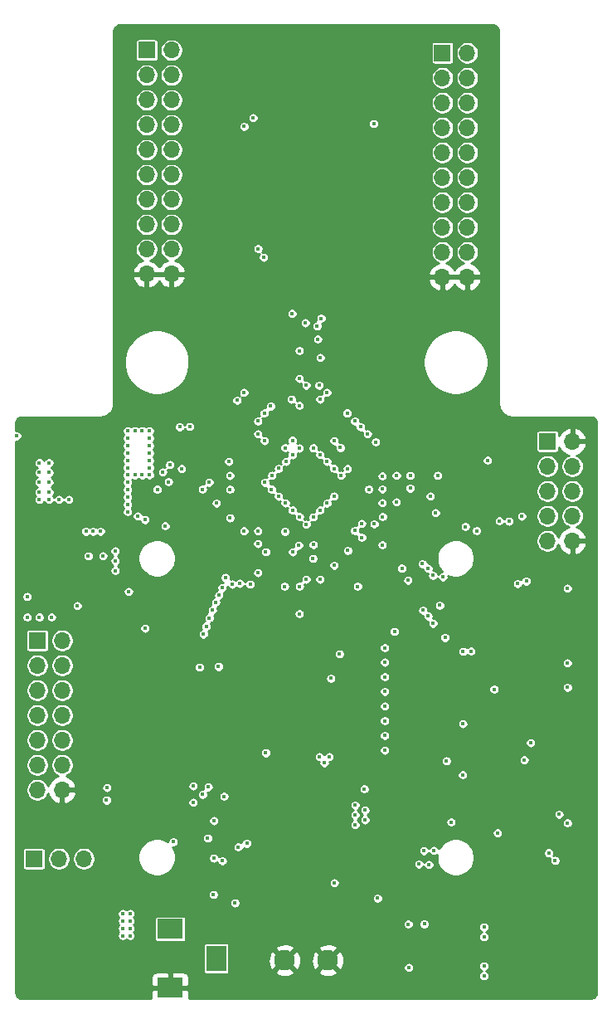
<source format=gbr>
%TF.GenerationSoftware,KiCad,Pcbnew,(5.1.6)-1*%
%TF.CreationDate,2020-12-21T13:22:22+01:00*%
%TF.ProjectId,PCB-Drone-With-FPGA,5043422d-4472-46f6-9e65-2d576974682d,rev?*%
%TF.SameCoordinates,Original*%
%TF.FileFunction,Copper,L2,Inr*%
%TF.FilePolarity,Positive*%
%FSLAX46Y46*%
G04 Gerber Fmt 4.6, Leading zero omitted, Abs format (unit mm)*
G04 Created by KiCad (PCBNEW (5.1.6)-1) date 2020-12-21 13:22:22*
%MOMM*%
%LPD*%
G01*
G04 APERTURE LIST*
%TA.AperFunction,ViaPad*%
%ADD10O,1.700000X1.700000*%
%TD*%
%TA.AperFunction,ViaPad*%
%ADD11R,1.700000X1.700000*%
%TD*%
%TA.AperFunction,ViaPad*%
%ADD12C,2.100000*%
%TD*%
%TA.AperFunction,ViaPad*%
%ADD13R,2.600000X2.000000*%
%TD*%
%TA.AperFunction,ViaPad*%
%ADD14R,2.000000X2.600000*%
%TD*%
%TA.AperFunction,ViaPad*%
%ADD15C,0.450000*%
%TD*%
%TA.AperFunction,Conductor*%
%ADD16C,0.254000*%
%TD*%
G04 APERTURE END LIST*
D10*
%TO.N,GND*%
%TO.C,J1004*%
X157170000Y-92970000D03*
%TO.N,JTAG_TDI*%
X154630000Y-92970000D03*
%TO.N,Net-(J1004-Pad8)*%
X157170000Y-90430000D03*
%TO.N,Net-(J1004-Pad7)*%
X154630000Y-90430000D03*
%TO.N,Net-(J1004-Pad6)*%
X157170000Y-87890000D03*
%TO.N,JTAG_TMS*%
X154630000Y-87890000D03*
%TO.N,VCCA*%
X157170000Y-85350000D03*
%TO.N,JTAG_TDO*%
X154630000Y-85350000D03*
%TO.N,GND*%
X157170000Y-82810000D03*
D11*
%TO.N,JTAG_TCK*%
X154630000Y-82810000D03*
%TD*%
D10*
%TO.N,GND*%
%TO.C,J1003*%
X146440000Y-66040000D03*
X143900000Y-66040000D03*
%TO.N,GPIO2-15*%
X146440000Y-63500000D03*
%TO.N,GPIO2-14*%
X143900000Y-63500000D03*
%TO.N,GPIO2-13*%
X146440000Y-60960000D03*
%TO.N,GPIO2-12*%
X143900000Y-60960000D03*
%TO.N,GPIO2-11*%
X146440000Y-58420000D03*
%TO.N,GPIO2-10*%
X143900000Y-58420000D03*
%TO.N,GPIO2-9*%
X146440000Y-55880000D03*
%TO.N,GPIO2-8*%
X143900000Y-55880000D03*
%TO.N,GPIO2-7*%
X146440000Y-53340000D03*
%TO.N,GPIO2-6*%
X143900000Y-53340000D03*
%TO.N,GPIO2-5*%
X146440000Y-50800000D03*
%TO.N,GPIO2-4*%
X143900000Y-50800000D03*
%TO.N,GPIO2-3*%
X146440000Y-48260000D03*
%TO.N,GPIO2-2*%
X143900000Y-48260000D03*
%TO.N,GPIO2-1*%
X146440000Y-45720000D03*
%TO.N,GPIO2-0*%
X143900000Y-45720000D03*
%TO.N,+3V3*%
X146440000Y-43180000D03*
D11*
X143900000Y-43180000D03*
%TD*%
D10*
%TO.N,GND*%
%TO.C,J1002*%
X105076000Y-118366000D03*
%TO.N,GNDA*%
X102536000Y-118366000D03*
%TO.N,ADC_CH2*%
X105076000Y-115826000D03*
%TO.N,ADC_CH3*%
X102536000Y-115826000D03*
%TO.N,ADC_CH4*%
X105076000Y-113286000D03*
%TO.N,ADC_CH5*%
X102536000Y-113286000D03*
%TO.N,ADC_CH6*%
X105076000Y-110746000D03*
%TO.N,ADC_CH7*%
X102536000Y-110746000D03*
%TO.N,5v_GPIO_5v_3*%
X105076000Y-108206000D03*
%TO.N,5v_GPIO_5v_2*%
X102536000Y-108206000D03*
%TO.N,5v_GPIO_5v_1*%
X105076000Y-105666000D03*
%TO.N,5v_GPIO_5v_0*%
X102536000Y-105666000D03*
%TO.N,+5V*%
X105076000Y-103126000D03*
D11*
X102536000Y-103126000D03*
%TD*%
D10*
%TO.N,GND*%
%TO.C,J1001*%
X116240000Y-65760000D03*
X113700000Y-65760000D03*
%TO.N,GPIO1-15*%
X116240000Y-63220000D03*
%TO.N,GPIO1-14*%
X113700000Y-63220000D03*
%TO.N,GPIO1-13*%
X116240000Y-60680000D03*
%TO.N,GPIO1-12*%
X113700000Y-60680000D03*
%TO.N,GPIO1-11*%
X116240000Y-58140000D03*
%TO.N,GPIO1-10*%
X113700000Y-58140000D03*
%TO.N,GPIO1-9*%
X116240000Y-55600000D03*
%TO.N,GPIO1-8*%
X113700000Y-55600000D03*
%TO.N,GPIO1-7*%
X116240000Y-53060000D03*
%TO.N,GPIO1-6*%
X113700000Y-53060000D03*
%TO.N,GPIO1-5*%
X116240000Y-50520000D03*
%TO.N,GPIO1-4*%
X113700000Y-50520000D03*
%TO.N,GPIO1-3*%
X116240000Y-47980000D03*
%TO.N,GPIO1-2*%
X113700000Y-47980000D03*
%TO.N,GPIO1-1*%
X116240000Y-45440000D03*
%TO.N,GPIO1-0*%
X113700000Y-45440000D03*
%TO.N,+3V3*%
X116240000Y-42900000D03*
D11*
X113700000Y-42900000D03*
%TD*%
D12*
%TO.N,GND*%
%TO.C,J601*%
X132200000Y-135760000D03*
X127800000Y-135760000D03*
%TD*%
D10*
%TO.N,/Power Distribution and Estimation/5v-plug*%
%TO.C,JP201*%
X107280000Y-125400000D03*
%TO.N,+5V*%
X104740000Y-125400000D03*
D11*
%TO.N,/Power Distribution and Estimation/5v-regulator*%
X102200000Y-125400000D03*
%TD*%
D13*
%TO.N,GND*%
%TO.C,J201*%
X116100000Y-138570000D03*
%TO.N,/Power Distribution and Estimation/5v-plug*%
X116100000Y-132570000D03*
D14*
%TO.N,Net-(J201-Pad3)*%
X120800000Y-135570000D03*
%TD*%
D15*
%TO.N,GND*%
X130200000Y-63400000D03*
X131300000Y-62300000D03*
X130200000Y-62300000D03*
X130200000Y-50900000D03*
X129300000Y-50900000D03*
X129300000Y-50000000D03*
X130200000Y-50000000D03*
X130000000Y-85600000D03*
X130707107Y-86292893D03*
X131400000Y-87000000D03*
X130707107Y-87692893D03*
X130000000Y-87000000D03*
X129292893Y-86307107D03*
X128600000Y-87000000D03*
X129292893Y-87707107D03*
X130000000Y-88400000D03*
X127190000Y-84160000D03*
X126460000Y-84970000D03*
X127130000Y-82750000D03*
X127846952Y-81992373D03*
X130057139Y-82749838D03*
X125770000Y-88410000D03*
X127410000Y-89910000D03*
X129280000Y-91970000D03*
X130700000Y-91980000D03*
X131360000Y-82740000D03*
X132000000Y-83450000D03*
X134230000Y-87020000D03*
X134070000Y-82760000D03*
X132888168Y-84230165D03*
X108230000Y-86090000D03*
X106960000Y-86090000D03*
X108250000Y-86910000D03*
X108250000Y-87850000D03*
X107350000Y-88700000D03*
X107330000Y-90070000D03*
X109640000Y-90100000D03*
X109590000Y-88230000D03*
X108100000Y-89340000D03*
X133511732Y-82188268D03*
X138400000Y-84200000D03*
X137800000Y-83500000D03*
X130100000Y-95500000D03*
X120800000Y-86300000D03*
X120100000Y-89800000D03*
X119400000Y-89100000D03*
X119400000Y-90500000D03*
X120835534Y-90535534D03*
X123600000Y-93400000D03*
X125100000Y-94800000D03*
X124300000Y-94000000D03*
X128600000Y-98300000D03*
X130000000Y-101100000D03*
X130650758Y-101849242D03*
X130679185Y-100435029D03*
X132121320Y-97478680D03*
X133500000Y-96100000D03*
X134949747Y-94650253D03*
X137100000Y-92600000D03*
X138500000Y-91200000D03*
X139899495Y-89699495D03*
X142000000Y-87700000D03*
X143435029Y-87749243D03*
X145400000Y-87000000D03*
X141300000Y-88400000D03*
X141185786Y-85585786D03*
X138500000Y-87000000D03*
X136263961Y-80636039D03*
X135656854Y-79943146D03*
X137043146Y-81343146D03*
X134878175Y-79221825D03*
X133492388Y-77807612D03*
X131414214Y-75714214D03*
X130000000Y-78400000D03*
X128585786Y-75714214D03*
X127171573Y-77128427D03*
X127071068Y-79928932D03*
X123636039Y-80636039D03*
X125757359Y-81457359D03*
X122200000Y-83500000D03*
X120807612Y-83507612D03*
X114500000Y-87000000D03*
X130707107Y-98917107D03*
X118694214Y-85585786D03*
X117979185Y-86350815D03*
X130475010Y-71720758D03*
X152000000Y-81010000D03*
X131000000Y-112000000D03*
X130000000Y-112000000D03*
X129000000Y-112000000D03*
X132400000Y-110000000D03*
X134000000Y-109200000D03*
X134000000Y-110800000D03*
X131300000Y-106000000D03*
X134075001Y-107024999D03*
X151675000Y-110054999D03*
X149675000Y-113430000D03*
X151025000Y-113355000D03*
X150175000Y-108055000D03*
X148300001Y-112355000D03*
X115305000Y-122780000D03*
X117205000Y-122780000D03*
X109380000Y-120755000D03*
X115305000Y-115025000D03*
X117205000Y-115065000D03*
X116105000Y-114435000D03*
X119015000Y-117225000D03*
X111485000Y-110535000D03*
X114465000Y-110535000D03*
X115890000Y-107010000D03*
X117050000Y-105810000D03*
X152991999Y-125572000D03*
X158585000Y-135727000D03*
X105750000Y-97400000D03*
X103800000Y-97200000D03*
X105700000Y-100350000D03*
X106650000Y-100350000D03*
X107950000Y-98400000D03*
X109050000Y-98400000D03*
X109250000Y-100750000D03*
X110500000Y-99000000D03*
X110450000Y-100750000D03*
X110500000Y-97500000D03*
X107900000Y-100750000D03*
X101500000Y-96900000D03*
X105000000Y-127500000D03*
X105750000Y-127500000D03*
X106500000Y-127500000D03*
X106500000Y-128500000D03*
X106500000Y-129500000D03*
X106500000Y-130500000D03*
X106500000Y-131250000D03*
X107250000Y-131250000D03*
X107250000Y-130500000D03*
X107250000Y-129500000D03*
X107250000Y-128500000D03*
X107250000Y-127500000D03*
X108500000Y-127500000D03*
X108500000Y-128500000D03*
X108500000Y-129500000D03*
X108500000Y-130500000D03*
X108500000Y-133000000D03*
X109000000Y-133750000D03*
X109000000Y-134500000D03*
X109000000Y-135250000D03*
X109000000Y-136000000D03*
X107500000Y-132750000D03*
X127705000Y-129460000D03*
X127000000Y-118500000D03*
X129000000Y-118500000D03*
X131000000Y-118500000D03*
X132500000Y-118500000D03*
X132500000Y-120000000D03*
X132500000Y-122000000D03*
X132500000Y-124000000D03*
X131000000Y-120000000D03*
X129000000Y-120000000D03*
X127000000Y-120000000D03*
X129000000Y-122000000D03*
X131000000Y-122000000D03*
X131000000Y-124000000D03*
X129000000Y-124000000D03*
X127000000Y-124000000D03*
X132110008Y-127780000D03*
X122350000Y-120910000D03*
X118395826Y-77745826D03*
X119106091Y-78253909D03*
X117550000Y-78118348D03*
X122300000Y-123150000D03*
X121745000Y-118065000D03*
X123400000Y-117430000D03*
X124400000Y-115770000D03*
X125350110Y-115810110D03*
X135220000Y-116670000D03*
X133480000Y-126020000D03*
X122500000Y-132890000D03*
X127110000Y-130240000D03*
X118551120Y-121705249D03*
X115530000Y-129130000D03*
X119310000Y-132200000D03*
X123580000Y-125100000D03*
X156705000Y-99075000D03*
X146810006Y-110080000D03*
X127000000Y-122000000D03*
X116182423Y-100050000D03*
X122140000Y-107040000D03*
X123095000Y-105825000D03*
X135020006Y-108000000D03*
X125800000Y-98700000D03*
X111850000Y-101590000D03*
X150140000Y-133590000D03*
X151140000Y-133590000D03*
X158600000Y-132980000D03*
X145590000Y-106530000D03*
X146690000Y-108700000D03*
X113760000Y-88070000D03*
X127000000Y-61400000D03*
X126000000Y-61400000D03*
X125200000Y-60500000D03*
X126300000Y-59500000D03*
X125050000Y-62160000D03*
X127960000Y-64850000D03*
X128110000Y-65930000D03*
X126920000Y-67230000D03*
X125680000Y-66060000D03*
X133860000Y-65980000D03*
X134940000Y-66980000D03*
X137270000Y-62230000D03*
X136150000Y-60780000D03*
X135140000Y-59860000D03*
X134320000Y-56800000D03*
X134270000Y-57820000D03*
X133420000Y-58850000D03*
X132410000Y-52250000D03*
X133430000Y-53380000D03*
X132220000Y-54600000D03*
X132190000Y-55600000D03*
X134370000Y-52340000D03*
X133410000Y-54580000D03*
X129360000Y-53150000D03*
X128590000Y-53140000D03*
X127510000Y-53140000D03*
X128570000Y-54210000D03*
X127530000Y-51840000D03*
X126550000Y-52700000D03*
X125600000Y-52690000D03*
X124600000Y-52700000D03*
X123500000Y-51770000D03*
X126800000Y-47500000D03*
X128400000Y-46200000D03*
X128300000Y-48700000D03*
X126800000Y-49000000D03*
X125700000Y-49000000D03*
X131700000Y-45260000D03*
X131700000Y-46200000D03*
X132600000Y-45300000D03*
X132600000Y-46200000D03*
X128400000Y-45200000D03*
X127500000Y-45200000D03*
X127500000Y-46200000D03*
X134100000Y-42100000D03*
X131500000Y-42100000D03*
X128400000Y-42100000D03*
X125800000Y-42100000D03*
X129700000Y-60100000D03*
X132400000Y-68100000D03*
X132300000Y-65100000D03*
X132500000Y-61300000D03*
X131300000Y-52000000D03*
X131200000Y-48900000D03*
X131200000Y-47900000D03*
X132300000Y-48900000D03*
X131400000Y-57700000D03*
X129300000Y-55700000D03*
X145900000Y-97700000D03*
X146000000Y-99800000D03*
X147700000Y-99800000D03*
X146000000Y-101900000D03*
X147600000Y-102000000D03*
X151400000Y-100700000D03*
X151400000Y-98400000D03*
X151400000Y-103400000D03*
X151300000Y-106000000D03*
X152800000Y-110200000D03*
X154800000Y-106700000D03*
X154800000Y-112000000D03*
X154800000Y-116600000D03*
X157800000Y-107700000D03*
X157800000Y-109200000D03*
X157800000Y-110200000D03*
X157900000Y-112500000D03*
X152900000Y-107500000D03*
X158000000Y-125400000D03*
X156700000Y-124900000D03*
X156700000Y-123000000D03*
X154200000Y-123300000D03*
X147800000Y-123800000D03*
X147900000Y-126100000D03*
X150200000Y-124600000D03*
X151100000Y-129400000D03*
X152900000Y-130700000D03*
X154700000Y-132300000D03*
X152600000Y-127100000D03*
X153700000Y-127400000D03*
X155400000Y-128400000D03*
X151900000Y-93800000D03*
X153100000Y-94900000D03*
X153300000Y-91700000D03*
X153200000Y-88900000D03*
X149000000Y-87100000D03*
X150100000Y-86100000D03*
X150900000Y-87100000D03*
X146800000Y-115700000D03*
X149100000Y-115900000D03*
X149000000Y-118700000D03*
X148900000Y-120100000D03*
X146200000Y-118900000D03*
X128500000Y-102400000D03*
X112300000Y-51700000D03*
X112300000Y-57200000D03*
X112400000Y-62400000D03*
X139000000Y-54300000D03*
X110800000Y-46800000D03*
X110700000Y-42700000D03*
X149100000Y-46700000D03*
X149000000Y-42600000D03*
X147800000Y-52200000D03*
X147900000Y-57100000D03*
X147900000Y-62100000D03*
X140100000Y-128700000D03*
X140800000Y-80800000D03*
X138200000Y-78400000D03*
X143400000Y-83500000D03*
X118400000Y-82300000D03*
X111500000Y-79900000D03*
X148500000Y-90600000D03*
X100950000Y-139300000D03*
X159150000Y-139050000D03*
X129800000Y-139050000D03*
X159000000Y-81100000D03*
X100800000Y-80850000D03*
%TO.N,+3V3*%
X120100505Y-86999495D03*
X119400000Y-87700000D03*
X120821320Y-89121320D03*
X122221825Y-90621825D03*
X123649747Y-91949747D03*
X125050253Y-91950253D03*
X125050253Y-93250253D03*
X125871068Y-94071068D03*
X127793398Y-97606602D03*
X129999495Y-96899495D03*
X129306602Y-97606602D03*
X131414214Y-96885786D03*
X132828427Y-95471573D03*
X134242641Y-93957359D03*
X129292893Y-100407107D03*
X136942641Y-91242641D03*
X137800000Y-90500000D03*
X139192388Y-88992388D03*
X140606602Y-87593398D03*
X140606602Y-86306602D03*
X139207107Y-86292893D03*
X143407107Y-86292893D03*
X134171068Y-79928932D03*
X135543146Y-81343146D03*
X134949747Y-80749747D03*
X136249747Y-82050253D03*
X137071068Y-82871068D03*
X131299495Y-77100505D03*
X132121320Y-77821320D03*
X130000000Y-77100000D03*
X129292893Y-76407107D03*
X128485281Y-78514719D03*
X126378175Y-79221825D03*
X125050253Y-80749747D03*
X122078680Y-84878680D03*
X132500000Y-107000000D03*
X149175000Y-108105000D03*
X107500000Y-92000000D03*
X108250000Y-92000000D03*
X109000000Y-92000000D03*
X109250000Y-94500000D03*
X107750000Y-94500000D03*
X110500000Y-96000000D03*
X110500000Y-95000000D03*
X110500000Y-94000000D03*
X120530000Y-129060000D03*
X116420000Y-123680000D03*
X119940000Y-123290000D03*
X123060000Y-124200000D03*
X156655000Y-97805000D03*
X145960000Y-116840000D03*
X145990000Y-111630000D03*
X114784997Y-87710000D03*
X121045000Y-105795000D03*
X133400000Y-104500000D03*
X139000022Y-102200000D03*
X111860000Y-98140000D03*
X113530000Y-101890000D03*
X154750000Y-124800000D03*
X155410000Y-125570000D03*
X146820000Y-104220000D03*
X146020000Y-104240000D03*
X144320000Y-115420000D03*
X144160000Y-102840000D03*
X152900000Y-113570000D03*
X152260000Y-115320000D03*
X113520000Y-90810000D03*
X112790000Y-90440000D03*
X115611500Y-91440000D03*
X131180000Y-72390000D03*
X123660000Y-50690000D03*
X124580000Y-49790000D03*
X125080000Y-63150000D03*
X125640000Y-64040000D03*
%TO.N,nRF_CE*%
X136880000Y-50400000D03*
X128560000Y-69770000D03*
%TO.N,nRF_IRQ*%
X131430000Y-74270000D03*
%TO.N,nRF_MISO*%
X131521606Y-70258510D03*
%TO.N,nRF_MOSI*%
X131110000Y-71050000D03*
%TO.N,nRF_SCLK*%
X129910000Y-70720000D03*
%TO.N,nRF_CSn*%
X129290000Y-73560000D03*
%TO.N,+10V*%
X112000000Y-131000000D03*
X112000000Y-131750000D03*
X112000000Y-132500000D03*
X112000000Y-133250000D03*
X111250000Y-131000000D03*
X111250000Y-131750000D03*
X111250000Y-132500000D03*
X111250000Y-133250000D03*
X148140000Y-133360000D03*
X148140000Y-132360000D03*
X148140000Y-136360000D03*
X148140000Y-137360000D03*
%TO.N,+5V*%
X118455000Y-119655000D03*
X118455000Y-117980000D03*
X119100000Y-105840000D03*
X106630000Y-99578000D03*
X101500000Y-100750000D03*
X102750000Y-100750000D03*
X104000000Y-100750000D03*
X101500000Y-98650000D03*
X102750000Y-85000000D03*
X102750000Y-86000000D03*
X102750000Y-87000000D03*
X102750000Y-88000000D03*
X102750000Y-88750000D03*
X103750000Y-88750000D03*
X104750000Y-88750000D03*
X105750000Y-88750000D03*
X103750000Y-88000000D03*
X103750000Y-87000000D03*
X103750000Y-86000000D03*
X103750000Y-85000000D03*
%TO.N,+1V2*%
X128590000Y-84190000D03*
X129292893Y-83507107D03*
X127835534Y-83464466D03*
X128585786Y-82714214D03*
X131414214Y-84175786D03*
X132121320Y-84878680D03*
X132823427Y-85586573D03*
X133547107Y-86292893D03*
X127921320Y-84878680D03*
X127171573Y-85578427D03*
X126472893Y-86292893D03*
X127171573Y-88418427D03*
X127860000Y-89100000D03*
X128585786Y-89824214D03*
X129310000Y-90500000D03*
X130000000Y-91290000D03*
X131391573Y-89828427D03*
X132121320Y-89128680D03*
X132822640Y-88414214D03*
X133490000Y-83460000D03*
X132830000Y-82760000D03*
X126460000Y-87710000D03*
X130710000Y-90530000D03*
X130707107Y-83482893D03*
X125770000Y-87010000D03*
X100450000Y-82260000D03*
X114000000Y-81750000D03*
X113250000Y-81750000D03*
X112500000Y-81750000D03*
X111750000Y-81750000D03*
X111750000Y-82500000D03*
X111750000Y-83250000D03*
X111750000Y-84000000D03*
X111750000Y-84750000D03*
X111750000Y-85500000D03*
X111750000Y-86250000D03*
X112500000Y-86250000D03*
X113250000Y-86250000D03*
X114000000Y-86250000D03*
X114000000Y-85500000D03*
X114000000Y-84750000D03*
X114000000Y-84000000D03*
X114000000Y-83250000D03*
X114000000Y-82500000D03*
X111750000Y-87000000D03*
X111750000Y-87750000D03*
X111750000Y-88500000D03*
X111750000Y-89250000D03*
X111750000Y-90000000D03*
X134200000Y-85600000D03*
X117070000Y-81340000D03*
X118090000Y-81310000D03*
%TO.N,BNO_SCL*%
X142664214Y-88414214D03*
X147384571Y-91935429D03*
X143210000Y-90101490D03*
%TO.N,BNO_SDA*%
X146250000Y-91510000D03*
%TO.N,BNO_NRESET*%
X150690000Y-90960000D03*
%TO.N,ICM_FSYNC*%
X121410560Y-97740000D03*
%TO.N,ICM_INT*%
X121735231Y-96695231D03*
%TO.N,ICM_CSn*%
X122450233Y-97391172D03*
%TO.N,ICM_MISO*%
X123226125Y-97306124D03*
%TO.N,ICM_MOSI*%
X125050000Y-96220000D03*
%TO.N,ICM_SCLK*%
X124266323Y-97376323D03*
%TO.N,BNO_INT*%
X149710000Y-90930002D03*
%TO.N,DPS_CSn*%
X115335007Y-85944993D03*
%TO.N,DPS_MOSI*%
X115935437Y-86938259D03*
%TO.N,DPS_SCLK*%
X116060000Y-85190000D03*
%TO.N,DPS_MISO*%
X117260000Y-85600000D03*
%TO.N,ADC_CH1*%
X142050000Y-132060000D03*
X109650000Y-118150000D03*
X140420000Y-132070000D03*
X119990000Y-118069998D03*
%TO.N,ADC_CH0*%
X109615000Y-119425000D03*
X119420000Y-118850000D03*
X137282500Y-129432500D03*
%TO.N,/USB and Flash Memory/EECLK*%
X120550000Y-125350000D03*
%TO.N,/USB and Flash Memory/EEDATA*%
X120570000Y-121520000D03*
%TO.N,/USB and Flash Memory/EECS*%
X121440000Y-125620000D03*
%TO.N,JTAG_TDI*%
X134940000Y-91930000D03*
%TO.N,JTAG_TMS*%
X139760000Y-95760000D03*
%TO.N,JTAG_TDO*%
X135670000Y-92610000D03*
%TO.N,JTAG_TCK*%
X137750000Y-93375000D03*
%TO.N,Conf_flash_MISO*%
X144775521Y-121660000D03*
%TO.N,Conf_flash_CSn*%
X155820000Y-120870000D03*
%TO.N,Conf_flash_MOSI*%
X156675000Y-105425000D03*
X156680005Y-107920005D03*
X156679998Y-121750000D03*
%TO.N,Conf_flash_CLK*%
X149520000Y-122770000D03*
%TO.N,User_flash_IO3*%
X143630000Y-99550000D03*
X143950000Y-96650000D03*
X143028510Y-124550000D03*
%TO.N,User_flash_CLK*%
X151580000Y-97340000D03*
%TO.N,User_flash_IO0*%
X152460000Y-97080000D03*
%TO.N,User_flash_IO2*%
X142926378Y-96500605D03*
X142960000Y-101390000D03*
X142529684Y-125998826D03*
%TO.N,User_flash_IO1*%
X142437868Y-95780000D03*
X142010000Y-124590000D03*
X142430000Y-100630000D03*
%TO.N,User_flash_CSn*%
X141863021Y-95312610D03*
X141510000Y-125950000D03*
X141900000Y-100050000D03*
%TO.N,VCCA*%
X129290000Y-79160000D03*
X125720000Y-79920000D03*
X125740000Y-82750000D03*
X122200000Y-86300000D03*
X130720000Y-93360000D03*
X136380000Y-87700000D03*
X129233024Y-93423830D03*
X127818811Y-92009616D03*
X148500000Y-84750000D03*
X152010000Y-90460000D03*
%TO.N,VCCD_PLL*%
X122220000Y-87710000D03*
X130690000Y-94770000D03*
X137760000Y-87680000D03*
X131400000Y-78520000D03*
X137760000Y-86360000D03*
X128605000Y-94095000D03*
%TO.N,/FPGA Part 3/CONF_DONE*%
X125050000Y-82050000D03*
%TO.N,/FPGA Part 3/~CONFIG*%
X135656854Y-91193146D03*
%TO.N,/FPGA Part 3/~STATUS*%
X137750000Y-89090000D03*
%TO.N,/FPGA Part 3/INIT_DONE*%
X122928932Y-78628932D03*
%TO.N,/FPGA Part 3/CRC_ERROR*%
X123650000Y-77825000D03*
%TO.N,/FPGA Part 3/~CE*%
X140380000Y-96990000D03*
%TO.N,/USB and Flash Memory/3v3-USB*%
X132875000Y-127855000D03*
X123925000Y-123835000D03*
X135935000Y-118275000D03*
X122730000Y-129920000D03*
X121610000Y-119029998D03*
X125870000Y-114600000D03*
%TO.N,FTDI-ACBUS7*%
X120102520Y-100830000D03*
%TO.N,FTDI-ACBUS6*%
X120429530Y-100040000D03*
%TO.N,FTDI-ACBUS5*%
X120756540Y-99230000D03*
%TO.N,FTDI-ACBUS4*%
X121083550Y-98520000D03*
%TO.N,FTDI-ACBUS3*%
X131340000Y-115000000D03*
%TO.N,FTDI-ACBUS2*%
X131840000Y-115620000D03*
%TO.N,FTDI-ACBUS1*%
X132340000Y-115000000D03*
%TO.N,FTDI-ACBUS0*%
X135000000Y-119940000D03*
%TO.N,FTDI-ADBUS7*%
X136000000Y-120440000D03*
%TO.N,FTDI-ADBUS6*%
X135000000Y-120940000D03*
%TO.N,FTDI-ADBUS5*%
X136000000Y-121440000D03*
%TO.N,FTDI-ADBUS4*%
X135000000Y-121930000D03*
%TO.N,/Engine signals\u002C LEDs\u002C and GPIO/VBAT*%
X140460000Y-136500000D03*
%TO.N,FTDI-ACBUS9*%
X119500000Y-102499996D03*
%TO.N,FTDI-ACBUS8*%
X119775510Y-101680000D03*
%TO.N,USERLED0*%
X138000000Y-114340000D03*
%TO.N,USERLED1*%
X138000000Y-112830000D03*
%TO.N,USERLED2*%
X138000000Y-111320000D03*
%TO.N,USERLED3*%
X138000000Y-109830000D03*
%TO.N,USERLED4*%
X138000000Y-108340000D03*
%TO.N,USERLED5*%
X138000000Y-106840000D03*
%TO.N,USERLED6*%
X138000000Y-105350000D03*
%TO.N,USERLED7*%
X138000000Y-103880000D03*
%TO.N,/FPGA Part 3/FPGA-CLOCK-50*%
X135246602Y-97606602D03*
%TD*%
D16*
%TO.N,GND*%
G36*
X149125533Y-40365997D02*
G01*
X149246291Y-40402456D01*
X149357667Y-40461675D01*
X149455412Y-40541394D01*
X149535816Y-40638586D01*
X149595811Y-40749545D01*
X149633110Y-40870039D01*
X149648000Y-41011699D01*
X149648001Y-79017292D01*
X149649515Y-79032669D01*
X149649472Y-79038884D01*
X149649952Y-79043776D01*
X149670353Y-79237873D01*
X149676772Y-79269145D01*
X149682746Y-79300462D01*
X149684167Y-79305167D01*
X149741879Y-79491605D01*
X149754226Y-79520976D01*
X149766193Y-79550596D01*
X149768500Y-79554935D01*
X149861325Y-79726612D01*
X149879158Y-79753050D01*
X149896635Y-79779758D01*
X149899742Y-79783567D01*
X150024146Y-79933945D01*
X150046759Y-79956400D01*
X150069104Y-79979219D01*
X150072892Y-79982351D01*
X150224134Y-80105701D01*
X150250676Y-80123336D01*
X150277031Y-80141381D01*
X150281354Y-80143719D01*
X150453677Y-80235344D01*
X150483167Y-80247499D01*
X150512496Y-80260069D01*
X150517191Y-80261523D01*
X150704027Y-80317932D01*
X150735304Y-80324125D01*
X150766528Y-80330762D01*
X150771416Y-80331275D01*
X150965650Y-80350320D01*
X150982708Y-80352000D01*
X158982784Y-80352000D01*
X159125533Y-80365997D01*
X159246291Y-80402456D01*
X159357667Y-80461675D01*
X159455412Y-80541394D01*
X159535816Y-80638586D01*
X159595811Y-80749545D01*
X159633110Y-80870039D01*
X159648000Y-81011699D01*
X159648001Y-138982775D01*
X159634003Y-139125537D01*
X159597545Y-139246290D01*
X159538324Y-139357668D01*
X159458606Y-139455412D01*
X159361411Y-139535819D01*
X159250456Y-139595811D01*
X159129961Y-139633110D01*
X158988301Y-139648000D01*
X118030390Y-139648000D01*
X118038072Y-139570000D01*
X118035000Y-138855750D01*
X117876250Y-138697000D01*
X116227000Y-138697000D01*
X116227000Y-138717000D01*
X115973000Y-138717000D01*
X115973000Y-138697000D01*
X114323750Y-138697000D01*
X114165000Y-138855750D01*
X114161928Y-139570000D01*
X114169610Y-139648000D01*
X101017215Y-139648000D01*
X100874463Y-139634003D01*
X100753710Y-139597545D01*
X100642332Y-139538324D01*
X100544588Y-139458606D01*
X100464181Y-139361411D01*
X100404189Y-139250456D01*
X100366890Y-139129961D01*
X100352000Y-138988301D01*
X100352000Y-137570000D01*
X114161928Y-137570000D01*
X114165000Y-138284250D01*
X114323750Y-138443000D01*
X115973000Y-138443000D01*
X115973000Y-137093750D01*
X116227000Y-137093750D01*
X116227000Y-138443000D01*
X117876250Y-138443000D01*
X118035000Y-138284250D01*
X118038072Y-137570000D01*
X118025812Y-137445518D01*
X117989502Y-137325820D01*
X117930537Y-137215506D01*
X117851185Y-137118815D01*
X117754494Y-137039463D01*
X117644180Y-136980498D01*
X117524482Y-136944188D01*
X117400000Y-136931928D01*
X116385750Y-136935000D01*
X116227000Y-137093750D01*
X115973000Y-137093750D01*
X115814250Y-136935000D01*
X114800000Y-136931928D01*
X114675518Y-136944188D01*
X114555820Y-136980498D01*
X114445506Y-137039463D01*
X114348815Y-137118815D01*
X114269463Y-137215506D01*
X114210498Y-137325820D01*
X114174188Y-137445518D01*
X114161928Y-137570000D01*
X100352000Y-137570000D01*
X100352000Y-134270000D01*
X119471418Y-134270000D01*
X119471418Y-136870000D01*
X119477732Y-136934103D01*
X119496430Y-136995743D01*
X119526794Y-137052550D01*
X119567657Y-137102343D01*
X119617450Y-137143206D01*
X119674257Y-137173570D01*
X119735897Y-137192268D01*
X119800000Y-137198582D01*
X121800000Y-137198582D01*
X121864103Y-137192268D01*
X121925743Y-137173570D01*
X121982550Y-137143206D01*
X122032343Y-137102343D01*
X122073206Y-137052550D01*
X122103570Y-136995743D01*
X122122268Y-136934103D01*
X122122567Y-136931066D01*
X126808539Y-136931066D01*
X126910339Y-137200579D01*
X127208477Y-137346463D01*
X127529346Y-137431380D01*
X127860617Y-137452066D01*
X128189557Y-137407728D01*
X128503527Y-137300069D01*
X128689661Y-137200579D01*
X128791461Y-136931066D01*
X131208539Y-136931066D01*
X131310339Y-137200579D01*
X131608477Y-137346463D01*
X131929346Y-137431380D01*
X132260617Y-137452066D01*
X132589557Y-137407728D01*
X132903527Y-137300069D01*
X133089661Y-137200579D01*
X133191461Y-136931066D01*
X132200000Y-135939605D01*
X131208539Y-136931066D01*
X128791461Y-136931066D01*
X127800000Y-135939605D01*
X126808539Y-136931066D01*
X122122567Y-136931066D01*
X122128582Y-136870000D01*
X122128582Y-135820617D01*
X126107934Y-135820617D01*
X126152272Y-136149557D01*
X126259931Y-136463527D01*
X126359421Y-136649661D01*
X126628934Y-136751461D01*
X127620395Y-135760000D01*
X127979605Y-135760000D01*
X128971066Y-136751461D01*
X129240579Y-136649661D01*
X129386463Y-136351523D01*
X129471380Y-136030654D01*
X129484495Y-135820617D01*
X130507934Y-135820617D01*
X130552272Y-136149557D01*
X130659931Y-136463527D01*
X130759421Y-136649661D01*
X131028934Y-136751461D01*
X132020395Y-135760000D01*
X132379605Y-135760000D01*
X133371066Y-136751461D01*
X133640579Y-136649661D01*
X133740413Y-136445633D01*
X139908000Y-136445633D01*
X139908000Y-136554367D01*
X139929213Y-136661012D01*
X139970824Y-136761470D01*
X140031234Y-136851880D01*
X140108120Y-136928766D01*
X140198530Y-136989176D01*
X140298988Y-137030787D01*
X140405633Y-137052000D01*
X140514367Y-137052000D01*
X140621012Y-137030787D01*
X140721470Y-136989176D01*
X140811880Y-136928766D01*
X140888766Y-136851880D01*
X140949176Y-136761470D01*
X140990787Y-136661012D01*
X141012000Y-136554367D01*
X141012000Y-136445633D01*
X140990787Y-136338988D01*
X140976971Y-136305633D01*
X147588000Y-136305633D01*
X147588000Y-136414367D01*
X147609213Y-136521012D01*
X147650824Y-136621470D01*
X147711234Y-136711880D01*
X147788120Y-136788766D01*
X147878530Y-136849176D01*
X147904661Y-136860000D01*
X147878530Y-136870824D01*
X147788120Y-136931234D01*
X147711234Y-137008120D01*
X147650824Y-137098530D01*
X147609213Y-137198988D01*
X147588000Y-137305633D01*
X147588000Y-137414367D01*
X147609213Y-137521012D01*
X147650824Y-137621470D01*
X147711234Y-137711880D01*
X147788120Y-137788766D01*
X147878530Y-137849176D01*
X147978988Y-137890787D01*
X148085633Y-137912000D01*
X148194367Y-137912000D01*
X148301012Y-137890787D01*
X148401470Y-137849176D01*
X148491880Y-137788766D01*
X148568766Y-137711880D01*
X148629176Y-137621470D01*
X148670787Y-137521012D01*
X148692000Y-137414367D01*
X148692000Y-137305633D01*
X148670787Y-137198988D01*
X148629176Y-137098530D01*
X148568766Y-137008120D01*
X148491880Y-136931234D01*
X148401470Y-136870824D01*
X148375339Y-136860000D01*
X148401470Y-136849176D01*
X148491880Y-136788766D01*
X148568766Y-136711880D01*
X148629176Y-136621470D01*
X148670787Y-136521012D01*
X148692000Y-136414367D01*
X148692000Y-136305633D01*
X148670787Y-136198988D01*
X148629176Y-136098530D01*
X148568766Y-136008120D01*
X148491880Y-135931234D01*
X148401470Y-135870824D01*
X148301012Y-135829213D01*
X148194367Y-135808000D01*
X148085633Y-135808000D01*
X147978988Y-135829213D01*
X147878530Y-135870824D01*
X147788120Y-135931234D01*
X147711234Y-136008120D01*
X147650824Y-136098530D01*
X147609213Y-136198988D01*
X147588000Y-136305633D01*
X140976971Y-136305633D01*
X140949176Y-136238530D01*
X140888766Y-136148120D01*
X140811880Y-136071234D01*
X140721470Y-136010824D01*
X140621012Y-135969213D01*
X140514367Y-135948000D01*
X140405633Y-135948000D01*
X140298988Y-135969213D01*
X140198530Y-136010824D01*
X140108120Y-136071234D01*
X140031234Y-136148120D01*
X139970824Y-136238530D01*
X139929213Y-136338988D01*
X139908000Y-136445633D01*
X133740413Y-136445633D01*
X133786463Y-136351523D01*
X133871380Y-136030654D01*
X133892066Y-135699383D01*
X133847728Y-135370443D01*
X133740069Y-135056473D01*
X133640579Y-134870339D01*
X133371066Y-134768539D01*
X132379605Y-135760000D01*
X132020395Y-135760000D01*
X131028934Y-134768539D01*
X130759421Y-134870339D01*
X130613537Y-135168477D01*
X130528620Y-135489346D01*
X130507934Y-135820617D01*
X129484495Y-135820617D01*
X129492066Y-135699383D01*
X129447728Y-135370443D01*
X129340069Y-135056473D01*
X129240579Y-134870339D01*
X128971066Y-134768539D01*
X127979605Y-135760000D01*
X127620395Y-135760000D01*
X126628934Y-134768539D01*
X126359421Y-134870339D01*
X126213537Y-135168477D01*
X126128620Y-135489346D01*
X126107934Y-135820617D01*
X122128582Y-135820617D01*
X122128582Y-134588934D01*
X126808539Y-134588934D01*
X127800000Y-135580395D01*
X128791461Y-134588934D01*
X131208539Y-134588934D01*
X132200000Y-135580395D01*
X133191461Y-134588934D01*
X133089661Y-134319421D01*
X132791523Y-134173537D01*
X132470654Y-134088620D01*
X132139383Y-134067934D01*
X131810443Y-134112272D01*
X131496473Y-134219931D01*
X131310339Y-134319421D01*
X131208539Y-134588934D01*
X128791461Y-134588934D01*
X128689661Y-134319421D01*
X128391523Y-134173537D01*
X128070654Y-134088620D01*
X127739383Y-134067934D01*
X127410443Y-134112272D01*
X127096473Y-134219931D01*
X126910339Y-134319421D01*
X126808539Y-134588934D01*
X122128582Y-134588934D01*
X122128582Y-134270000D01*
X122122268Y-134205897D01*
X122103570Y-134144257D01*
X122073206Y-134087450D01*
X122032343Y-134037657D01*
X121982550Y-133996794D01*
X121925743Y-133966430D01*
X121864103Y-133947732D01*
X121800000Y-133941418D01*
X119800000Y-133941418D01*
X119735897Y-133947732D01*
X119674257Y-133966430D01*
X119617450Y-133996794D01*
X119567657Y-134037657D01*
X119526794Y-134087450D01*
X119496430Y-134144257D01*
X119477732Y-134205897D01*
X119471418Y-134270000D01*
X100352000Y-134270000D01*
X100352000Y-130945633D01*
X110698000Y-130945633D01*
X110698000Y-131054367D01*
X110719213Y-131161012D01*
X110760824Y-131261470D01*
X110821234Y-131351880D01*
X110844354Y-131375000D01*
X110821234Y-131398120D01*
X110760824Y-131488530D01*
X110719213Y-131588988D01*
X110698000Y-131695633D01*
X110698000Y-131804367D01*
X110719213Y-131911012D01*
X110760824Y-132011470D01*
X110821234Y-132101880D01*
X110844354Y-132125000D01*
X110821234Y-132148120D01*
X110760824Y-132238530D01*
X110719213Y-132338988D01*
X110698000Y-132445633D01*
X110698000Y-132554367D01*
X110719213Y-132661012D01*
X110760824Y-132761470D01*
X110821234Y-132851880D01*
X110844354Y-132875000D01*
X110821234Y-132898120D01*
X110760824Y-132988530D01*
X110719213Y-133088988D01*
X110698000Y-133195633D01*
X110698000Y-133304367D01*
X110719213Y-133411012D01*
X110760824Y-133511470D01*
X110821234Y-133601880D01*
X110898120Y-133678766D01*
X110988530Y-133739176D01*
X111088988Y-133780787D01*
X111195633Y-133802000D01*
X111304367Y-133802000D01*
X111411012Y-133780787D01*
X111511470Y-133739176D01*
X111601880Y-133678766D01*
X111625000Y-133655646D01*
X111648120Y-133678766D01*
X111738530Y-133739176D01*
X111838988Y-133780787D01*
X111945633Y-133802000D01*
X112054367Y-133802000D01*
X112161012Y-133780787D01*
X112261470Y-133739176D01*
X112351880Y-133678766D01*
X112428766Y-133601880D01*
X112489176Y-133511470D01*
X112530787Y-133411012D01*
X112552000Y-133304367D01*
X112552000Y-133195633D01*
X112530787Y-133088988D01*
X112489176Y-132988530D01*
X112428766Y-132898120D01*
X112405646Y-132875000D01*
X112428766Y-132851880D01*
X112489176Y-132761470D01*
X112530787Y-132661012D01*
X112552000Y-132554367D01*
X112552000Y-132445633D01*
X112530787Y-132338988D01*
X112489176Y-132238530D01*
X112428766Y-132148120D01*
X112405646Y-132125000D01*
X112428766Y-132101880D01*
X112489176Y-132011470D01*
X112530787Y-131911012D01*
X112552000Y-131804367D01*
X112552000Y-131695633D01*
X112530787Y-131588988D01*
X112522922Y-131570000D01*
X114471418Y-131570000D01*
X114471418Y-133570000D01*
X114477732Y-133634103D01*
X114496430Y-133695743D01*
X114526794Y-133752550D01*
X114567657Y-133802343D01*
X114617450Y-133843206D01*
X114674257Y-133873570D01*
X114735897Y-133892268D01*
X114800000Y-133898582D01*
X117400000Y-133898582D01*
X117464103Y-133892268D01*
X117525743Y-133873570D01*
X117582550Y-133843206D01*
X117632343Y-133802343D01*
X117673206Y-133752550D01*
X117703570Y-133695743D01*
X117722268Y-133634103D01*
X117728582Y-133570000D01*
X117728582Y-132015633D01*
X139868000Y-132015633D01*
X139868000Y-132124367D01*
X139889213Y-132231012D01*
X139930824Y-132331470D01*
X139991234Y-132421880D01*
X140068120Y-132498766D01*
X140158530Y-132559176D01*
X140258988Y-132600787D01*
X140365633Y-132622000D01*
X140474367Y-132622000D01*
X140581012Y-132600787D01*
X140681470Y-132559176D01*
X140771880Y-132498766D01*
X140848766Y-132421880D01*
X140909176Y-132331470D01*
X140950787Y-132231012D01*
X140972000Y-132124367D01*
X140972000Y-132015633D01*
X140970011Y-132005633D01*
X141498000Y-132005633D01*
X141498000Y-132114367D01*
X141519213Y-132221012D01*
X141560824Y-132321470D01*
X141621234Y-132411880D01*
X141698120Y-132488766D01*
X141788530Y-132549176D01*
X141888988Y-132590787D01*
X141995633Y-132612000D01*
X142104367Y-132612000D01*
X142211012Y-132590787D01*
X142311470Y-132549176D01*
X142401880Y-132488766D01*
X142478766Y-132411880D01*
X142539176Y-132321470D01*
X142545735Y-132305633D01*
X147588000Y-132305633D01*
X147588000Y-132414367D01*
X147609213Y-132521012D01*
X147650824Y-132621470D01*
X147711234Y-132711880D01*
X147788120Y-132788766D01*
X147878530Y-132849176D01*
X147904661Y-132860000D01*
X147878530Y-132870824D01*
X147788120Y-132931234D01*
X147711234Y-133008120D01*
X147650824Y-133098530D01*
X147609213Y-133198988D01*
X147588000Y-133305633D01*
X147588000Y-133414367D01*
X147609213Y-133521012D01*
X147650824Y-133621470D01*
X147711234Y-133711880D01*
X147788120Y-133788766D01*
X147878530Y-133849176D01*
X147978988Y-133890787D01*
X148085633Y-133912000D01*
X148194367Y-133912000D01*
X148301012Y-133890787D01*
X148401470Y-133849176D01*
X148491880Y-133788766D01*
X148568766Y-133711880D01*
X148629176Y-133621470D01*
X148670787Y-133521012D01*
X148692000Y-133414367D01*
X148692000Y-133305633D01*
X148670787Y-133198988D01*
X148629176Y-133098530D01*
X148568766Y-133008120D01*
X148491880Y-132931234D01*
X148401470Y-132870824D01*
X148375339Y-132860000D01*
X148401470Y-132849176D01*
X148491880Y-132788766D01*
X148568766Y-132711880D01*
X148629176Y-132621470D01*
X148670787Y-132521012D01*
X148692000Y-132414367D01*
X148692000Y-132305633D01*
X148670787Y-132198988D01*
X148629176Y-132098530D01*
X148568766Y-132008120D01*
X148491880Y-131931234D01*
X148401470Y-131870824D01*
X148301012Y-131829213D01*
X148194367Y-131808000D01*
X148085633Y-131808000D01*
X147978988Y-131829213D01*
X147878530Y-131870824D01*
X147788120Y-131931234D01*
X147711234Y-132008120D01*
X147650824Y-132098530D01*
X147609213Y-132198988D01*
X147588000Y-132305633D01*
X142545735Y-132305633D01*
X142580787Y-132221012D01*
X142602000Y-132114367D01*
X142602000Y-132005633D01*
X142580787Y-131898988D01*
X142539176Y-131798530D01*
X142478766Y-131708120D01*
X142401880Y-131631234D01*
X142311470Y-131570824D01*
X142211012Y-131529213D01*
X142104367Y-131508000D01*
X141995633Y-131508000D01*
X141888988Y-131529213D01*
X141788530Y-131570824D01*
X141698120Y-131631234D01*
X141621234Y-131708120D01*
X141560824Y-131798530D01*
X141519213Y-131898988D01*
X141498000Y-132005633D01*
X140970011Y-132005633D01*
X140950787Y-131908988D01*
X140909176Y-131808530D01*
X140848766Y-131718120D01*
X140771880Y-131641234D01*
X140681470Y-131580824D01*
X140581012Y-131539213D01*
X140474367Y-131518000D01*
X140365633Y-131518000D01*
X140258988Y-131539213D01*
X140158530Y-131580824D01*
X140068120Y-131641234D01*
X139991234Y-131718120D01*
X139930824Y-131808530D01*
X139889213Y-131908988D01*
X139868000Y-132015633D01*
X117728582Y-132015633D01*
X117728582Y-131570000D01*
X117722268Y-131505897D01*
X117703570Y-131444257D01*
X117673206Y-131387450D01*
X117632343Y-131337657D01*
X117582550Y-131296794D01*
X117525743Y-131266430D01*
X117464103Y-131247732D01*
X117400000Y-131241418D01*
X114800000Y-131241418D01*
X114735897Y-131247732D01*
X114674257Y-131266430D01*
X114617450Y-131296794D01*
X114567657Y-131337657D01*
X114526794Y-131387450D01*
X114496430Y-131444257D01*
X114477732Y-131505897D01*
X114471418Y-131570000D01*
X112522922Y-131570000D01*
X112489176Y-131488530D01*
X112428766Y-131398120D01*
X112405646Y-131375000D01*
X112428766Y-131351880D01*
X112489176Y-131261470D01*
X112530787Y-131161012D01*
X112552000Y-131054367D01*
X112552000Y-130945633D01*
X112530787Y-130838988D01*
X112489176Y-130738530D01*
X112428766Y-130648120D01*
X112351880Y-130571234D01*
X112261470Y-130510824D01*
X112161012Y-130469213D01*
X112054367Y-130448000D01*
X111945633Y-130448000D01*
X111838988Y-130469213D01*
X111738530Y-130510824D01*
X111648120Y-130571234D01*
X111625000Y-130594354D01*
X111601880Y-130571234D01*
X111511470Y-130510824D01*
X111411012Y-130469213D01*
X111304367Y-130448000D01*
X111195633Y-130448000D01*
X111088988Y-130469213D01*
X110988530Y-130510824D01*
X110898120Y-130571234D01*
X110821234Y-130648120D01*
X110760824Y-130738530D01*
X110719213Y-130838988D01*
X110698000Y-130945633D01*
X100352000Y-130945633D01*
X100352000Y-129865633D01*
X122178000Y-129865633D01*
X122178000Y-129974367D01*
X122199213Y-130081012D01*
X122240824Y-130181470D01*
X122301234Y-130271880D01*
X122378120Y-130348766D01*
X122468530Y-130409176D01*
X122568988Y-130450787D01*
X122675633Y-130472000D01*
X122784367Y-130472000D01*
X122891012Y-130450787D01*
X122991470Y-130409176D01*
X123081880Y-130348766D01*
X123158766Y-130271880D01*
X123219176Y-130181470D01*
X123260787Y-130081012D01*
X123282000Y-129974367D01*
X123282000Y-129865633D01*
X123260787Y-129758988D01*
X123219176Y-129658530D01*
X123158766Y-129568120D01*
X123081880Y-129491234D01*
X122991470Y-129430824D01*
X122891012Y-129389213D01*
X122835310Y-129378133D01*
X136730500Y-129378133D01*
X136730500Y-129486867D01*
X136751713Y-129593512D01*
X136793324Y-129693970D01*
X136853734Y-129784380D01*
X136930620Y-129861266D01*
X137021030Y-129921676D01*
X137121488Y-129963287D01*
X137228133Y-129984500D01*
X137336867Y-129984500D01*
X137443512Y-129963287D01*
X137543970Y-129921676D01*
X137634380Y-129861266D01*
X137711266Y-129784380D01*
X137771676Y-129693970D01*
X137813287Y-129593512D01*
X137834500Y-129486867D01*
X137834500Y-129378133D01*
X137813287Y-129271488D01*
X137771676Y-129171030D01*
X137711266Y-129080620D01*
X137634380Y-129003734D01*
X137543970Y-128943324D01*
X137443512Y-128901713D01*
X137336867Y-128880500D01*
X137228133Y-128880500D01*
X137121488Y-128901713D01*
X137021030Y-128943324D01*
X136930620Y-129003734D01*
X136853734Y-129080620D01*
X136793324Y-129171030D01*
X136751713Y-129271488D01*
X136730500Y-129378133D01*
X122835310Y-129378133D01*
X122784367Y-129368000D01*
X122675633Y-129368000D01*
X122568988Y-129389213D01*
X122468530Y-129430824D01*
X122378120Y-129491234D01*
X122301234Y-129568120D01*
X122240824Y-129658530D01*
X122199213Y-129758988D01*
X122178000Y-129865633D01*
X100352000Y-129865633D01*
X100352000Y-129005633D01*
X119978000Y-129005633D01*
X119978000Y-129114367D01*
X119999213Y-129221012D01*
X120040824Y-129321470D01*
X120101234Y-129411880D01*
X120178120Y-129488766D01*
X120268530Y-129549176D01*
X120368988Y-129590787D01*
X120475633Y-129612000D01*
X120584367Y-129612000D01*
X120691012Y-129590787D01*
X120791470Y-129549176D01*
X120881880Y-129488766D01*
X120958766Y-129411880D01*
X121019176Y-129321470D01*
X121060787Y-129221012D01*
X121082000Y-129114367D01*
X121082000Y-129005633D01*
X121060787Y-128898988D01*
X121019176Y-128798530D01*
X120958766Y-128708120D01*
X120881880Y-128631234D01*
X120791470Y-128570824D01*
X120691012Y-128529213D01*
X120584367Y-128508000D01*
X120475633Y-128508000D01*
X120368988Y-128529213D01*
X120268530Y-128570824D01*
X120178120Y-128631234D01*
X120101234Y-128708120D01*
X120040824Y-128798530D01*
X119999213Y-128898988D01*
X119978000Y-129005633D01*
X100352000Y-129005633D01*
X100352000Y-127800633D01*
X132323000Y-127800633D01*
X132323000Y-127909367D01*
X132344213Y-128016012D01*
X132385824Y-128116470D01*
X132446234Y-128206880D01*
X132523120Y-128283766D01*
X132613530Y-128344176D01*
X132713988Y-128385787D01*
X132820633Y-128407000D01*
X132929367Y-128407000D01*
X133036012Y-128385787D01*
X133136470Y-128344176D01*
X133226880Y-128283766D01*
X133303766Y-128206880D01*
X133364176Y-128116470D01*
X133405787Y-128016012D01*
X133427000Y-127909367D01*
X133427000Y-127800633D01*
X133405787Y-127693988D01*
X133364176Y-127593530D01*
X133303766Y-127503120D01*
X133226880Y-127426234D01*
X133136470Y-127365824D01*
X133036012Y-127324213D01*
X132929367Y-127303000D01*
X132820633Y-127303000D01*
X132713988Y-127324213D01*
X132613530Y-127365824D01*
X132523120Y-127426234D01*
X132446234Y-127503120D01*
X132385824Y-127593530D01*
X132344213Y-127693988D01*
X132323000Y-127800633D01*
X100352000Y-127800633D01*
X100352000Y-124550000D01*
X101021418Y-124550000D01*
X101021418Y-126250000D01*
X101027732Y-126314103D01*
X101046430Y-126375743D01*
X101076794Y-126432550D01*
X101117657Y-126482343D01*
X101167450Y-126523206D01*
X101224257Y-126553570D01*
X101285897Y-126572268D01*
X101350000Y-126578582D01*
X103050000Y-126578582D01*
X103114103Y-126572268D01*
X103175743Y-126553570D01*
X103232550Y-126523206D01*
X103282343Y-126482343D01*
X103323206Y-126432550D01*
X103353570Y-126375743D01*
X103372268Y-126314103D01*
X103378582Y-126250000D01*
X103378582Y-125284076D01*
X103563000Y-125284076D01*
X103563000Y-125515924D01*
X103608231Y-125743318D01*
X103696956Y-125957519D01*
X103825764Y-126150294D01*
X103989706Y-126314236D01*
X104182481Y-126443044D01*
X104396682Y-126531769D01*
X104624076Y-126577000D01*
X104855924Y-126577000D01*
X105083318Y-126531769D01*
X105297519Y-126443044D01*
X105490294Y-126314236D01*
X105654236Y-126150294D01*
X105783044Y-125957519D01*
X105871769Y-125743318D01*
X105917000Y-125515924D01*
X105917000Y-125284076D01*
X106103000Y-125284076D01*
X106103000Y-125515924D01*
X106148231Y-125743318D01*
X106236956Y-125957519D01*
X106365764Y-126150294D01*
X106529706Y-126314236D01*
X106722481Y-126443044D01*
X106936682Y-126531769D01*
X107164076Y-126577000D01*
X107395924Y-126577000D01*
X107623318Y-126531769D01*
X107837519Y-126443044D01*
X108030294Y-126314236D01*
X108194236Y-126150294D01*
X108323044Y-125957519D01*
X108411769Y-125743318D01*
X108457000Y-125515924D01*
X108457000Y-125284076D01*
X108412471Y-125060207D01*
X112823000Y-125060207D01*
X112823000Y-125439793D01*
X112897053Y-125812085D01*
X113042315Y-126162777D01*
X113253201Y-126478391D01*
X113521609Y-126746799D01*
X113837223Y-126957685D01*
X114187915Y-127102947D01*
X114560207Y-127177000D01*
X114939793Y-127177000D01*
X115312085Y-127102947D01*
X115662777Y-126957685D01*
X115978391Y-126746799D01*
X116246799Y-126478391D01*
X116457685Y-126162777D01*
X116602947Y-125812085D01*
X116677000Y-125439793D01*
X116677000Y-125295633D01*
X119998000Y-125295633D01*
X119998000Y-125404367D01*
X120019213Y-125511012D01*
X120060824Y-125611470D01*
X120121234Y-125701880D01*
X120198120Y-125778766D01*
X120288530Y-125839176D01*
X120388988Y-125880787D01*
X120495633Y-125902000D01*
X120604367Y-125902000D01*
X120711012Y-125880787D01*
X120811470Y-125839176D01*
X120901880Y-125778766D01*
X120907624Y-125773022D01*
X120909213Y-125781012D01*
X120950824Y-125881470D01*
X121011234Y-125971880D01*
X121088120Y-126048766D01*
X121178530Y-126109176D01*
X121278988Y-126150787D01*
X121385633Y-126172000D01*
X121494367Y-126172000D01*
X121601012Y-126150787D01*
X121701470Y-126109176D01*
X121791880Y-126048766D01*
X121868766Y-125971880D01*
X121919712Y-125895633D01*
X140958000Y-125895633D01*
X140958000Y-126004367D01*
X140979213Y-126111012D01*
X141020824Y-126211470D01*
X141081234Y-126301880D01*
X141158120Y-126378766D01*
X141248530Y-126439176D01*
X141348988Y-126480787D01*
X141455633Y-126502000D01*
X141564367Y-126502000D01*
X141671012Y-126480787D01*
X141771470Y-126439176D01*
X141861880Y-126378766D01*
X141938766Y-126301880D01*
X141999176Y-126211470D01*
X142009730Y-126185991D01*
X142040508Y-126260296D01*
X142100918Y-126350706D01*
X142177804Y-126427592D01*
X142268214Y-126488002D01*
X142368672Y-126529613D01*
X142475317Y-126550826D01*
X142584051Y-126550826D01*
X142690696Y-126529613D01*
X142791154Y-126488002D01*
X142881564Y-126427592D01*
X142958450Y-126350706D01*
X143018860Y-126260296D01*
X143060471Y-126159838D01*
X143081684Y-126053193D01*
X143081684Y-125944459D01*
X143060471Y-125837814D01*
X143018860Y-125737356D01*
X142958450Y-125646946D01*
X142881564Y-125570060D01*
X142791154Y-125509650D01*
X142690696Y-125468039D01*
X142584051Y-125446826D01*
X142475317Y-125446826D01*
X142368672Y-125468039D01*
X142268214Y-125509650D01*
X142177804Y-125570060D01*
X142100918Y-125646946D01*
X142040508Y-125737356D01*
X142029954Y-125762835D01*
X141999176Y-125688530D01*
X141938766Y-125598120D01*
X141861880Y-125521234D01*
X141771470Y-125460824D01*
X141671012Y-125419213D01*
X141564367Y-125398000D01*
X141455633Y-125398000D01*
X141348988Y-125419213D01*
X141248530Y-125460824D01*
X141158120Y-125521234D01*
X141081234Y-125598120D01*
X141020824Y-125688530D01*
X140979213Y-125788988D01*
X140958000Y-125895633D01*
X121919712Y-125895633D01*
X121929176Y-125881470D01*
X121970787Y-125781012D01*
X121992000Y-125674367D01*
X121992000Y-125565633D01*
X121970787Y-125458988D01*
X121929176Y-125358530D01*
X121868766Y-125268120D01*
X121791880Y-125191234D01*
X121701470Y-125130824D01*
X121601012Y-125089213D01*
X121494367Y-125068000D01*
X121385633Y-125068000D01*
X121278988Y-125089213D01*
X121178530Y-125130824D01*
X121088120Y-125191234D01*
X121082376Y-125196978D01*
X121080787Y-125188988D01*
X121039176Y-125088530D01*
X120978766Y-124998120D01*
X120901880Y-124921234D01*
X120811470Y-124860824D01*
X120711012Y-124819213D01*
X120604367Y-124798000D01*
X120495633Y-124798000D01*
X120388988Y-124819213D01*
X120288530Y-124860824D01*
X120198120Y-124921234D01*
X120121234Y-124998120D01*
X120060824Y-125088530D01*
X120019213Y-125188988D01*
X119998000Y-125295633D01*
X116677000Y-125295633D01*
X116677000Y-125060207D01*
X116602947Y-124687915D01*
X116457685Y-124337223D01*
X116387377Y-124232000D01*
X116474367Y-124232000D01*
X116581012Y-124210787D01*
X116681470Y-124169176D01*
X116716704Y-124145633D01*
X122508000Y-124145633D01*
X122508000Y-124254367D01*
X122529213Y-124361012D01*
X122570824Y-124461470D01*
X122631234Y-124551880D01*
X122708120Y-124628766D01*
X122798530Y-124689176D01*
X122898988Y-124730787D01*
X123005633Y-124752000D01*
X123114367Y-124752000D01*
X123221012Y-124730787D01*
X123321470Y-124689176D01*
X123411880Y-124628766D01*
X123488766Y-124551880D01*
X123499621Y-124535633D01*
X141458000Y-124535633D01*
X141458000Y-124644367D01*
X141479213Y-124751012D01*
X141520824Y-124851470D01*
X141581234Y-124941880D01*
X141658120Y-125018766D01*
X141748530Y-125079176D01*
X141848988Y-125120787D01*
X141955633Y-125142000D01*
X142064367Y-125142000D01*
X142171012Y-125120787D01*
X142271470Y-125079176D01*
X142361880Y-125018766D01*
X142438766Y-124941880D01*
X142499176Y-124851470D01*
X142527539Y-124782995D01*
X142539334Y-124811470D01*
X142599744Y-124901880D01*
X142676630Y-124978766D01*
X142767040Y-125039176D01*
X142867498Y-125080787D01*
X142974143Y-125102000D01*
X143082877Y-125102000D01*
X143189522Y-125080787D01*
X143289980Y-125039176D01*
X143332886Y-125010507D01*
X143323000Y-125060207D01*
X143323000Y-125439793D01*
X143397053Y-125812085D01*
X143542315Y-126162777D01*
X143753201Y-126478391D01*
X144021609Y-126746799D01*
X144337223Y-126957685D01*
X144687915Y-127102947D01*
X145060207Y-127177000D01*
X145439793Y-127177000D01*
X145812085Y-127102947D01*
X146162777Y-126957685D01*
X146478391Y-126746799D01*
X146746799Y-126478391D01*
X146957685Y-126162777D01*
X147102947Y-125812085D01*
X147177000Y-125439793D01*
X147177000Y-125060207D01*
X147114428Y-124745633D01*
X154198000Y-124745633D01*
X154198000Y-124854367D01*
X154219213Y-124961012D01*
X154260824Y-125061470D01*
X154321234Y-125151880D01*
X154398120Y-125228766D01*
X154488530Y-125289176D01*
X154588988Y-125330787D01*
X154695633Y-125352000D01*
X154804367Y-125352000D01*
X154911012Y-125330787D01*
X154911728Y-125330491D01*
X154879213Y-125408988D01*
X154858000Y-125515633D01*
X154858000Y-125624367D01*
X154879213Y-125731012D01*
X154920824Y-125831470D01*
X154981234Y-125921880D01*
X155058120Y-125998766D01*
X155148530Y-126059176D01*
X155248988Y-126100787D01*
X155355633Y-126122000D01*
X155464367Y-126122000D01*
X155571012Y-126100787D01*
X155671470Y-126059176D01*
X155761880Y-125998766D01*
X155838766Y-125921880D01*
X155899176Y-125831470D01*
X155940787Y-125731012D01*
X155962000Y-125624367D01*
X155962000Y-125515633D01*
X155940787Y-125408988D01*
X155899176Y-125308530D01*
X155838766Y-125218120D01*
X155761880Y-125141234D01*
X155671470Y-125080824D01*
X155571012Y-125039213D01*
X155464367Y-125018000D01*
X155355633Y-125018000D01*
X155248988Y-125039213D01*
X155248272Y-125039509D01*
X155280787Y-124961012D01*
X155302000Y-124854367D01*
X155302000Y-124745633D01*
X155280787Y-124638988D01*
X155239176Y-124538530D01*
X155178766Y-124448120D01*
X155101880Y-124371234D01*
X155011470Y-124310824D01*
X154911012Y-124269213D01*
X154804367Y-124248000D01*
X154695633Y-124248000D01*
X154588988Y-124269213D01*
X154488530Y-124310824D01*
X154398120Y-124371234D01*
X154321234Y-124448120D01*
X154260824Y-124538530D01*
X154219213Y-124638988D01*
X154198000Y-124745633D01*
X147114428Y-124745633D01*
X147102947Y-124687915D01*
X146957685Y-124337223D01*
X146746799Y-124021609D01*
X146478391Y-123753201D01*
X146162777Y-123542315D01*
X145812085Y-123397053D01*
X145439793Y-123323000D01*
X145060207Y-123323000D01*
X144687915Y-123397053D01*
X144337223Y-123542315D01*
X144021609Y-123753201D01*
X143753201Y-124021609D01*
X143542315Y-124337223D01*
X143540085Y-124342606D01*
X143517686Y-124288530D01*
X143457276Y-124198120D01*
X143380390Y-124121234D01*
X143289980Y-124060824D01*
X143189522Y-124019213D01*
X143082877Y-123998000D01*
X142974143Y-123998000D01*
X142867498Y-124019213D01*
X142767040Y-124060824D01*
X142676630Y-124121234D01*
X142599744Y-124198120D01*
X142539334Y-124288530D01*
X142510971Y-124357005D01*
X142499176Y-124328530D01*
X142438766Y-124238120D01*
X142361880Y-124161234D01*
X142271470Y-124100824D01*
X142171012Y-124059213D01*
X142064367Y-124038000D01*
X141955633Y-124038000D01*
X141848988Y-124059213D01*
X141748530Y-124100824D01*
X141658120Y-124161234D01*
X141581234Y-124238120D01*
X141520824Y-124328530D01*
X141479213Y-124428988D01*
X141458000Y-124535633D01*
X123499621Y-124535633D01*
X123549176Y-124461470D01*
X123590787Y-124361012D01*
X123605788Y-124285594D01*
X123663530Y-124324176D01*
X123763988Y-124365787D01*
X123870633Y-124387000D01*
X123979367Y-124387000D01*
X124086012Y-124365787D01*
X124186470Y-124324176D01*
X124276880Y-124263766D01*
X124353766Y-124186880D01*
X124414176Y-124096470D01*
X124455787Y-123996012D01*
X124477000Y-123889367D01*
X124477000Y-123780633D01*
X124455787Y-123673988D01*
X124414176Y-123573530D01*
X124353766Y-123483120D01*
X124276880Y-123406234D01*
X124186470Y-123345824D01*
X124086012Y-123304213D01*
X123979367Y-123283000D01*
X123870633Y-123283000D01*
X123763988Y-123304213D01*
X123663530Y-123345824D01*
X123573120Y-123406234D01*
X123496234Y-123483120D01*
X123435824Y-123573530D01*
X123394213Y-123673988D01*
X123379212Y-123749406D01*
X123321470Y-123710824D01*
X123221012Y-123669213D01*
X123114367Y-123648000D01*
X123005633Y-123648000D01*
X122898988Y-123669213D01*
X122798530Y-123710824D01*
X122708120Y-123771234D01*
X122631234Y-123848120D01*
X122570824Y-123938530D01*
X122529213Y-124038988D01*
X122508000Y-124145633D01*
X116716704Y-124145633D01*
X116771880Y-124108766D01*
X116848766Y-124031880D01*
X116909176Y-123941470D01*
X116950787Y-123841012D01*
X116972000Y-123734367D01*
X116972000Y-123625633D01*
X116950787Y-123518988D01*
X116909176Y-123418530D01*
X116848766Y-123328120D01*
X116771880Y-123251234D01*
X116748532Y-123235633D01*
X119388000Y-123235633D01*
X119388000Y-123344367D01*
X119409213Y-123451012D01*
X119450824Y-123551470D01*
X119511234Y-123641880D01*
X119588120Y-123718766D01*
X119678530Y-123779176D01*
X119778988Y-123820787D01*
X119885633Y-123842000D01*
X119994367Y-123842000D01*
X120101012Y-123820787D01*
X120201470Y-123779176D01*
X120291880Y-123718766D01*
X120368766Y-123641880D01*
X120429176Y-123551470D01*
X120470787Y-123451012D01*
X120492000Y-123344367D01*
X120492000Y-123235633D01*
X120470787Y-123128988D01*
X120429176Y-123028530D01*
X120368766Y-122938120D01*
X120291880Y-122861234D01*
X120201470Y-122800824D01*
X120101012Y-122759213D01*
X119994367Y-122738000D01*
X119885633Y-122738000D01*
X119778988Y-122759213D01*
X119678530Y-122800824D01*
X119588120Y-122861234D01*
X119511234Y-122938120D01*
X119450824Y-123028530D01*
X119409213Y-123128988D01*
X119388000Y-123235633D01*
X116748532Y-123235633D01*
X116681470Y-123190824D01*
X116581012Y-123149213D01*
X116474367Y-123128000D01*
X116365633Y-123128000D01*
X116258988Y-123149213D01*
X116158530Y-123190824D01*
X116068120Y-123251234D01*
X115991234Y-123328120D01*
X115930824Y-123418530D01*
X115889213Y-123518988D01*
X115868000Y-123625633D01*
X115868000Y-123679440D01*
X115662777Y-123542315D01*
X115312085Y-123397053D01*
X114939793Y-123323000D01*
X114560207Y-123323000D01*
X114187915Y-123397053D01*
X113837223Y-123542315D01*
X113521609Y-123753201D01*
X113253201Y-124021609D01*
X113042315Y-124337223D01*
X112897053Y-124687915D01*
X112823000Y-125060207D01*
X108412471Y-125060207D01*
X108411769Y-125056682D01*
X108323044Y-124842481D01*
X108194236Y-124649706D01*
X108030294Y-124485764D01*
X107837519Y-124356956D01*
X107623318Y-124268231D01*
X107395924Y-124223000D01*
X107164076Y-124223000D01*
X106936682Y-124268231D01*
X106722481Y-124356956D01*
X106529706Y-124485764D01*
X106365764Y-124649706D01*
X106236956Y-124842481D01*
X106148231Y-125056682D01*
X106103000Y-125284076D01*
X105917000Y-125284076D01*
X105871769Y-125056682D01*
X105783044Y-124842481D01*
X105654236Y-124649706D01*
X105490294Y-124485764D01*
X105297519Y-124356956D01*
X105083318Y-124268231D01*
X104855924Y-124223000D01*
X104624076Y-124223000D01*
X104396682Y-124268231D01*
X104182481Y-124356956D01*
X103989706Y-124485764D01*
X103825764Y-124649706D01*
X103696956Y-124842481D01*
X103608231Y-125056682D01*
X103563000Y-125284076D01*
X103378582Y-125284076D01*
X103378582Y-124550000D01*
X103372268Y-124485897D01*
X103353570Y-124424257D01*
X103323206Y-124367450D01*
X103282343Y-124317657D01*
X103232550Y-124276794D01*
X103175743Y-124246430D01*
X103114103Y-124227732D01*
X103050000Y-124221418D01*
X101350000Y-124221418D01*
X101285897Y-124227732D01*
X101224257Y-124246430D01*
X101167450Y-124276794D01*
X101117657Y-124317657D01*
X101076794Y-124367450D01*
X101046430Y-124424257D01*
X101027732Y-124485897D01*
X101021418Y-124550000D01*
X100352000Y-124550000D01*
X100352000Y-122715633D01*
X148968000Y-122715633D01*
X148968000Y-122824367D01*
X148989213Y-122931012D01*
X149030824Y-123031470D01*
X149091234Y-123121880D01*
X149168120Y-123198766D01*
X149258530Y-123259176D01*
X149358988Y-123300787D01*
X149465633Y-123322000D01*
X149574367Y-123322000D01*
X149681012Y-123300787D01*
X149781470Y-123259176D01*
X149871880Y-123198766D01*
X149948766Y-123121880D01*
X150009176Y-123031470D01*
X150050787Y-122931012D01*
X150072000Y-122824367D01*
X150072000Y-122715633D01*
X150050787Y-122608988D01*
X150009176Y-122508530D01*
X149948766Y-122418120D01*
X149871880Y-122341234D01*
X149781470Y-122280824D01*
X149681012Y-122239213D01*
X149574367Y-122218000D01*
X149465633Y-122218000D01*
X149358988Y-122239213D01*
X149258530Y-122280824D01*
X149168120Y-122341234D01*
X149091234Y-122418120D01*
X149030824Y-122508530D01*
X148989213Y-122608988D01*
X148968000Y-122715633D01*
X100352000Y-122715633D01*
X100352000Y-121465633D01*
X120018000Y-121465633D01*
X120018000Y-121574367D01*
X120039213Y-121681012D01*
X120080824Y-121781470D01*
X120141234Y-121871880D01*
X120218120Y-121948766D01*
X120308530Y-122009176D01*
X120408988Y-122050787D01*
X120515633Y-122072000D01*
X120624367Y-122072000D01*
X120731012Y-122050787D01*
X120831470Y-122009176D01*
X120921880Y-121948766D01*
X120998766Y-121871880D01*
X121059176Y-121781470D01*
X121100787Y-121681012D01*
X121122000Y-121574367D01*
X121122000Y-121465633D01*
X121100787Y-121358988D01*
X121059176Y-121258530D01*
X120998766Y-121168120D01*
X120921880Y-121091234D01*
X120831470Y-121030824D01*
X120731012Y-120989213D01*
X120624367Y-120968000D01*
X120515633Y-120968000D01*
X120408988Y-120989213D01*
X120308530Y-121030824D01*
X120218120Y-121091234D01*
X120141234Y-121168120D01*
X120080824Y-121258530D01*
X120039213Y-121358988D01*
X120018000Y-121465633D01*
X100352000Y-121465633D01*
X100352000Y-118250076D01*
X101359000Y-118250076D01*
X101359000Y-118481924D01*
X101404231Y-118709318D01*
X101492956Y-118923519D01*
X101621764Y-119116294D01*
X101785706Y-119280236D01*
X101978481Y-119409044D01*
X102192682Y-119497769D01*
X102420076Y-119543000D01*
X102651924Y-119543000D01*
X102879318Y-119497769D01*
X103093519Y-119409044D01*
X103286294Y-119280236D01*
X103450236Y-119116294D01*
X103579044Y-118923519D01*
X103646201Y-118761388D01*
X103679175Y-118870099D01*
X103804359Y-119132920D01*
X103978412Y-119366269D01*
X104194645Y-119561178D01*
X104444748Y-119710157D01*
X104719109Y-119807481D01*
X104949000Y-119686814D01*
X104949000Y-118493000D01*
X105203000Y-118493000D01*
X105203000Y-119686814D01*
X105432891Y-119807481D01*
X105707252Y-119710157D01*
X105957355Y-119561178D01*
X106168746Y-119370633D01*
X109063000Y-119370633D01*
X109063000Y-119479367D01*
X109084213Y-119586012D01*
X109125824Y-119686470D01*
X109186234Y-119776880D01*
X109263120Y-119853766D01*
X109353530Y-119914176D01*
X109453988Y-119955787D01*
X109560633Y-119977000D01*
X109669367Y-119977000D01*
X109776012Y-119955787D01*
X109876470Y-119914176D01*
X109966880Y-119853766D01*
X110043766Y-119776880D01*
X110104176Y-119686470D01*
X110139730Y-119600633D01*
X117903000Y-119600633D01*
X117903000Y-119709367D01*
X117924213Y-119816012D01*
X117965824Y-119916470D01*
X118026234Y-120006880D01*
X118103120Y-120083766D01*
X118193530Y-120144176D01*
X118293988Y-120185787D01*
X118400633Y-120207000D01*
X118509367Y-120207000D01*
X118616012Y-120185787D01*
X118716470Y-120144176D01*
X118806880Y-120083766D01*
X118883766Y-120006880D01*
X118944176Y-119916470D01*
X118956949Y-119885633D01*
X134448000Y-119885633D01*
X134448000Y-119994367D01*
X134469213Y-120101012D01*
X134510824Y-120201470D01*
X134571234Y-120291880D01*
X134648120Y-120368766D01*
X134738530Y-120429176D01*
X134764661Y-120440000D01*
X134738530Y-120450824D01*
X134648120Y-120511234D01*
X134571234Y-120588120D01*
X134510824Y-120678530D01*
X134469213Y-120778988D01*
X134448000Y-120885633D01*
X134448000Y-120994367D01*
X134469213Y-121101012D01*
X134510824Y-121201470D01*
X134571234Y-121291880D01*
X134648120Y-121368766D01*
X134738530Y-121429176D01*
X134752590Y-121435000D01*
X134738530Y-121440824D01*
X134648120Y-121501234D01*
X134571234Y-121578120D01*
X134510824Y-121668530D01*
X134469213Y-121768988D01*
X134448000Y-121875633D01*
X134448000Y-121984367D01*
X134469213Y-122091012D01*
X134510824Y-122191470D01*
X134571234Y-122281880D01*
X134648120Y-122358766D01*
X134738530Y-122419176D01*
X134838988Y-122460787D01*
X134945633Y-122482000D01*
X135054367Y-122482000D01*
X135161012Y-122460787D01*
X135261470Y-122419176D01*
X135351880Y-122358766D01*
X135428766Y-122281880D01*
X135489176Y-122191470D01*
X135530787Y-122091012D01*
X135552000Y-121984367D01*
X135552000Y-121875633D01*
X135530787Y-121768988D01*
X135489176Y-121668530D01*
X135428766Y-121578120D01*
X135351880Y-121501234D01*
X135261470Y-121440824D01*
X135247410Y-121435000D01*
X135261470Y-121429176D01*
X135351880Y-121368766D01*
X135428766Y-121291880D01*
X135489176Y-121201470D01*
X135530787Y-121101012D01*
X135552000Y-120994367D01*
X135552000Y-120885633D01*
X135530787Y-120778988D01*
X135489176Y-120678530D01*
X135428766Y-120588120D01*
X135351880Y-120511234D01*
X135261470Y-120450824D01*
X135235339Y-120440000D01*
X135261470Y-120429176D01*
X135326636Y-120385633D01*
X135448000Y-120385633D01*
X135448000Y-120494367D01*
X135469213Y-120601012D01*
X135510824Y-120701470D01*
X135571234Y-120791880D01*
X135648120Y-120868766D01*
X135738530Y-120929176D01*
X135764661Y-120940000D01*
X135738530Y-120950824D01*
X135648120Y-121011234D01*
X135571234Y-121088120D01*
X135510824Y-121178530D01*
X135469213Y-121278988D01*
X135448000Y-121385633D01*
X135448000Y-121494367D01*
X135469213Y-121601012D01*
X135510824Y-121701470D01*
X135571234Y-121791880D01*
X135648120Y-121868766D01*
X135738530Y-121929176D01*
X135838988Y-121970787D01*
X135945633Y-121992000D01*
X136054367Y-121992000D01*
X136161012Y-121970787D01*
X136261470Y-121929176D01*
X136351880Y-121868766D01*
X136428766Y-121791880D01*
X136489176Y-121701470D01*
X136528872Y-121605633D01*
X144223521Y-121605633D01*
X144223521Y-121714367D01*
X144244734Y-121821012D01*
X144286345Y-121921470D01*
X144346755Y-122011880D01*
X144423641Y-122088766D01*
X144514051Y-122149176D01*
X144614509Y-122190787D01*
X144721154Y-122212000D01*
X144829888Y-122212000D01*
X144936533Y-122190787D01*
X145036991Y-122149176D01*
X145127401Y-122088766D01*
X145204287Y-122011880D01*
X145264697Y-121921470D01*
X145306308Y-121821012D01*
X145327521Y-121714367D01*
X145327521Y-121695633D01*
X156127998Y-121695633D01*
X156127998Y-121804367D01*
X156149211Y-121911012D01*
X156190822Y-122011470D01*
X156251232Y-122101880D01*
X156328118Y-122178766D01*
X156418528Y-122239176D01*
X156518986Y-122280787D01*
X156625631Y-122302000D01*
X156734365Y-122302000D01*
X156841010Y-122280787D01*
X156941468Y-122239176D01*
X157031878Y-122178766D01*
X157108764Y-122101880D01*
X157169174Y-122011470D01*
X157210785Y-121911012D01*
X157231998Y-121804367D01*
X157231998Y-121695633D01*
X157210785Y-121588988D01*
X157169174Y-121488530D01*
X157108764Y-121398120D01*
X157031878Y-121321234D01*
X156941468Y-121260824D01*
X156841010Y-121219213D01*
X156734365Y-121198000D01*
X156625631Y-121198000D01*
X156518986Y-121219213D01*
X156418528Y-121260824D01*
X156328118Y-121321234D01*
X156251232Y-121398120D01*
X156190822Y-121488530D01*
X156149211Y-121588988D01*
X156127998Y-121695633D01*
X145327521Y-121695633D01*
X145327521Y-121605633D01*
X145306308Y-121498988D01*
X145264697Y-121398530D01*
X145204287Y-121308120D01*
X145127401Y-121231234D01*
X145036991Y-121170824D01*
X144936533Y-121129213D01*
X144829888Y-121108000D01*
X144721154Y-121108000D01*
X144614509Y-121129213D01*
X144514051Y-121170824D01*
X144423641Y-121231234D01*
X144346755Y-121308120D01*
X144286345Y-121398530D01*
X144244734Y-121498988D01*
X144223521Y-121605633D01*
X136528872Y-121605633D01*
X136530787Y-121601012D01*
X136552000Y-121494367D01*
X136552000Y-121385633D01*
X136530787Y-121278988D01*
X136489176Y-121178530D01*
X136428766Y-121088120D01*
X136351880Y-121011234D01*
X136261470Y-120950824D01*
X136235339Y-120940000D01*
X136261470Y-120929176D01*
X136351880Y-120868766D01*
X136405013Y-120815633D01*
X155268000Y-120815633D01*
X155268000Y-120924367D01*
X155289213Y-121031012D01*
X155330824Y-121131470D01*
X155391234Y-121221880D01*
X155468120Y-121298766D01*
X155558530Y-121359176D01*
X155658988Y-121400787D01*
X155765633Y-121422000D01*
X155874367Y-121422000D01*
X155981012Y-121400787D01*
X156081470Y-121359176D01*
X156171880Y-121298766D01*
X156248766Y-121221880D01*
X156309176Y-121131470D01*
X156350787Y-121031012D01*
X156372000Y-120924367D01*
X156372000Y-120815633D01*
X156350787Y-120708988D01*
X156309176Y-120608530D01*
X156248766Y-120518120D01*
X156171880Y-120441234D01*
X156081470Y-120380824D01*
X155981012Y-120339213D01*
X155874367Y-120318000D01*
X155765633Y-120318000D01*
X155658988Y-120339213D01*
X155558530Y-120380824D01*
X155468120Y-120441234D01*
X155391234Y-120518120D01*
X155330824Y-120608530D01*
X155289213Y-120708988D01*
X155268000Y-120815633D01*
X136405013Y-120815633D01*
X136428766Y-120791880D01*
X136489176Y-120701470D01*
X136530787Y-120601012D01*
X136552000Y-120494367D01*
X136552000Y-120385633D01*
X136530787Y-120278988D01*
X136489176Y-120178530D01*
X136428766Y-120088120D01*
X136351880Y-120011234D01*
X136261470Y-119950824D01*
X136161012Y-119909213D01*
X136054367Y-119888000D01*
X135945633Y-119888000D01*
X135838988Y-119909213D01*
X135738530Y-119950824D01*
X135648120Y-120011234D01*
X135571234Y-120088120D01*
X135510824Y-120178530D01*
X135469213Y-120278988D01*
X135448000Y-120385633D01*
X135326636Y-120385633D01*
X135351880Y-120368766D01*
X135428766Y-120291880D01*
X135489176Y-120201470D01*
X135530787Y-120101012D01*
X135552000Y-119994367D01*
X135552000Y-119885633D01*
X135530787Y-119778988D01*
X135489176Y-119678530D01*
X135428766Y-119588120D01*
X135351880Y-119511234D01*
X135261470Y-119450824D01*
X135161012Y-119409213D01*
X135054367Y-119388000D01*
X134945633Y-119388000D01*
X134838988Y-119409213D01*
X134738530Y-119450824D01*
X134648120Y-119511234D01*
X134571234Y-119588120D01*
X134510824Y-119678530D01*
X134469213Y-119778988D01*
X134448000Y-119885633D01*
X118956949Y-119885633D01*
X118985787Y-119816012D01*
X119007000Y-119709367D01*
X119007000Y-119600633D01*
X118985787Y-119493988D01*
X118944176Y-119393530D01*
X118883766Y-119303120D01*
X118806880Y-119226234D01*
X118716470Y-119165824D01*
X118616012Y-119124213D01*
X118509367Y-119103000D01*
X118400633Y-119103000D01*
X118293988Y-119124213D01*
X118193530Y-119165824D01*
X118103120Y-119226234D01*
X118026234Y-119303120D01*
X117965824Y-119393530D01*
X117924213Y-119493988D01*
X117903000Y-119600633D01*
X110139730Y-119600633D01*
X110145787Y-119586012D01*
X110167000Y-119479367D01*
X110167000Y-119370633D01*
X110145787Y-119263988D01*
X110104176Y-119163530D01*
X110043766Y-119073120D01*
X109966880Y-118996234D01*
X109876470Y-118935824D01*
X109776012Y-118894213D01*
X109669367Y-118873000D01*
X109560633Y-118873000D01*
X109453988Y-118894213D01*
X109353530Y-118935824D01*
X109263120Y-118996234D01*
X109186234Y-119073120D01*
X109125824Y-119163530D01*
X109084213Y-119263988D01*
X109063000Y-119370633D01*
X106168746Y-119370633D01*
X106173588Y-119366269D01*
X106347641Y-119132920D01*
X106472825Y-118870099D01*
X106495411Y-118795633D01*
X118868000Y-118795633D01*
X118868000Y-118904367D01*
X118889213Y-119011012D01*
X118930824Y-119111470D01*
X118991234Y-119201880D01*
X119068120Y-119278766D01*
X119158530Y-119339176D01*
X119258988Y-119380787D01*
X119365633Y-119402000D01*
X119474367Y-119402000D01*
X119581012Y-119380787D01*
X119681470Y-119339176D01*
X119771880Y-119278766D01*
X119848766Y-119201880D01*
X119909176Y-119111470D01*
X119950787Y-119011012D01*
X119957824Y-118975631D01*
X121058000Y-118975631D01*
X121058000Y-119084365D01*
X121079213Y-119191010D01*
X121120824Y-119291468D01*
X121181234Y-119381878D01*
X121258120Y-119458764D01*
X121348530Y-119519174D01*
X121448988Y-119560785D01*
X121555633Y-119581998D01*
X121664367Y-119581998D01*
X121771012Y-119560785D01*
X121871470Y-119519174D01*
X121961880Y-119458764D01*
X122038766Y-119381878D01*
X122099176Y-119291468D01*
X122140787Y-119191010D01*
X122162000Y-119084365D01*
X122162000Y-118975631D01*
X122140787Y-118868986D01*
X122099176Y-118768528D01*
X122038766Y-118678118D01*
X121961880Y-118601232D01*
X121871470Y-118540822D01*
X121771012Y-118499211D01*
X121664367Y-118477998D01*
X121555633Y-118477998D01*
X121448988Y-118499211D01*
X121348530Y-118540822D01*
X121258120Y-118601232D01*
X121181234Y-118678118D01*
X121120824Y-118768528D01*
X121079213Y-118868986D01*
X121058000Y-118975631D01*
X119957824Y-118975631D01*
X119972000Y-118904367D01*
X119972000Y-118795633D01*
X119950787Y-118688988D01*
X119921908Y-118619268D01*
X119935633Y-118621998D01*
X120044367Y-118621998D01*
X120151012Y-118600785D01*
X120251470Y-118559174D01*
X120341880Y-118498764D01*
X120418766Y-118421878D01*
X120479176Y-118331468D01*
X120520787Y-118231010D01*
X120522851Y-118220633D01*
X135383000Y-118220633D01*
X135383000Y-118329367D01*
X135404213Y-118436012D01*
X135445824Y-118536470D01*
X135506234Y-118626880D01*
X135583120Y-118703766D01*
X135673530Y-118764176D01*
X135773988Y-118805787D01*
X135880633Y-118827000D01*
X135989367Y-118827000D01*
X136096012Y-118805787D01*
X136196470Y-118764176D01*
X136286880Y-118703766D01*
X136363766Y-118626880D01*
X136424176Y-118536470D01*
X136465787Y-118436012D01*
X136487000Y-118329367D01*
X136487000Y-118220633D01*
X136465787Y-118113988D01*
X136424176Y-118013530D01*
X136363766Y-117923120D01*
X136286880Y-117846234D01*
X136196470Y-117785824D01*
X136096012Y-117744213D01*
X135989367Y-117723000D01*
X135880633Y-117723000D01*
X135773988Y-117744213D01*
X135673530Y-117785824D01*
X135583120Y-117846234D01*
X135506234Y-117923120D01*
X135445824Y-118013530D01*
X135404213Y-118113988D01*
X135383000Y-118220633D01*
X120522851Y-118220633D01*
X120542000Y-118124365D01*
X120542000Y-118015631D01*
X120520787Y-117908986D01*
X120479176Y-117808528D01*
X120418766Y-117718118D01*
X120341880Y-117641232D01*
X120251470Y-117580822D01*
X120151012Y-117539211D01*
X120044367Y-117517998D01*
X119935633Y-117517998D01*
X119828988Y-117539211D01*
X119728530Y-117580822D01*
X119638120Y-117641232D01*
X119561234Y-117718118D01*
X119500824Y-117808528D01*
X119459213Y-117908986D01*
X119438000Y-118015631D01*
X119438000Y-118124365D01*
X119459213Y-118231010D01*
X119488092Y-118300730D01*
X119474367Y-118298000D01*
X119365633Y-118298000D01*
X119258988Y-118319213D01*
X119158530Y-118360824D01*
X119068120Y-118421234D01*
X118991234Y-118498120D01*
X118930824Y-118588530D01*
X118889213Y-118688988D01*
X118868000Y-118795633D01*
X106495411Y-118795633D01*
X106517476Y-118722890D01*
X106396155Y-118493000D01*
X105203000Y-118493000D01*
X104949000Y-118493000D01*
X104929000Y-118493000D01*
X104929000Y-118239000D01*
X104949000Y-118239000D01*
X104949000Y-118219000D01*
X105203000Y-118219000D01*
X105203000Y-118239000D01*
X106396155Y-118239000D01*
X106471814Y-118095633D01*
X109098000Y-118095633D01*
X109098000Y-118204367D01*
X109119213Y-118311012D01*
X109160824Y-118411470D01*
X109221234Y-118501880D01*
X109298120Y-118578766D01*
X109388530Y-118639176D01*
X109488988Y-118680787D01*
X109595633Y-118702000D01*
X109704367Y-118702000D01*
X109811012Y-118680787D01*
X109911470Y-118639176D01*
X110001880Y-118578766D01*
X110078766Y-118501880D01*
X110139176Y-118411470D01*
X110180787Y-118311012D01*
X110202000Y-118204367D01*
X110202000Y-118095633D01*
X110180787Y-117988988D01*
X110154545Y-117925633D01*
X117903000Y-117925633D01*
X117903000Y-118034367D01*
X117924213Y-118141012D01*
X117965824Y-118241470D01*
X118026234Y-118331880D01*
X118103120Y-118408766D01*
X118193530Y-118469176D01*
X118293988Y-118510787D01*
X118400633Y-118532000D01*
X118509367Y-118532000D01*
X118616012Y-118510787D01*
X118716470Y-118469176D01*
X118806880Y-118408766D01*
X118883766Y-118331880D01*
X118944176Y-118241470D01*
X118985787Y-118141012D01*
X119007000Y-118034367D01*
X119007000Y-117925633D01*
X118985787Y-117818988D01*
X118944176Y-117718530D01*
X118883766Y-117628120D01*
X118806880Y-117551234D01*
X118716470Y-117490824D01*
X118616012Y-117449213D01*
X118509367Y-117428000D01*
X118400633Y-117428000D01*
X118293988Y-117449213D01*
X118193530Y-117490824D01*
X118103120Y-117551234D01*
X118026234Y-117628120D01*
X117965824Y-117718530D01*
X117924213Y-117818988D01*
X117903000Y-117925633D01*
X110154545Y-117925633D01*
X110139176Y-117888530D01*
X110078766Y-117798120D01*
X110001880Y-117721234D01*
X109911470Y-117660824D01*
X109811012Y-117619213D01*
X109704367Y-117598000D01*
X109595633Y-117598000D01*
X109488988Y-117619213D01*
X109388530Y-117660824D01*
X109298120Y-117721234D01*
X109221234Y-117798120D01*
X109160824Y-117888530D01*
X109119213Y-117988988D01*
X109098000Y-118095633D01*
X106471814Y-118095633D01*
X106517476Y-118009110D01*
X106472825Y-117861901D01*
X106347641Y-117599080D01*
X106173588Y-117365731D01*
X105957355Y-117170822D01*
X105707252Y-117021843D01*
X105468821Y-116937264D01*
X105633519Y-116869044D01*
X105758352Y-116785633D01*
X145408000Y-116785633D01*
X145408000Y-116894367D01*
X145429213Y-117001012D01*
X145470824Y-117101470D01*
X145531234Y-117191880D01*
X145608120Y-117268766D01*
X145698530Y-117329176D01*
X145798988Y-117370787D01*
X145905633Y-117392000D01*
X146014367Y-117392000D01*
X146121012Y-117370787D01*
X146221470Y-117329176D01*
X146311880Y-117268766D01*
X146388766Y-117191880D01*
X146449176Y-117101470D01*
X146490787Y-117001012D01*
X146512000Y-116894367D01*
X146512000Y-116785633D01*
X146490787Y-116678988D01*
X146449176Y-116578530D01*
X146388766Y-116488120D01*
X146311880Y-116411234D01*
X146221470Y-116350824D01*
X146121012Y-116309213D01*
X146014367Y-116288000D01*
X145905633Y-116288000D01*
X145798988Y-116309213D01*
X145698530Y-116350824D01*
X145608120Y-116411234D01*
X145531234Y-116488120D01*
X145470824Y-116578530D01*
X145429213Y-116678988D01*
X145408000Y-116785633D01*
X105758352Y-116785633D01*
X105826294Y-116740236D01*
X105990236Y-116576294D01*
X106119044Y-116383519D01*
X106207769Y-116169318D01*
X106253000Y-115941924D01*
X106253000Y-115710076D01*
X106207769Y-115482682D01*
X106119044Y-115268481D01*
X105990236Y-115075706D01*
X105826294Y-114911764D01*
X105633519Y-114782956D01*
X105419318Y-114694231D01*
X105191924Y-114649000D01*
X104960076Y-114649000D01*
X104732682Y-114694231D01*
X104518481Y-114782956D01*
X104325706Y-114911764D01*
X104161764Y-115075706D01*
X104032956Y-115268481D01*
X103944231Y-115482682D01*
X103899000Y-115710076D01*
X103899000Y-115941924D01*
X103944231Y-116169318D01*
X104032956Y-116383519D01*
X104161764Y-116576294D01*
X104325706Y-116740236D01*
X104518481Y-116869044D01*
X104683179Y-116937264D01*
X104444748Y-117021843D01*
X104194645Y-117170822D01*
X103978412Y-117365731D01*
X103804359Y-117599080D01*
X103679175Y-117861901D01*
X103646201Y-117970612D01*
X103579044Y-117808481D01*
X103450236Y-117615706D01*
X103286294Y-117451764D01*
X103093519Y-117322956D01*
X102879318Y-117234231D01*
X102651924Y-117189000D01*
X102420076Y-117189000D01*
X102192682Y-117234231D01*
X101978481Y-117322956D01*
X101785706Y-117451764D01*
X101621764Y-117615706D01*
X101492956Y-117808481D01*
X101404231Y-118022682D01*
X101359000Y-118250076D01*
X100352000Y-118250076D01*
X100352000Y-115710076D01*
X101359000Y-115710076D01*
X101359000Y-115941924D01*
X101404231Y-116169318D01*
X101492956Y-116383519D01*
X101621764Y-116576294D01*
X101785706Y-116740236D01*
X101978481Y-116869044D01*
X102192682Y-116957769D01*
X102420076Y-117003000D01*
X102651924Y-117003000D01*
X102879318Y-116957769D01*
X103093519Y-116869044D01*
X103286294Y-116740236D01*
X103450236Y-116576294D01*
X103579044Y-116383519D01*
X103667769Y-116169318D01*
X103713000Y-115941924D01*
X103713000Y-115710076D01*
X103667769Y-115482682D01*
X103579044Y-115268481D01*
X103450236Y-115075706D01*
X103286294Y-114911764D01*
X103093519Y-114782956D01*
X102879318Y-114694231D01*
X102651924Y-114649000D01*
X102420076Y-114649000D01*
X102192682Y-114694231D01*
X101978481Y-114782956D01*
X101785706Y-114911764D01*
X101621764Y-115075706D01*
X101492956Y-115268481D01*
X101404231Y-115482682D01*
X101359000Y-115710076D01*
X100352000Y-115710076D01*
X100352000Y-114545633D01*
X125318000Y-114545633D01*
X125318000Y-114654367D01*
X125339213Y-114761012D01*
X125380824Y-114861470D01*
X125441234Y-114951880D01*
X125518120Y-115028766D01*
X125608530Y-115089176D01*
X125708988Y-115130787D01*
X125815633Y-115152000D01*
X125924367Y-115152000D01*
X126031012Y-115130787D01*
X126131470Y-115089176D01*
X126221880Y-115028766D01*
X126298766Y-114951880D01*
X126302940Y-114945633D01*
X130788000Y-114945633D01*
X130788000Y-115054367D01*
X130809213Y-115161012D01*
X130850824Y-115261470D01*
X130911234Y-115351880D01*
X130988120Y-115428766D01*
X131078530Y-115489176D01*
X131178988Y-115530787D01*
X131285633Y-115552000D01*
X131290712Y-115552000D01*
X131288000Y-115565633D01*
X131288000Y-115674367D01*
X131309213Y-115781012D01*
X131350824Y-115881470D01*
X131411234Y-115971880D01*
X131488120Y-116048766D01*
X131578530Y-116109176D01*
X131678988Y-116150787D01*
X131785633Y-116172000D01*
X131894367Y-116172000D01*
X132001012Y-116150787D01*
X132101470Y-116109176D01*
X132191880Y-116048766D01*
X132268766Y-115971880D01*
X132329176Y-115881470D01*
X132370787Y-115781012D01*
X132392000Y-115674367D01*
X132392000Y-115565633D01*
X132389288Y-115552000D01*
X132394367Y-115552000D01*
X132501012Y-115530787D01*
X132601470Y-115489176D01*
X132691880Y-115428766D01*
X132755013Y-115365633D01*
X143768000Y-115365633D01*
X143768000Y-115474367D01*
X143789213Y-115581012D01*
X143830824Y-115681470D01*
X143891234Y-115771880D01*
X143968120Y-115848766D01*
X144058530Y-115909176D01*
X144158988Y-115950787D01*
X144265633Y-115972000D01*
X144374367Y-115972000D01*
X144481012Y-115950787D01*
X144581470Y-115909176D01*
X144671880Y-115848766D01*
X144748766Y-115771880D01*
X144809176Y-115681470D01*
X144850787Y-115581012D01*
X144872000Y-115474367D01*
X144872000Y-115365633D01*
X144852109Y-115265633D01*
X151708000Y-115265633D01*
X151708000Y-115374367D01*
X151729213Y-115481012D01*
X151770824Y-115581470D01*
X151831234Y-115671880D01*
X151908120Y-115748766D01*
X151998530Y-115809176D01*
X152098988Y-115850787D01*
X152205633Y-115872000D01*
X152314367Y-115872000D01*
X152421012Y-115850787D01*
X152521470Y-115809176D01*
X152611880Y-115748766D01*
X152688766Y-115671880D01*
X152749176Y-115581470D01*
X152790787Y-115481012D01*
X152812000Y-115374367D01*
X152812000Y-115265633D01*
X152790787Y-115158988D01*
X152749176Y-115058530D01*
X152688766Y-114968120D01*
X152611880Y-114891234D01*
X152521470Y-114830824D01*
X152421012Y-114789213D01*
X152314367Y-114768000D01*
X152205633Y-114768000D01*
X152098988Y-114789213D01*
X151998530Y-114830824D01*
X151908120Y-114891234D01*
X151831234Y-114968120D01*
X151770824Y-115058530D01*
X151729213Y-115158988D01*
X151708000Y-115265633D01*
X144852109Y-115265633D01*
X144850787Y-115258988D01*
X144809176Y-115158530D01*
X144748766Y-115068120D01*
X144671880Y-114991234D01*
X144581470Y-114930824D01*
X144481012Y-114889213D01*
X144374367Y-114868000D01*
X144265633Y-114868000D01*
X144158988Y-114889213D01*
X144058530Y-114930824D01*
X143968120Y-114991234D01*
X143891234Y-115068120D01*
X143830824Y-115158530D01*
X143789213Y-115258988D01*
X143768000Y-115365633D01*
X132755013Y-115365633D01*
X132768766Y-115351880D01*
X132829176Y-115261470D01*
X132870787Y-115161012D01*
X132892000Y-115054367D01*
X132892000Y-114945633D01*
X132870787Y-114838988D01*
X132829176Y-114738530D01*
X132768766Y-114648120D01*
X132691880Y-114571234D01*
X132601470Y-114510824D01*
X132501012Y-114469213D01*
X132394367Y-114448000D01*
X132285633Y-114448000D01*
X132178988Y-114469213D01*
X132078530Y-114510824D01*
X131988120Y-114571234D01*
X131911234Y-114648120D01*
X131850824Y-114738530D01*
X131840000Y-114764661D01*
X131829176Y-114738530D01*
X131768766Y-114648120D01*
X131691880Y-114571234D01*
X131601470Y-114510824D01*
X131501012Y-114469213D01*
X131394367Y-114448000D01*
X131285633Y-114448000D01*
X131178988Y-114469213D01*
X131078530Y-114510824D01*
X130988120Y-114571234D01*
X130911234Y-114648120D01*
X130850824Y-114738530D01*
X130809213Y-114838988D01*
X130788000Y-114945633D01*
X126302940Y-114945633D01*
X126359176Y-114861470D01*
X126400787Y-114761012D01*
X126422000Y-114654367D01*
X126422000Y-114545633D01*
X126400787Y-114438988D01*
X126359176Y-114338530D01*
X126323832Y-114285633D01*
X137448000Y-114285633D01*
X137448000Y-114394367D01*
X137469213Y-114501012D01*
X137510824Y-114601470D01*
X137571234Y-114691880D01*
X137648120Y-114768766D01*
X137738530Y-114829176D01*
X137838988Y-114870787D01*
X137945633Y-114892000D01*
X138054367Y-114892000D01*
X138161012Y-114870787D01*
X138261470Y-114829176D01*
X138351880Y-114768766D01*
X138428766Y-114691880D01*
X138489176Y-114601470D01*
X138530787Y-114501012D01*
X138552000Y-114394367D01*
X138552000Y-114285633D01*
X138530787Y-114178988D01*
X138489176Y-114078530D01*
X138428766Y-113988120D01*
X138351880Y-113911234D01*
X138261470Y-113850824D01*
X138161012Y-113809213D01*
X138054367Y-113788000D01*
X137945633Y-113788000D01*
X137838988Y-113809213D01*
X137738530Y-113850824D01*
X137648120Y-113911234D01*
X137571234Y-113988120D01*
X137510824Y-114078530D01*
X137469213Y-114178988D01*
X137448000Y-114285633D01*
X126323832Y-114285633D01*
X126298766Y-114248120D01*
X126221880Y-114171234D01*
X126131470Y-114110824D01*
X126031012Y-114069213D01*
X125924367Y-114048000D01*
X125815633Y-114048000D01*
X125708988Y-114069213D01*
X125608530Y-114110824D01*
X125518120Y-114171234D01*
X125441234Y-114248120D01*
X125380824Y-114338530D01*
X125339213Y-114438988D01*
X125318000Y-114545633D01*
X100352000Y-114545633D01*
X100352000Y-113170076D01*
X101359000Y-113170076D01*
X101359000Y-113401924D01*
X101404231Y-113629318D01*
X101492956Y-113843519D01*
X101621764Y-114036294D01*
X101785706Y-114200236D01*
X101978481Y-114329044D01*
X102192682Y-114417769D01*
X102420076Y-114463000D01*
X102651924Y-114463000D01*
X102879318Y-114417769D01*
X103093519Y-114329044D01*
X103286294Y-114200236D01*
X103450236Y-114036294D01*
X103579044Y-113843519D01*
X103667769Y-113629318D01*
X103713000Y-113401924D01*
X103713000Y-113170076D01*
X103899000Y-113170076D01*
X103899000Y-113401924D01*
X103944231Y-113629318D01*
X104032956Y-113843519D01*
X104161764Y-114036294D01*
X104325706Y-114200236D01*
X104518481Y-114329044D01*
X104732682Y-114417769D01*
X104960076Y-114463000D01*
X105191924Y-114463000D01*
X105419318Y-114417769D01*
X105633519Y-114329044D01*
X105826294Y-114200236D01*
X105990236Y-114036294D01*
X106119044Y-113843519D01*
X106207769Y-113629318D01*
X106230382Y-113515633D01*
X152348000Y-113515633D01*
X152348000Y-113624367D01*
X152369213Y-113731012D01*
X152410824Y-113831470D01*
X152471234Y-113921880D01*
X152548120Y-113998766D01*
X152638530Y-114059176D01*
X152738988Y-114100787D01*
X152845633Y-114122000D01*
X152954367Y-114122000D01*
X153061012Y-114100787D01*
X153161470Y-114059176D01*
X153251880Y-113998766D01*
X153328766Y-113921880D01*
X153389176Y-113831470D01*
X153430787Y-113731012D01*
X153452000Y-113624367D01*
X153452000Y-113515633D01*
X153430787Y-113408988D01*
X153389176Y-113308530D01*
X153328766Y-113218120D01*
X153251880Y-113141234D01*
X153161470Y-113080824D01*
X153061012Y-113039213D01*
X152954367Y-113018000D01*
X152845633Y-113018000D01*
X152738988Y-113039213D01*
X152638530Y-113080824D01*
X152548120Y-113141234D01*
X152471234Y-113218120D01*
X152410824Y-113308530D01*
X152369213Y-113408988D01*
X152348000Y-113515633D01*
X106230382Y-113515633D01*
X106253000Y-113401924D01*
X106253000Y-113170076D01*
X106207769Y-112942682D01*
X106138576Y-112775633D01*
X137448000Y-112775633D01*
X137448000Y-112884367D01*
X137469213Y-112991012D01*
X137510824Y-113091470D01*
X137571234Y-113181880D01*
X137648120Y-113258766D01*
X137738530Y-113319176D01*
X137838988Y-113360787D01*
X137945633Y-113382000D01*
X138054367Y-113382000D01*
X138161012Y-113360787D01*
X138261470Y-113319176D01*
X138351880Y-113258766D01*
X138428766Y-113181880D01*
X138489176Y-113091470D01*
X138530787Y-112991012D01*
X138552000Y-112884367D01*
X138552000Y-112775633D01*
X138530787Y-112668988D01*
X138489176Y-112568530D01*
X138428766Y-112478120D01*
X138351880Y-112401234D01*
X138261470Y-112340824D01*
X138161012Y-112299213D01*
X138054367Y-112278000D01*
X137945633Y-112278000D01*
X137838988Y-112299213D01*
X137738530Y-112340824D01*
X137648120Y-112401234D01*
X137571234Y-112478120D01*
X137510824Y-112568530D01*
X137469213Y-112668988D01*
X137448000Y-112775633D01*
X106138576Y-112775633D01*
X106119044Y-112728481D01*
X105990236Y-112535706D01*
X105826294Y-112371764D01*
X105633519Y-112242956D01*
X105419318Y-112154231D01*
X105191924Y-112109000D01*
X104960076Y-112109000D01*
X104732682Y-112154231D01*
X104518481Y-112242956D01*
X104325706Y-112371764D01*
X104161764Y-112535706D01*
X104032956Y-112728481D01*
X103944231Y-112942682D01*
X103899000Y-113170076D01*
X103713000Y-113170076D01*
X103667769Y-112942682D01*
X103579044Y-112728481D01*
X103450236Y-112535706D01*
X103286294Y-112371764D01*
X103093519Y-112242956D01*
X102879318Y-112154231D01*
X102651924Y-112109000D01*
X102420076Y-112109000D01*
X102192682Y-112154231D01*
X101978481Y-112242956D01*
X101785706Y-112371764D01*
X101621764Y-112535706D01*
X101492956Y-112728481D01*
X101404231Y-112942682D01*
X101359000Y-113170076D01*
X100352000Y-113170076D01*
X100352000Y-110630076D01*
X101359000Y-110630076D01*
X101359000Y-110861924D01*
X101404231Y-111089318D01*
X101492956Y-111303519D01*
X101621764Y-111496294D01*
X101785706Y-111660236D01*
X101978481Y-111789044D01*
X102192682Y-111877769D01*
X102420076Y-111923000D01*
X102651924Y-111923000D01*
X102879318Y-111877769D01*
X103093519Y-111789044D01*
X103286294Y-111660236D01*
X103450236Y-111496294D01*
X103579044Y-111303519D01*
X103667769Y-111089318D01*
X103713000Y-110861924D01*
X103713000Y-110630076D01*
X103899000Y-110630076D01*
X103899000Y-110861924D01*
X103944231Y-111089318D01*
X104032956Y-111303519D01*
X104161764Y-111496294D01*
X104325706Y-111660236D01*
X104518481Y-111789044D01*
X104732682Y-111877769D01*
X104960076Y-111923000D01*
X105191924Y-111923000D01*
X105419318Y-111877769D01*
X105633519Y-111789044D01*
X105826294Y-111660236D01*
X105990236Y-111496294D01*
X106119044Y-111303519D01*
X106134736Y-111265633D01*
X137448000Y-111265633D01*
X137448000Y-111374367D01*
X137469213Y-111481012D01*
X137510824Y-111581470D01*
X137571234Y-111671880D01*
X137648120Y-111748766D01*
X137738530Y-111809176D01*
X137838988Y-111850787D01*
X137945633Y-111872000D01*
X138054367Y-111872000D01*
X138161012Y-111850787D01*
X138261470Y-111809176D01*
X138351880Y-111748766D01*
X138428766Y-111671880D01*
X138489176Y-111581470D01*
X138491593Y-111575633D01*
X145438000Y-111575633D01*
X145438000Y-111684367D01*
X145459213Y-111791012D01*
X145500824Y-111891470D01*
X145561234Y-111981880D01*
X145638120Y-112058766D01*
X145728530Y-112119176D01*
X145828988Y-112160787D01*
X145935633Y-112182000D01*
X146044367Y-112182000D01*
X146151012Y-112160787D01*
X146251470Y-112119176D01*
X146341880Y-112058766D01*
X146418766Y-111981880D01*
X146479176Y-111891470D01*
X146520787Y-111791012D01*
X146542000Y-111684367D01*
X146542000Y-111575633D01*
X146520787Y-111468988D01*
X146479176Y-111368530D01*
X146418766Y-111278120D01*
X146341880Y-111201234D01*
X146251470Y-111140824D01*
X146151012Y-111099213D01*
X146044367Y-111078000D01*
X145935633Y-111078000D01*
X145828988Y-111099213D01*
X145728530Y-111140824D01*
X145638120Y-111201234D01*
X145561234Y-111278120D01*
X145500824Y-111368530D01*
X145459213Y-111468988D01*
X145438000Y-111575633D01*
X138491593Y-111575633D01*
X138530787Y-111481012D01*
X138552000Y-111374367D01*
X138552000Y-111265633D01*
X138530787Y-111158988D01*
X138489176Y-111058530D01*
X138428766Y-110968120D01*
X138351880Y-110891234D01*
X138261470Y-110830824D01*
X138161012Y-110789213D01*
X138054367Y-110768000D01*
X137945633Y-110768000D01*
X137838988Y-110789213D01*
X137738530Y-110830824D01*
X137648120Y-110891234D01*
X137571234Y-110968120D01*
X137510824Y-111058530D01*
X137469213Y-111158988D01*
X137448000Y-111265633D01*
X106134736Y-111265633D01*
X106207769Y-111089318D01*
X106253000Y-110861924D01*
X106253000Y-110630076D01*
X106207769Y-110402682D01*
X106119044Y-110188481D01*
X105990236Y-109995706D01*
X105826294Y-109831764D01*
X105742288Y-109775633D01*
X137448000Y-109775633D01*
X137448000Y-109884367D01*
X137469213Y-109991012D01*
X137510824Y-110091470D01*
X137571234Y-110181880D01*
X137648120Y-110258766D01*
X137738530Y-110319176D01*
X137838988Y-110360787D01*
X137945633Y-110382000D01*
X138054367Y-110382000D01*
X138161012Y-110360787D01*
X138261470Y-110319176D01*
X138351880Y-110258766D01*
X138428766Y-110181880D01*
X138489176Y-110091470D01*
X138530787Y-109991012D01*
X138552000Y-109884367D01*
X138552000Y-109775633D01*
X138530787Y-109668988D01*
X138489176Y-109568530D01*
X138428766Y-109478120D01*
X138351880Y-109401234D01*
X138261470Y-109340824D01*
X138161012Y-109299213D01*
X138054367Y-109278000D01*
X137945633Y-109278000D01*
X137838988Y-109299213D01*
X137738530Y-109340824D01*
X137648120Y-109401234D01*
X137571234Y-109478120D01*
X137510824Y-109568530D01*
X137469213Y-109668988D01*
X137448000Y-109775633D01*
X105742288Y-109775633D01*
X105633519Y-109702956D01*
X105419318Y-109614231D01*
X105191924Y-109569000D01*
X104960076Y-109569000D01*
X104732682Y-109614231D01*
X104518481Y-109702956D01*
X104325706Y-109831764D01*
X104161764Y-109995706D01*
X104032956Y-110188481D01*
X103944231Y-110402682D01*
X103899000Y-110630076D01*
X103713000Y-110630076D01*
X103667769Y-110402682D01*
X103579044Y-110188481D01*
X103450236Y-109995706D01*
X103286294Y-109831764D01*
X103093519Y-109702956D01*
X102879318Y-109614231D01*
X102651924Y-109569000D01*
X102420076Y-109569000D01*
X102192682Y-109614231D01*
X101978481Y-109702956D01*
X101785706Y-109831764D01*
X101621764Y-109995706D01*
X101492956Y-110188481D01*
X101404231Y-110402682D01*
X101359000Y-110630076D01*
X100352000Y-110630076D01*
X100352000Y-108090076D01*
X101359000Y-108090076D01*
X101359000Y-108321924D01*
X101404231Y-108549318D01*
X101492956Y-108763519D01*
X101621764Y-108956294D01*
X101785706Y-109120236D01*
X101978481Y-109249044D01*
X102192682Y-109337769D01*
X102420076Y-109383000D01*
X102651924Y-109383000D01*
X102879318Y-109337769D01*
X103093519Y-109249044D01*
X103286294Y-109120236D01*
X103450236Y-108956294D01*
X103579044Y-108763519D01*
X103667769Y-108549318D01*
X103713000Y-108321924D01*
X103713000Y-108090076D01*
X103899000Y-108090076D01*
X103899000Y-108321924D01*
X103944231Y-108549318D01*
X104032956Y-108763519D01*
X104161764Y-108956294D01*
X104325706Y-109120236D01*
X104518481Y-109249044D01*
X104732682Y-109337769D01*
X104960076Y-109383000D01*
X105191924Y-109383000D01*
X105419318Y-109337769D01*
X105633519Y-109249044D01*
X105826294Y-109120236D01*
X105990236Y-108956294D01*
X106119044Y-108763519D01*
X106207769Y-108549318D01*
X106253000Y-108321924D01*
X106253000Y-108285633D01*
X137448000Y-108285633D01*
X137448000Y-108394367D01*
X137469213Y-108501012D01*
X137510824Y-108601470D01*
X137571234Y-108691880D01*
X137648120Y-108768766D01*
X137738530Y-108829176D01*
X137838988Y-108870787D01*
X137945633Y-108892000D01*
X138054367Y-108892000D01*
X138161012Y-108870787D01*
X138261470Y-108829176D01*
X138351880Y-108768766D01*
X138428766Y-108691880D01*
X138489176Y-108601470D01*
X138530787Y-108501012D01*
X138552000Y-108394367D01*
X138552000Y-108285633D01*
X138530787Y-108178988D01*
X138489176Y-108078530D01*
X138470536Y-108050633D01*
X148623000Y-108050633D01*
X148623000Y-108159367D01*
X148644213Y-108266012D01*
X148685824Y-108366470D01*
X148746234Y-108456880D01*
X148823120Y-108533766D01*
X148913530Y-108594176D01*
X149013988Y-108635787D01*
X149120633Y-108657000D01*
X149229367Y-108657000D01*
X149336012Y-108635787D01*
X149436470Y-108594176D01*
X149526880Y-108533766D01*
X149603766Y-108456880D01*
X149664176Y-108366470D01*
X149705787Y-108266012D01*
X149727000Y-108159367D01*
X149727000Y-108050633D01*
X149705787Y-107943988D01*
X149673334Y-107865638D01*
X156128005Y-107865638D01*
X156128005Y-107974372D01*
X156149218Y-108081017D01*
X156190829Y-108181475D01*
X156251239Y-108271885D01*
X156328125Y-108348771D01*
X156418535Y-108409181D01*
X156518993Y-108450792D01*
X156625638Y-108472005D01*
X156734372Y-108472005D01*
X156841017Y-108450792D01*
X156941475Y-108409181D01*
X157031885Y-108348771D01*
X157108771Y-108271885D01*
X157169181Y-108181475D01*
X157210792Y-108081017D01*
X157232005Y-107974372D01*
X157232005Y-107865638D01*
X157210792Y-107758993D01*
X157169181Y-107658535D01*
X157108771Y-107568125D01*
X157031885Y-107491239D01*
X156941475Y-107430829D01*
X156841017Y-107389218D01*
X156734372Y-107368005D01*
X156625638Y-107368005D01*
X156518993Y-107389218D01*
X156418535Y-107430829D01*
X156328125Y-107491239D01*
X156251239Y-107568125D01*
X156190829Y-107658535D01*
X156149218Y-107758993D01*
X156128005Y-107865638D01*
X149673334Y-107865638D01*
X149664176Y-107843530D01*
X149603766Y-107753120D01*
X149526880Y-107676234D01*
X149436470Y-107615824D01*
X149336012Y-107574213D01*
X149229367Y-107553000D01*
X149120633Y-107553000D01*
X149013988Y-107574213D01*
X148913530Y-107615824D01*
X148823120Y-107676234D01*
X148746234Y-107753120D01*
X148685824Y-107843530D01*
X148644213Y-107943988D01*
X148623000Y-108050633D01*
X138470536Y-108050633D01*
X138428766Y-107988120D01*
X138351880Y-107911234D01*
X138261470Y-107850824D01*
X138161012Y-107809213D01*
X138054367Y-107788000D01*
X137945633Y-107788000D01*
X137838988Y-107809213D01*
X137738530Y-107850824D01*
X137648120Y-107911234D01*
X137571234Y-107988120D01*
X137510824Y-108078530D01*
X137469213Y-108178988D01*
X137448000Y-108285633D01*
X106253000Y-108285633D01*
X106253000Y-108090076D01*
X106207769Y-107862682D01*
X106119044Y-107648481D01*
X105990236Y-107455706D01*
X105826294Y-107291764D01*
X105633519Y-107162956D01*
X105419318Y-107074231D01*
X105191924Y-107029000D01*
X104960076Y-107029000D01*
X104732682Y-107074231D01*
X104518481Y-107162956D01*
X104325706Y-107291764D01*
X104161764Y-107455706D01*
X104032956Y-107648481D01*
X103944231Y-107862682D01*
X103899000Y-108090076D01*
X103713000Y-108090076D01*
X103667769Y-107862682D01*
X103579044Y-107648481D01*
X103450236Y-107455706D01*
X103286294Y-107291764D01*
X103093519Y-107162956D01*
X102879318Y-107074231D01*
X102651924Y-107029000D01*
X102420076Y-107029000D01*
X102192682Y-107074231D01*
X101978481Y-107162956D01*
X101785706Y-107291764D01*
X101621764Y-107455706D01*
X101492956Y-107648481D01*
X101404231Y-107862682D01*
X101359000Y-108090076D01*
X100352000Y-108090076D01*
X100352000Y-106945633D01*
X131948000Y-106945633D01*
X131948000Y-107054367D01*
X131969213Y-107161012D01*
X132010824Y-107261470D01*
X132071234Y-107351880D01*
X132148120Y-107428766D01*
X132238530Y-107489176D01*
X132338988Y-107530787D01*
X132445633Y-107552000D01*
X132554367Y-107552000D01*
X132661012Y-107530787D01*
X132761470Y-107489176D01*
X132851880Y-107428766D01*
X132928766Y-107351880D01*
X132989176Y-107261470D01*
X133030787Y-107161012D01*
X133052000Y-107054367D01*
X133052000Y-106945633D01*
X133030787Y-106838988D01*
X133008687Y-106785633D01*
X137448000Y-106785633D01*
X137448000Y-106894367D01*
X137469213Y-107001012D01*
X137510824Y-107101470D01*
X137571234Y-107191880D01*
X137648120Y-107268766D01*
X137738530Y-107329176D01*
X137838988Y-107370787D01*
X137945633Y-107392000D01*
X138054367Y-107392000D01*
X138161012Y-107370787D01*
X138261470Y-107329176D01*
X138351880Y-107268766D01*
X138428766Y-107191880D01*
X138489176Y-107101470D01*
X138530787Y-107001012D01*
X138552000Y-106894367D01*
X138552000Y-106785633D01*
X138530787Y-106678988D01*
X138489176Y-106578530D01*
X138428766Y-106488120D01*
X138351880Y-106411234D01*
X138261470Y-106350824D01*
X138161012Y-106309213D01*
X138054367Y-106288000D01*
X137945633Y-106288000D01*
X137838988Y-106309213D01*
X137738530Y-106350824D01*
X137648120Y-106411234D01*
X137571234Y-106488120D01*
X137510824Y-106578530D01*
X137469213Y-106678988D01*
X137448000Y-106785633D01*
X133008687Y-106785633D01*
X132989176Y-106738530D01*
X132928766Y-106648120D01*
X132851880Y-106571234D01*
X132761470Y-106510824D01*
X132661012Y-106469213D01*
X132554367Y-106448000D01*
X132445633Y-106448000D01*
X132338988Y-106469213D01*
X132238530Y-106510824D01*
X132148120Y-106571234D01*
X132071234Y-106648120D01*
X132010824Y-106738530D01*
X131969213Y-106838988D01*
X131948000Y-106945633D01*
X100352000Y-106945633D01*
X100352000Y-105550076D01*
X101359000Y-105550076D01*
X101359000Y-105781924D01*
X101404231Y-106009318D01*
X101492956Y-106223519D01*
X101621764Y-106416294D01*
X101785706Y-106580236D01*
X101978481Y-106709044D01*
X102192682Y-106797769D01*
X102420076Y-106843000D01*
X102651924Y-106843000D01*
X102879318Y-106797769D01*
X103093519Y-106709044D01*
X103286294Y-106580236D01*
X103450236Y-106416294D01*
X103579044Y-106223519D01*
X103667769Y-106009318D01*
X103713000Y-105781924D01*
X103713000Y-105550076D01*
X103899000Y-105550076D01*
X103899000Y-105781924D01*
X103944231Y-106009318D01*
X104032956Y-106223519D01*
X104161764Y-106416294D01*
X104325706Y-106580236D01*
X104518481Y-106709044D01*
X104732682Y-106797769D01*
X104960076Y-106843000D01*
X105191924Y-106843000D01*
X105419318Y-106797769D01*
X105633519Y-106709044D01*
X105826294Y-106580236D01*
X105990236Y-106416294D01*
X106119044Y-106223519D01*
X106207769Y-106009318D01*
X106252262Y-105785633D01*
X118548000Y-105785633D01*
X118548000Y-105894367D01*
X118569213Y-106001012D01*
X118610824Y-106101470D01*
X118671234Y-106191880D01*
X118748120Y-106268766D01*
X118838530Y-106329176D01*
X118938988Y-106370787D01*
X119045633Y-106392000D01*
X119154367Y-106392000D01*
X119261012Y-106370787D01*
X119361470Y-106329176D01*
X119451880Y-106268766D01*
X119528766Y-106191880D01*
X119589176Y-106101470D01*
X119630787Y-106001012D01*
X119652000Y-105894367D01*
X119652000Y-105785633D01*
X119643049Y-105740633D01*
X120493000Y-105740633D01*
X120493000Y-105849367D01*
X120514213Y-105956012D01*
X120555824Y-106056470D01*
X120616234Y-106146880D01*
X120693120Y-106223766D01*
X120783530Y-106284176D01*
X120883988Y-106325787D01*
X120990633Y-106347000D01*
X121099367Y-106347000D01*
X121206012Y-106325787D01*
X121306470Y-106284176D01*
X121396880Y-106223766D01*
X121473766Y-106146880D01*
X121534176Y-106056470D01*
X121575787Y-105956012D01*
X121597000Y-105849367D01*
X121597000Y-105740633D01*
X121575787Y-105633988D01*
X121534176Y-105533530D01*
X121473766Y-105443120D01*
X121396880Y-105366234D01*
X121306470Y-105305824D01*
X121281867Y-105295633D01*
X137448000Y-105295633D01*
X137448000Y-105404367D01*
X137469213Y-105511012D01*
X137510824Y-105611470D01*
X137571234Y-105701880D01*
X137648120Y-105778766D01*
X137738530Y-105839176D01*
X137838988Y-105880787D01*
X137945633Y-105902000D01*
X138054367Y-105902000D01*
X138161012Y-105880787D01*
X138261470Y-105839176D01*
X138351880Y-105778766D01*
X138428766Y-105701880D01*
X138489176Y-105611470D01*
X138530787Y-105511012D01*
X138552000Y-105404367D01*
X138552000Y-105370633D01*
X156123000Y-105370633D01*
X156123000Y-105479367D01*
X156144213Y-105586012D01*
X156185824Y-105686470D01*
X156246234Y-105776880D01*
X156323120Y-105853766D01*
X156413530Y-105914176D01*
X156513988Y-105955787D01*
X156620633Y-105977000D01*
X156729367Y-105977000D01*
X156836012Y-105955787D01*
X156936470Y-105914176D01*
X157026880Y-105853766D01*
X157103766Y-105776880D01*
X157164176Y-105686470D01*
X157205787Y-105586012D01*
X157227000Y-105479367D01*
X157227000Y-105370633D01*
X157205787Y-105263988D01*
X157164176Y-105163530D01*
X157103766Y-105073120D01*
X157026880Y-104996234D01*
X156936470Y-104935824D01*
X156836012Y-104894213D01*
X156729367Y-104873000D01*
X156620633Y-104873000D01*
X156513988Y-104894213D01*
X156413530Y-104935824D01*
X156323120Y-104996234D01*
X156246234Y-105073120D01*
X156185824Y-105163530D01*
X156144213Y-105263988D01*
X156123000Y-105370633D01*
X138552000Y-105370633D01*
X138552000Y-105295633D01*
X138530787Y-105188988D01*
X138489176Y-105088530D01*
X138428766Y-104998120D01*
X138351880Y-104921234D01*
X138261470Y-104860824D01*
X138161012Y-104819213D01*
X138054367Y-104798000D01*
X137945633Y-104798000D01*
X137838988Y-104819213D01*
X137738530Y-104860824D01*
X137648120Y-104921234D01*
X137571234Y-104998120D01*
X137510824Y-105088530D01*
X137469213Y-105188988D01*
X137448000Y-105295633D01*
X121281867Y-105295633D01*
X121206012Y-105264213D01*
X121099367Y-105243000D01*
X120990633Y-105243000D01*
X120883988Y-105264213D01*
X120783530Y-105305824D01*
X120693120Y-105366234D01*
X120616234Y-105443120D01*
X120555824Y-105533530D01*
X120514213Y-105633988D01*
X120493000Y-105740633D01*
X119643049Y-105740633D01*
X119630787Y-105678988D01*
X119589176Y-105578530D01*
X119528766Y-105488120D01*
X119451880Y-105411234D01*
X119361470Y-105350824D01*
X119261012Y-105309213D01*
X119154367Y-105288000D01*
X119045633Y-105288000D01*
X118938988Y-105309213D01*
X118838530Y-105350824D01*
X118748120Y-105411234D01*
X118671234Y-105488120D01*
X118610824Y-105578530D01*
X118569213Y-105678988D01*
X118548000Y-105785633D01*
X106252262Y-105785633D01*
X106253000Y-105781924D01*
X106253000Y-105550076D01*
X106207769Y-105322682D01*
X106119044Y-105108481D01*
X105990236Y-104915706D01*
X105826294Y-104751764D01*
X105633519Y-104622956D01*
X105419318Y-104534231D01*
X105191924Y-104489000D01*
X104960076Y-104489000D01*
X104732682Y-104534231D01*
X104518481Y-104622956D01*
X104325706Y-104751764D01*
X104161764Y-104915706D01*
X104032956Y-105108481D01*
X103944231Y-105322682D01*
X103899000Y-105550076D01*
X103713000Y-105550076D01*
X103667769Y-105322682D01*
X103579044Y-105108481D01*
X103450236Y-104915706D01*
X103286294Y-104751764D01*
X103093519Y-104622956D01*
X102879318Y-104534231D01*
X102651924Y-104489000D01*
X102420076Y-104489000D01*
X102192682Y-104534231D01*
X101978481Y-104622956D01*
X101785706Y-104751764D01*
X101621764Y-104915706D01*
X101492956Y-105108481D01*
X101404231Y-105322682D01*
X101359000Y-105550076D01*
X100352000Y-105550076D01*
X100352000Y-104445633D01*
X132848000Y-104445633D01*
X132848000Y-104554367D01*
X132869213Y-104661012D01*
X132910824Y-104761470D01*
X132971234Y-104851880D01*
X133048120Y-104928766D01*
X133138530Y-104989176D01*
X133238988Y-105030787D01*
X133345633Y-105052000D01*
X133454367Y-105052000D01*
X133561012Y-105030787D01*
X133661470Y-104989176D01*
X133751880Y-104928766D01*
X133828766Y-104851880D01*
X133889176Y-104761470D01*
X133930787Y-104661012D01*
X133952000Y-104554367D01*
X133952000Y-104445633D01*
X133930787Y-104338988D01*
X133889176Y-104238530D01*
X133828766Y-104148120D01*
X133751880Y-104071234D01*
X133661470Y-104010824D01*
X133561012Y-103969213D01*
X133454367Y-103948000D01*
X133345633Y-103948000D01*
X133238988Y-103969213D01*
X133138530Y-104010824D01*
X133048120Y-104071234D01*
X132971234Y-104148120D01*
X132910824Y-104238530D01*
X132869213Y-104338988D01*
X132848000Y-104445633D01*
X100352000Y-104445633D01*
X100352000Y-102276000D01*
X101357418Y-102276000D01*
X101357418Y-103976000D01*
X101363732Y-104040103D01*
X101382430Y-104101743D01*
X101412794Y-104158550D01*
X101453657Y-104208343D01*
X101503450Y-104249206D01*
X101560257Y-104279570D01*
X101621897Y-104298268D01*
X101686000Y-104304582D01*
X103386000Y-104304582D01*
X103450103Y-104298268D01*
X103511743Y-104279570D01*
X103568550Y-104249206D01*
X103618343Y-104208343D01*
X103659206Y-104158550D01*
X103689570Y-104101743D01*
X103708268Y-104040103D01*
X103714582Y-103976000D01*
X103714582Y-103010076D01*
X103899000Y-103010076D01*
X103899000Y-103241924D01*
X103944231Y-103469318D01*
X104032956Y-103683519D01*
X104161764Y-103876294D01*
X104325706Y-104040236D01*
X104518481Y-104169044D01*
X104732682Y-104257769D01*
X104960076Y-104303000D01*
X105191924Y-104303000D01*
X105419318Y-104257769D01*
X105633519Y-104169044D01*
X105826294Y-104040236D01*
X105990236Y-103876294D01*
X106024086Y-103825633D01*
X137448000Y-103825633D01*
X137448000Y-103934367D01*
X137469213Y-104041012D01*
X137510824Y-104141470D01*
X137571234Y-104231880D01*
X137648120Y-104308766D01*
X137738530Y-104369176D01*
X137838988Y-104410787D01*
X137945633Y-104432000D01*
X138054367Y-104432000D01*
X138161012Y-104410787D01*
X138261470Y-104369176D01*
X138351880Y-104308766D01*
X138428766Y-104231880D01*
X138459667Y-104185633D01*
X145468000Y-104185633D01*
X145468000Y-104294367D01*
X145489213Y-104401012D01*
X145530824Y-104501470D01*
X145591234Y-104591880D01*
X145668120Y-104668766D01*
X145758530Y-104729176D01*
X145858988Y-104770787D01*
X145965633Y-104792000D01*
X146074367Y-104792000D01*
X146181012Y-104770787D01*
X146281470Y-104729176D01*
X146371880Y-104668766D01*
X146430000Y-104610646D01*
X146468120Y-104648766D01*
X146558530Y-104709176D01*
X146658988Y-104750787D01*
X146765633Y-104772000D01*
X146874367Y-104772000D01*
X146981012Y-104750787D01*
X147081470Y-104709176D01*
X147171880Y-104648766D01*
X147248766Y-104571880D01*
X147309176Y-104481470D01*
X147350787Y-104381012D01*
X147372000Y-104274367D01*
X147372000Y-104165633D01*
X147350787Y-104058988D01*
X147309176Y-103958530D01*
X147248766Y-103868120D01*
X147171880Y-103791234D01*
X147081470Y-103730824D01*
X146981012Y-103689213D01*
X146874367Y-103668000D01*
X146765633Y-103668000D01*
X146658988Y-103689213D01*
X146558530Y-103730824D01*
X146468120Y-103791234D01*
X146410000Y-103849354D01*
X146371880Y-103811234D01*
X146281470Y-103750824D01*
X146181012Y-103709213D01*
X146074367Y-103688000D01*
X145965633Y-103688000D01*
X145858988Y-103709213D01*
X145758530Y-103750824D01*
X145668120Y-103811234D01*
X145591234Y-103888120D01*
X145530824Y-103978530D01*
X145489213Y-104078988D01*
X145468000Y-104185633D01*
X138459667Y-104185633D01*
X138489176Y-104141470D01*
X138530787Y-104041012D01*
X138552000Y-103934367D01*
X138552000Y-103825633D01*
X138530787Y-103718988D01*
X138489176Y-103618530D01*
X138428766Y-103528120D01*
X138351880Y-103451234D01*
X138261470Y-103390824D01*
X138161012Y-103349213D01*
X138054367Y-103328000D01*
X137945633Y-103328000D01*
X137838988Y-103349213D01*
X137738530Y-103390824D01*
X137648120Y-103451234D01*
X137571234Y-103528120D01*
X137510824Y-103618530D01*
X137469213Y-103718988D01*
X137448000Y-103825633D01*
X106024086Y-103825633D01*
X106119044Y-103683519D01*
X106207769Y-103469318D01*
X106253000Y-103241924D01*
X106253000Y-103010076D01*
X106207769Y-102782682D01*
X106119044Y-102568481D01*
X106036958Y-102445629D01*
X118948000Y-102445629D01*
X118948000Y-102554363D01*
X118969213Y-102661008D01*
X119010824Y-102761466D01*
X119071234Y-102851876D01*
X119148120Y-102928762D01*
X119238530Y-102989172D01*
X119338988Y-103030783D01*
X119445633Y-103051996D01*
X119554367Y-103051996D01*
X119661012Y-103030783D01*
X119761470Y-102989172D01*
X119851880Y-102928762D01*
X119928766Y-102851876D01*
X119973028Y-102785633D01*
X143608000Y-102785633D01*
X143608000Y-102894367D01*
X143629213Y-103001012D01*
X143670824Y-103101470D01*
X143731234Y-103191880D01*
X143808120Y-103268766D01*
X143898530Y-103329176D01*
X143998988Y-103370787D01*
X144105633Y-103392000D01*
X144214367Y-103392000D01*
X144321012Y-103370787D01*
X144421470Y-103329176D01*
X144511880Y-103268766D01*
X144588766Y-103191880D01*
X144649176Y-103101470D01*
X144690787Y-103001012D01*
X144712000Y-102894367D01*
X144712000Y-102785633D01*
X144690787Y-102678988D01*
X144649176Y-102578530D01*
X144588766Y-102488120D01*
X144511880Y-102411234D01*
X144421470Y-102350824D01*
X144321012Y-102309213D01*
X144214367Y-102288000D01*
X144105633Y-102288000D01*
X143998988Y-102309213D01*
X143898530Y-102350824D01*
X143808120Y-102411234D01*
X143731234Y-102488120D01*
X143670824Y-102578530D01*
X143629213Y-102678988D01*
X143608000Y-102785633D01*
X119973028Y-102785633D01*
X119989176Y-102761466D01*
X120030787Y-102661008D01*
X120052000Y-102554363D01*
X120052000Y-102445629D01*
X120030787Y-102338984D01*
X119989176Y-102238526D01*
X119963245Y-102199718D01*
X120036980Y-102169176D01*
X120072214Y-102145633D01*
X138448022Y-102145633D01*
X138448022Y-102254367D01*
X138469235Y-102361012D01*
X138510846Y-102461470D01*
X138571256Y-102551880D01*
X138648142Y-102628766D01*
X138738552Y-102689176D01*
X138839010Y-102730787D01*
X138945655Y-102752000D01*
X139054389Y-102752000D01*
X139161034Y-102730787D01*
X139261492Y-102689176D01*
X139351902Y-102628766D01*
X139428788Y-102551880D01*
X139489198Y-102461470D01*
X139530809Y-102361012D01*
X139552022Y-102254367D01*
X139552022Y-102145633D01*
X139530809Y-102038988D01*
X139489198Y-101938530D01*
X139428788Y-101848120D01*
X139351902Y-101771234D01*
X139261492Y-101710824D01*
X139161034Y-101669213D01*
X139054389Y-101648000D01*
X138945655Y-101648000D01*
X138839010Y-101669213D01*
X138738552Y-101710824D01*
X138648142Y-101771234D01*
X138571256Y-101848120D01*
X138510846Y-101938530D01*
X138469235Y-102038988D01*
X138448022Y-102145633D01*
X120072214Y-102145633D01*
X120127390Y-102108766D01*
X120204276Y-102031880D01*
X120264686Y-101941470D01*
X120306297Y-101841012D01*
X120327510Y-101734367D01*
X120327510Y-101625633D01*
X120306297Y-101518988D01*
X120264686Y-101418530D01*
X120230494Y-101367359D01*
X120263532Y-101360787D01*
X120363990Y-101319176D01*
X120454400Y-101258766D01*
X120531286Y-101181880D01*
X120591696Y-101091470D01*
X120633307Y-100991012D01*
X120654520Y-100884367D01*
X120654520Y-100775633D01*
X120633307Y-100668988D01*
X120592325Y-100570048D01*
X120691000Y-100529176D01*
X120781410Y-100468766D01*
X120858296Y-100391880D01*
X120884448Y-100352740D01*
X128740893Y-100352740D01*
X128740893Y-100461474D01*
X128762106Y-100568119D01*
X128803717Y-100668577D01*
X128864127Y-100758987D01*
X128941013Y-100835873D01*
X129031423Y-100896283D01*
X129131881Y-100937894D01*
X129238526Y-100959107D01*
X129347260Y-100959107D01*
X129453905Y-100937894D01*
X129554363Y-100896283D01*
X129644773Y-100835873D01*
X129721659Y-100758987D01*
X129782069Y-100668577D01*
X129823680Y-100568119D01*
X129844893Y-100461474D01*
X129844893Y-100352740D01*
X129823680Y-100246095D01*
X129782069Y-100145637D01*
X129721659Y-100055227D01*
X129662065Y-99995633D01*
X141348000Y-99995633D01*
X141348000Y-100104367D01*
X141369213Y-100211012D01*
X141410824Y-100311470D01*
X141471234Y-100401880D01*
X141548120Y-100478766D01*
X141638530Y-100539176D01*
X141738988Y-100580787D01*
X141845633Y-100602000D01*
X141878000Y-100602000D01*
X141878000Y-100684367D01*
X141899213Y-100791012D01*
X141940824Y-100891470D01*
X142001234Y-100981880D01*
X142078120Y-101058766D01*
X142168530Y-101119176D01*
X142268988Y-101160787D01*
X142375633Y-101182000D01*
X142448676Y-101182000D01*
X142429213Y-101228988D01*
X142408000Y-101335633D01*
X142408000Y-101444367D01*
X142429213Y-101551012D01*
X142470824Y-101651470D01*
X142531234Y-101741880D01*
X142608120Y-101818766D01*
X142698530Y-101879176D01*
X142798988Y-101920787D01*
X142905633Y-101942000D01*
X143014367Y-101942000D01*
X143121012Y-101920787D01*
X143221470Y-101879176D01*
X143311880Y-101818766D01*
X143388766Y-101741880D01*
X143449176Y-101651470D01*
X143490787Y-101551012D01*
X143512000Y-101444367D01*
X143512000Y-101335633D01*
X143490787Y-101228988D01*
X143449176Y-101128530D01*
X143388766Y-101038120D01*
X143311880Y-100961234D01*
X143221470Y-100900824D01*
X143121012Y-100859213D01*
X143014367Y-100838000D01*
X142941324Y-100838000D01*
X142960787Y-100791012D01*
X142982000Y-100684367D01*
X142982000Y-100575633D01*
X142960787Y-100468988D01*
X142919176Y-100368530D01*
X142858766Y-100278120D01*
X142781880Y-100201234D01*
X142691470Y-100140824D01*
X142591012Y-100099213D01*
X142484367Y-100078000D01*
X142452000Y-100078000D01*
X142452000Y-99995633D01*
X142430787Y-99888988D01*
X142389176Y-99788530D01*
X142328766Y-99698120D01*
X142251880Y-99621234D01*
X142161470Y-99560824D01*
X142061012Y-99519213D01*
X141954367Y-99498000D01*
X141845633Y-99498000D01*
X141738988Y-99519213D01*
X141638530Y-99560824D01*
X141548120Y-99621234D01*
X141471234Y-99698120D01*
X141410824Y-99788530D01*
X141369213Y-99888988D01*
X141348000Y-99995633D01*
X129662065Y-99995633D01*
X129644773Y-99978341D01*
X129554363Y-99917931D01*
X129453905Y-99876320D01*
X129347260Y-99855107D01*
X129238526Y-99855107D01*
X129131881Y-99876320D01*
X129031423Y-99917931D01*
X128941013Y-99978341D01*
X128864127Y-100055227D01*
X128803717Y-100145637D01*
X128762106Y-100246095D01*
X128740893Y-100352740D01*
X120884448Y-100352740D01*
X120918706Y-100301470D01*
X120960317Y-100201012D01*
X120981530Y-100094367D01*
X120981530Y-99985633D01*
X120960317Y-99878988D01*
X120918706Y-99778530D01*
X120908106Y-99762666D01*
X120917552Y-99760787D01*
X121018010Y-99719176D01*
X121108420Y-99658766D01*
X121185306Y-99581880D01*
X121242934Y-99495633D01*
X143078000Y-99495633D01*
X143078000Y-99604367D01*
X143099213Y-99711012D01*
X143140824Y-99811470D01*
X143201234Y-99901880D01*
X143278120Y-99978766D01*
X143368530Y-100039176D01*
X143468988Y-100080787D01*
X143575633Y-100102000D01*
X143684367Y-100102000D01*
X143791012Y-100080787D01*
X143891470Y-100039176D01*
X143981880Y-99978766D01*
X144058766Y-99901880D01*
X144119176Y-99811470D01*
X144160787Y-99711012D01*
X144182000Y-99604367D01*
X144182000Y-99495633D01*
X144160787Y-99388988D01*
X144119176Y-99288530D01*
X144058766Y-99198120D01*
X143981880Y-99121234D01*
X143891470Y-99060824D01*
X143791012Y-99019213D01*
X143684367Y-98998000D01*
X143575633Y-98998000D01*
X143468988Y-99019213D01*
X143368530Y-99060824D01*
X143278120Y-99121234D01*
X143201234Y-99198120D01*
X143140824Y-99288530D01*
X143099213Y-99388988D01*
X143078000Y-99495633D01*
X121242934Y-99495633D01*
X121245716Y-99491470D01*
X121287327Y-99391012D01*
X121308540Y-99284367D01*
X121308540Y-99175633D01*
X121287327Y-99068988D01*
X121274629Y-99038333D01*
X121345020Y-99009176D01*
X121435430Y-98948766D01*
X121512316Y-98871880D01*
X121572726Y-98781470D01*
X121614337Y-98681012D01*
X121635550Y-98574367D01*
X121635550Y-98465633D01*
X121614337Y-98358988D01*
X121576891Y-98268584D01*
X121672030Y-98229176D01*
X121762440Y-98168766D01*
X121839326Y-98091880D01*
X121899736Y-98001470D01*
X121941347Y-97901012D01*
X121962560Y-97794367D01*
X121962560Y-97685633D01*
X121951323Y-97629143D01*
X121961057Y-97652642D01*
X122021467Y-97743052D01*
X122098353Y-97819938D01*
X122188763Y-97880348D01*
X122289221Y-97921959D01*
X122395866Y-97943172D01*
X122504600Y-97943172D01*
X122611245Y-97921959D01*
X122711703Y-97880348D01*
X122802113Y-97819938D01*
X122878999Y-97743052D01*
X122881302Y-97739605D01*
X122964655Y-97795300D01*
X123065113Y-97836911D01*
X123171758Y-97858124D01*
X123280492Y-97858124D01*
X123387137Y-97836911D01*
X123487595Y-97795300D01*
X123578005Y-97734890D01*
X123654891Y-97658004D01*
X123715301Y-97567594D01*
X123733038Y-97524774D01*
X123735536Y-97537335D01*
X123777147Y-97637793D01*
X123837557Y-97728203D01*
X123914443Y-97805089D01*
X124004853Y-97865499D01*
X124105311Y-97907110D01*
X124211956Y-97928323D01*
X124320690Y-97928323D01*
X124427335Y-97907110D01*
X124527793Y-97865499D01*
X124618203Y-97805089D01*
X124695089Y-97728203D01*
X124755499Y-97637793D01*
X124790938Y-97552235D01*
X127241398Y-97552235D01*
X127241398Y-97660969D01*
X127262611Y-97767614D01*
X127304222Y-97868072D01*
X127364632Y-97958482D01*
X127441518Y-98035368D01*
X127531928Y-98095778D01*
X127632386Y-98137389D01*
X127739031Y-98158602D01*
X127847765Y-98158602D01*
X127954410Y-98137389D01*
X128054868Y-98095778D01*
X128145278Y-98035368D01*
X128222164Y-97958482D01*
X128282574Y-97868072D01*
X128324185Y-97767614D01*
X128345398Y-97660969D01*
X128345398Y-97552235D01*
X128754602Y-97552235D01*
X128754602Y-97660969D01*
X128775815Y-97767614D01*
X128817426Y-97868072D01*
X128877836Y-97958482D01*
X128954722Y-98035368D01*
X129045132Y-98095778D01*
X129145590Y-98137389D01*
X129252235Y-98158602D01*
X129360969Y-98158602D01*
X129467614Y-98137389D01*
X129568072Y-98095778D01*
X129658482Y-98035368D01*
X129735368Y-97958482D01*
X129795778Y-97868072D01*
X129837389Y-97767614D01*
X129858602Y-97660969D01*
X129858602Y-97552235D01*
X134694602Y-97552235D01*
X134694602Y-97660969D01*
X134715815Y-97767614D01*
X134757426Y-97868072D01*
X134817836Y-97958482D01*
X134894722Y-98035368D01*
X134985132Y-98095778D01*
X135085590Y-98137389D01*
X135192235Y-98158602D01*
X135300969Y-98158602D01*
X135407614Y-98137389D01*
X135508072Y-98095778D01*
X135598482Y-98035368D01*
X135675368Y-97958482D01*
X135735778Y-97868072D01*
X135777389Y-97767614D01*
X135798602Y-97660969D01*
X135798602Y-97552235D01*
X135777389Y-97445590D01*
X135735778Y-97345132D01*
X135675368Y-97254722D01*
X135598482Y-97177836D01*
X135508072Y-97117426D01*
X135407614Y-97075815D01*
X135300969Y-97054602D01*
X135192235Y-97054602D01*
X135085590Y-97075815D01*
X134985132Y-97117426D01*
X134894722Y-97177836D01*
X134817836Y-97254722D01*
X134757426Y-97345132D01*
X134715815Y-97445590D01*
X134694602Y-97552235D01*
X129858602Y-97552235D01*
X129837389Y-97445590D01*
X129829508Y-97426565D01*
X129838483Y-97430282D01*
X129945128Y-97451495D01*
X130053862Y-97451495D01*
X130160507Y-97430282D01*
X130260965Y-97388671D01*
X130351375Y-97328261D01*
X130428261Y-97251375D01*
X130488671Y-97160965D01*
X130530282Y-97060507D01*
X130551495Y-96953862D01*
X130551495Y-96845128D01*
X130548769Y-96831419D01*
X130862214Y-96831419D01*
X130862214Y-96940153D01*
X130883427Y-97046798D01*
X130925038Y-97147256D01*
X130985448Y-97237666D01*
X131062334Y-97314552D01*
X131152744Y-97374962D01*
X131253202Y-97416573D01*
X131359847Y-97437786D01*
X131468581Y-97437786D01*
X131575226Y-97416573D01*
X131675684Y-97374962D01*
X131766094Y-97314552D01*
X131842980Y-97237666D01*
X131903390Y-97147256D01*
X131945001Y-97046798D01*
X131966214Y-96940153D01*
X131966214Y-96935633D01*
X139828000Y-96935633D01*
X139828000Y-97044367D01*
X139849213Y-97151012D01*
X139890824Y-97251470D01*
X139951234Y-97341880D01*
X140028120Y-97418766D01*
X140118530Y-97479176D01*
X140218988Y-97520787D01*
X140325633Y-97542000D01*
X140434367Y-97542000D01*
X140541012Y-97520787D01*
X140641470Y-97479176D01*
X140731880Y-97418766D01*
X140808766Y-97341880D01*
X140846349Y-97285633D01*
X151028000Y-97285633D01*
X151028000Y-97394367D01*
X151049213Y-97501012D01*
X151090824Y-97601470D01*
X151151234Y-97691880D01*
X151228120Y-97768766D01*
X151318530Y-97829176D01*
X151418988Y-97870787D01*
X151525633Y-97892000D01*
X151634367Y-97892000D01*
X151741012Y-97870787D01*
X151841470Y-97829176D01*
X151931880Y-97768766D01*
X151950013Y-97750633D01*
X156103000Y-97750633D01*
X156103000Y-97859367D01*
X156124213Y-97966012D01*
X156165824Y-98066470D01*
X156226234Y-98156880D01*
X156303120Y-98233766D01*
X156393530Y-98294176D01*
X156493988Y-98335787D01*
X156600633Y-98357000D01*
X156709367Y-98357000D01*
X156816012Y-98335787D01*
X156916470Y-98294176D01*
X157006880Y-98233766D01*
X157083766Y-98156880D01*
X157144176Y-98066470D01*
X157185787Y-97966012D01*
X157207000Y-97859367D01*
X157207000Y-97750633D01*
X157185787Y-97643988D01*
X157144176Y-97543530D01*
X157083766Y-97453120D01*
X157006880Y-97376234D01*
X156916470Y-97315824D01*
X156816012Y-97274213D01*
X156709367Y-97253000D01*
X156600633Y-97253000D01*
X156493988Y-97274213D01*
X156393530Y-97315824D01*
X156303120Y-97376234D01*
X156226234Y-97453120D01*
X156165824Y-97543530D01*
X156124213Y-97643988D01*
X156103000Y-97750633D01*
X151950013Y-97750633D01*
X152008766Y-97691880D01*
X152069176Y-97601470D01*
X152107735Y-97508381D01*
X152108120Y-97508766D01*
X152198530Y-97569176D01*
X152298988Y-97610787D01*
X152405633Y-97632000D01*
X152514367Y-97632000D01*
X152621012Y-97610787D01*
X152721470Y-97569176D01*
X152811880Y-97508766D01*
X152888766Y-97431880D01*
X152949176Y-97341470D01*
X152990787Y-97241012D01*
X153012000Y-97134367D01*
X153012000Y-97025633D01*
X152990787Y-96918988D01*
X152949176Y-96818530D01*
X152888766Y-96728120D01*
X152811880Y-96651234D01*
X152721470Y-96590824D01*
X152621012Y-96549213D01*
X152514367Y-96528000D01*
X152405633Y-96528000D01*
X152298988Y-96549213D01*
X152198530Y-96590824D01*
X152108120Y-96651234D01*
X152031234Y-96728120D01*
X151970824Y-96818530D01*
X151932265Y-96911619D01*
X151931880Y-96911234D01*
X151841470Y-96850824D01*
X151741012Y-96809213D01*
X151634367Y-96788000D01*
X151525633Y-96788000D01*
X151418988Y-96809213D01*
X151318530Y-96850824D01*
X151228120Y-96911234D01*
X151151234Y-96988120D01*
X151090824Y-97078530D01*
X151049213Y-97178988D01*
X151028000Y-97285633D01*
X140846349Y-97285633D01*
X140869176Y-97251470D01*
X140910787Y-97151012D01*
X140932000Y-97044367D01*
X140932000Y-96935633D01*
X140910787Y-96828988D01*
X140869176Y-96728530D01*
X140808766Y-96638120D01*
X140731880Y-96561234D01*
X140641470Y-96500824D01*
X140541012Y-96459213D01*
X140434367Y-96438000D01*
X140325633Y-96438000D01*
X140218988Y-96459213D01*
X140118530Y-96500824D01*
X140028120Y-96561234D01*
X139951234Y-96638120D01*
X139890824Y-96728530D01*
X139849213Y-96828988D01*
X139828000Y-96935633D01*
X131966214Y-96935633D01*
X131966214Y-96831419D01*
X131945001Y-96724774D01*
X131903390Y-96624316D01*
X131842980Y-96533906D01*
X131766094Y-96457020D01*
X131675684Y-96396610D01*
X131575226Y-96354999D01*
X131468581Y-96333786D01*
X131359847Y-96333786D01*
X131253202Y-96354999D01*
X131152744Y-96396610D01*
X131062334Y-96457020D01*
X130985448Y-96533906D01*
X130925038Y-96624316D01*
X130883427Y-96724774D01*
X130862214Y-96831419D01*
X130548769Y-96831419D01*
X130530282Y-96738483D01*
X130488671Y-96638025D01*
X130428261Y-96547615D01*
X130351375Y-96470729D01*
X130260965Y-96410319D01*
X130160507Y-96368708D01*
X130053862Y-96347495D01*
X129945128Y-96347495D01*
X129838483Y-96368708D01*
X129738025Y-96410319D01*
X129647615Y-96470729D01*
X129570729Y-96547615D01*
X129510319Y-96638025D01*
X129468708Y-96738483D01*
X129447495Y-96845128D01*
X129447495Y-96953862D01*
X129468708Y-97060507D01*
X129476589Y-97079532D01*
X129467614Y-97075815D01*
X129360969Y-97054602D01*
X129252235Y-97054602D01*
X129145590Y-97075815D01*
X129045132Y-97117426D01*
X128954722Y-97177836D01*
X128877836Y-97254722D01*
X128817426Y-97345132D01*
X128775815Y-97445590D01*
X128754602Y-97552235D01*
X128345398Y-97552235D01*
X128324185Y-97445590D01*
X128282574Y-97345132D01*
X128222164Y-97254722D01*
X128145278Y-97177836D01*
X128054868Y-97117426D01*
X127954410Y-97075815D01*
X127847765Y-97054602D01*
X127739031Y-97054602D01*
X127632386Y-97075815D01*
X127531928Y-97117426D01*
X127441518Y-97177836D01*
X127364632Y-97254722D01*
X127304222Y-97345132D01*
X127262611Y-97445590D01*
X127241398Y-97552235D01*
X124790938Y-97552235D01*
X124797110Y-97537335D01*
X124818323Y-97430690D01*
X124818323Y-97321956D01*
X124797110Y-97215311D01*
X124755499Y-97114853D01*
X124695089Y-97024443D01*
X124618203Y-96947557D01*
X124527793Y-96887147D01*
X124427335Y-96845536D01*
X124320690Y-96824323D01*
X124211956Y-96824323D01*
X124105311Y-96845536D01*
X124004853Y-96887147D01*
X123914443Y-96947557D01*
X123837557Y-97024443D01*
X123777147Y-97114853D01*
X123759410Y-97157673D01*
X123756912Y-97145112D01*
X123715301Y-97044654D01*
X123654891Y-96954244D01*
X123578005Y-96877358D01*
X123487595Y-96816948D01*
X123387137Y-96775337D01*
X123280492Y-96754124D01*
X123171758Y-96754124D01*
X123065113Y-96775337D01*
X122964655Y-96816948D01*
X122874245Y-96877358D01*
X122797359Y-96954244D01*
X122795056Y-96957691D01*
X122711703Y-96901996D01*
X122611245Y-96860385D01*
X122504600Y-96839172D01*
X122395866Y-96839172D01*
X122289221Y-96860385D01*
X122259142Y-96872844D01*
X122266018Y-96856243D01*
X122287231Y-96749598D01*
X122287231Y-96640864D01*
X122266018Y-96534219D01*
X122224407Y-96433761D01*
X122163997Y-96343351D01*
X122087111Y-96266465D01*
X121996701Y-96206055D01*
X121899114Y-96165633D01*
X124498000Y-96165633D01*
X124498000Y-96274367D01*
X124519213Y-96381012D01*
X124560824Y-96481470D01*
X124621234Y-96571880D01*
X124698120Y-96648766D01*
X124788530Y-96709176D01*
X124888988Y-96750787D01*
X124995633Y-96772000D01*
X125104367Y-96772000D01*
X125211012Y-96750787D01*
X125311470Y-96709176D01*
X125401880Y-96648766D01*
X125478766Y-96571880D01*
X125539176Y-96481470D01*
X125580787Y-96381012D01*
X125602000Y-96274367D01*
X125602000Y-96165633D01*
X125580787Y-96058988D01*
X125539176Y-95958530D01*
X125478766Y-95868120D01*
X125401880Y-95791234D01*
X125311470Y-95730824D01*
X125211012Y-95689213D01*
X125104367Y-95668000D01*
X124995633Y-95668000D01*
X124888988Y-95689213D01*
X124788530Y-95730824D01*
X124698120Y-95791234D01*
X124621234Y-95868120D01*
X124560824Y-95958530D01*
X124519213Y-96058988D01*
X124498000Y-96165633D01*
X121899114Y-96165633D01*
X121896243Y-96164444D01*
X121789598Y-96143231D01*
X121680864Y-96143231D01*
X121574219Y-96164444D01*
X121473761Y-96206055D01*
X121383351Y-96266465D01*
X121306465Y-96343351D01*
X121246055Y-96433761D01*
X121204444Y-96534219D01*
X121183231Y-96640864D01*
X121183231Y-96749598D01*
X121204444Y-96856243D01*
X121246055Y-96956701D01*
X121306465Y-97047111D01*
X121383351Y-97123997D01*
X121473761Y-97184407D01*
X121498611Y-97194700D01*
X121464927Y-97188000D01*
X121356193Y-97188000D01*
X121249548Y-97209213D01*
X121149090Y-97250824D01*
X121058680Y-97311234D01*
X120981794Y-97388120D01*
X120921384Y-97478530D01*
X120879773Y-97578988D01*
X120858560Y-97685633D01*
X120858560Y-97794367D01*
X120879773Y-97901012D01*
X120917219Y-97991416D01*
X120822080Y-98030824D01*
X120731670Y-98091234D01*
X120654784Y-98168120D01*
X120594374Y-98258530D01*
X120552763Y-98358988D01*
X120531550Y-98465633D01*
X120531550Y-98574367D01*
X120552763Y-98681012D01*
X120565461Y-98711667D01*
X120495070Y-98740824D01*
X120404660Y-98801234D01*
X120327774Y-98878120D01*
X120267364Y-98968530D01*
X120225753Y-99068988D01*
X120204540Y-99175633D01*
X120204540Y-99284367D01*
X120225753Y-99391012D01*
X120267364Y-99491470D01*
X120277964Y-99507334D01*
X120268518Y-99509213D01*
X120168060Y-99550824D01*
X120077650Y-99611234D01*
X120000764Y-99688120D01*
X119940354Y-99778530D01*
X119898743Y-99878988D01*
X119877530Y-99985633D01*
X119877530Y-100094367D01*
X119898743Y-100201012D01*
X119939725Y-100299952D01*
X119841050Y-100340824D01*
X119750640Y-100401234D01*
X119673754Y-100478120D01*
X119613344Y-100568530D01*
X119571733Y-100668988D01*
X119550520Y-100775633D01*
X119550520Y-100884367D01*
X119571733Y-100991012D01*
X119613344Y-101091470D01*
X119647536Y-101142641D01*
X119614498Y-101149213D01*
X119514040Y-101190824D01*
X119423630Y-101251234D01*
X119346744Y-101328120D01*
X119286334Y-101418530D01*
X119244723Y-101518988D01*
X119223510Y-101625633D01*
X119223510Y-101734367D01*
X119244723Y-101841012D01*
X119286334Y-101941470D01*
X119312265Y-101980278D01*
X119238530Y-102010820D01*
X119148120Y-102071230D01*
X119071234Y-102148116D01*
X119010824Y-102238526D01*
X118969213Y-102338984D01*
X118948000Y-102445629D01*
X106036958Y-102445629D01*
X105990236Y-102375706D01*
X105826294Y-102211764D01*
X105633519Y-102082956D01*
X105419318Y-101994231D01*
X105191924Y-101949000D01*
X104960076Y-101949000D01*
X104732682Y-101994231D01*
X104518481Y-102082956D01*
X104325706Y-102211764D01*
X104161764Y-102375706D01*
X104032956Y-102568481D01*
X103944231Y-102782682D01*
X103899000Y-103010076D01*
X103714582Y-103010076D01*
X103714582Y-102276000D01*
X103708268Y-102211897D01*
X103689570Y-102150257D01*
X103659206Y-102093450D01*
X103618343Y-102043657D01*
X103568550Y-102002794D01*
X103511743Y-101972430D01*
X103450103Y-101953732D01*
X103386000Y-101947418D01*
X101686000Y-101947418D01*
X101621897Y-101953732D01*
X101560257Y-101972430D01*
X101503450Y-102002794D01*
X101453657Y-102043657D01*
X101412794Y-102093450D01*
X101382430Y-102150257D01*
X101363732Y-102211897D01*
X101357418Y-102276000D01*
X100352000Y-102276000D01*
X100352000Y-101835633D01*
X112978000Y-101835633D01*
X112978000Y-101944367D01*
X112999213Y-102051012D01*
X113040824Y-102151470D01*
X113101234Y-102241880D01*
X113178120Y-102318766D01*
X113268530Y-102379176D01*
X113368988Y-102420787D01*
X113475633Y-102442000D01*
X113584367Y-102442000D01*
X113691012Y-102420787D01*
X113791470Y-102379176D01*
X113881880Y-102318766D01*
X113958766Y-102241880D01*
X114019176Y-102151470D01*
X114060787Y-102051012D01*
X114082000Y-101944367D01*
X114082000Y-101835633D01*
X114060787Y-101728988D01*
X114019176Y-101628530D01*
X113958766Y-101538120D01*
X113881880Y-101461234D01*
X113791470Y-101400824D01*
X113691012Y-101359213D01*
X113584367Y-101338000D01*
X113475633Y-101338000D01*
X113368988Y-101359213D01*
X113268530Y-101400824D01*
X113178120Y-101461234D01*
X113101234Y-101538120D01*
X113040824Y-101628530D01*
X112999213Y-101728988D01*
X112978000Y-101835633D01*
X100352000Y-101835633D01*
X100352000Y-100695633D01*
X100948000Y-100695633D01*
X100948000Y-100804367D01*
X100969213Y-100911012D01*
X101010824Y-101011470D01*
X101071234Y-101101880D01*
X101148120Y-101178766D01*
X101238530Y-101239176D01*
X101338988Y-101280787D01*
X101445633Y-101302000D01*
X101554367Y-101302000D01*
X101661012Y-101280787D01*
X101761470Y-101239176D01*
X101851880Y-101178766D01*
X101928766Y-101101880D01*
X101989176Y-101011470D01*
X102030787Y-100911012D01*
X102052000Y-100804367D01*
X102052000Y-100695633D01*
X102198000Y-100695633D01*
X102198000Y-100804367D01*
X102219213Y-100911012D01*
X102260824Y-101011470D01*
X102321234Y-101101880D01*
X102398120Y-101178766D01*
X102488530Y-101239176D01*
X102588988Y-101280787D01*
X102695633Y-101302000D01*
X102804367Y-101302000D01*
X102911012Y-101280787D01*
X103011470Y-101239176D01*
X103101880Y-101178766D01*
X103178766Y-101101880D01*
X103239176Y-101011470D01*
X103280787Y-100911012D01*
X103302000Y-100804367D01*
X103302000Y-100695633D01*
X103448000Y-100695633D01*
X103448000Y-100804367D01*
X103469213Y-100911012D01*
X103510824Y-101011470D01*
X103571234Y-101101880D01*
X103648120Y-101178766D01*
X103738530Y-101239176D01*
X103838988Y-101280787D01*
X103945633Y-101302000D01*
X104054367Y-101302000D01*
X104161012Y-101280787D01*
X104261470Y-101239176D01*
X104351880Y-101178766D01*
X104428766Y-101101880D01*
X104489176Y-101011470D01*
X104530787Y-100911012D01*
X104552000Y-100804367D01*
X104552000Y-100695633D01*
X104530787Y-100588988D01*
X104489176Y-100488530D01*
X104428766Y-100398120D01*
X104351880Y-100321234D01*
X104261470Y-100260824D01*
X104161012Y-100219213D01*
X104054367Y-100198000D01*
X103945633Y-100198000D01*
X103838988Y-100219213D01*
X103738530Y-100260824D01*
X103648120Y-100321234D01*
X103571234Y-100398120D01*
X103510824Y-100488530D01*
X103469213Y-100588988D01*
X103448000Y-100695633D01*
X103302000Y-100695633D01*
X103280787Y-100588988D01*
X103239176Y-100488530D01*
X103178766Y-100398120D01*
X103101880Y-100321234D01*
X103011470Y-100260824D01*
X102911012Y-100219213D01*
X102804367Y-100198000D01*
X102695633Y-100198000D01*
X102588988Y-100219213D01*
X102488530Y-100260824D01*
X102398120Y-100321234D01*
X102321234Y-100398120D01*
X102260824Y-100488530D01*
X102219213Y-100588988D01*
X102198000Y-100695633D01*
X102052000Y-100695633D01*
X102030787Y-100588988D01*
X101989176Y-100488530D01*
X101928766Y-100398120D01*
X101851880Y-100321234D01*
X101761470Y-100260824D01*
X101661012Y-100219213D01*
X101554367Y-100198000D01*
X101445633Y-100198000D01*
X101338988Y-100219213D01*
X101238530Y-100260824D01*
X101148120Y-100321234D01*
X101071234Y-100398120D01*
X101010824Y-100488530D01*
X100969213Y-100588988D01*
X100948000Y-100695633D01*
X100352000Y-100695633D01*
X100352000Y-99523633D01*
X106078000Y-99523633D01*
X106078000Y-99632367D01*
X106099213Y-99739012D01*
X106140824Y-99839470D01*
X106201234Y-99929880D01*
X106278120Y-100006766D01*
X106368530Y-100067176D01*
X106468988Y-100108787D01*
X106575633Y-100130000D01*
X106684367Y-100130000D01*
X106791012Y-100108787D01*
X106891470Y-100067176D01*
X106981880Y-100006766D01*
X107058766Y-99929880D01*
X107119176Y-99839470D01*
X107160787Y-99739012D01*
X107182000Y-99632367D01*
X107182000Y-99523633D01*
X107160787Y-99416988D01*
X107119176Y-99316530D01*
X107058766Y-99226120D01*
X106981880Y-99149234D01*
X106891470Y-99088824D01*
X106791012Y-99047213D01*
X106684367Y-99026000D01*
X106575633Y-99026000D01*
X106468988Y-99047213D01*
X106368530Y-99088824D01*
X106278120Y-99149234D01*
X106201234Y-99226120D01*
X106140824Y-99316530D01*
X106099213Y-99416988D01*
X106078000Y-99523633D01*
X100352000Y-99523633D01*
X100352000Y-98595633D01*
X100948000Y-98595633D01*
X100948000Y-98704367D01*
X100969213Y-98811012D01*
X101010824Y-98911470D01*
X101071234Y-99001880D01*
X101148120Y-99078766D01*
X101238530Y-99139176D01*
X101338988Y-99180787D01*
X101445633Y-99202000D01*
X101554367Y-99202000D01*
X101661012Y-99180787D01*
X101761470Y-99139176D01*
X101851880Y-99078766D01*
X101928766Y-99001880D01*
X101989176Y-98911470D01*
X102030787Y-98811012D01*
X102052000Y-98704367D01*
X102052000Y-98595633D01*
X102030787Y-98488988D01*
X101989176Y-98388530D01*
X101928766Y-98298120D01*
X101851880Y-98221234D01*
X101761470Y-98160824D01*
X101661012Y-98119213D01*
X101554367Y-98098000D01*
X101445633Y-98098000D01*
X101338988Y-98119213D01*
X101238530Y-98160824D01*
X101148120Y-98221234D01*
X101071234Y-98298120D01*
X101010824Y-98388530D01*
X100969213Y-98488988D01*
X100948000Y-98595633D01*
X100352000Y-98595633D01*
X100352000Y-98085633D01*
X111308000Y-98085633D01*
X111308000Y-98194367D01*
X111329213Y-98301012D01*
X111370824Y-98401470D01*
X111431234Y-98491880D01*
X111508120Y-98568766D01*
X111598530Y-98629176D01*
X111698988Y-98670787D01*
X111805633Y-98692000D01*
X111914367Y-98692000D01*
X112021012Y-98670787D01*
X112121470Y-98629176D01*
X112211880Y-98568766D01*
X112288766Y-98491880D01*
X112349176Y-98401470D01*
X112390787Y-98301012D01*
X112412000Y-98194367D01*
X112412000Y-98085633D01*
X112390787Y-97978988D01*
X112349176Y-97878530D01*
X112288766Y-97788120D01*
X112211880Y-97711234D01*
X112121470Y-97650824D01*
X112021012Y-97609213D01*
X111914367Y-97588000D01*
X111805633Y-97588000D01*
X111698988Y-97609213D01*
X111598530Y-97650824D01*
X111508120Y-97711234D01*
X111431234Y-97788120D01*
X111370824Y-97878530D01*
X111329213Y-97978988D01*
X111308000Y-98085633D01*
X100352000Y-98085633D01*
X100352000Y-94445633D01*
X107198000Y-94445633D01*
X107198000Y-94554367D01*
X107219213Y-94661012D01*
X107260824Y-94761470D01*
X107321234Y-94851880D01*
X107398120Y-94928766D01*
X107488530Y-94989176D01*
X107588988Y-95030787D01*
X107695633Y-95052000D01*
X107804367Y-95052000D01*
X107911012Y-95030787D01*
X108011470Y-94989176D01*
X108101880Y-94928766D01*
X108178766Y-94851880D01*
X108239176Y-94761470D01*
X108280787Y-94661012D01*
X108302000Y-94554367D01*
X108302000Y-94445633D01*
X108698000Y-94445633D01*
X108698000Y-94554367D01*
X108719213Y-94661012D01*
X108760824Y-94761470D01*
X108821234Y-94851880D01*
X108898120Y-94928766D01*
X108988530Y-94989176D01*
X109088988Y-95030787D01*
X109195633Y-95052000D01*
X109304367Y-95052000D01*
X109411012Y-95030787D01*
X109511470Y-94989176D01*
X109601880Y-94928766D01*
X109678766Y-94851880D01*
X109739176Y-94761470D01*
X109780787Y-94661012D01*
X109802000Y-94554367D01*
X109802000Y-94445633D01*
X109780787Y-94338988D01*
X109739176Y-94238530D01*
X109678766Y-94148120D01*
X109601880Y-94071234D01*
X109511470Y-94010824D01*
X109411012Y-93969213D01*
X109304367Y-93948000D01*
X109195633Y-93948000D01*
X109088988Y-93969213D01*
X108988530Y-94010824D01*
X108898120Y-94071234D01*
X108821234Y-94148120D01*
X108760824Y-94238530D01*
X108719213Y-94338988D01*
X108698000Y-94445633D01*
X108302000Y-94445633D01*
X108280787Y-94338988D01*
X108239176Y-94238530D01*
X108178766Y-94148120D01*
X108101880Y-94071234D01*
X108011470Y-94010824D01*
X107911012Y-93969213D01*
X107804367Y-93948000D01*
X107695633Y-93948000D01*
X107588988Y-93969213D01*
X107488530Y-94010824D01*
X107398120Y-94071234D01*
X107321234Y-94148120D01*
X107260824Y-94238530D01*
X107219213Y-94338988D01*
X107198000Y-94445633D01*
X100352000Y-94445633D01*
X100352000Y-93945633D01*
X109948000Y-93945633D01*
X109948000Y-94054367D01*
X109969213Y-94161012D01*
X110010824Y-94261470D01*
X110071234Y-94351880D01*
X110148120Y-94428766D01*
X110238530Y-94489176D01*
X110264661Y-94500000D01*
X110238530Y-94510824D01*
X110148120Y-94571234D01*
X110071234Y-94648120D01*
X110010824Y-94738530D01*
X109969213Y-94838988D01*
X109948000Y-94945633D01*
X109948000Y-95054367D01*
X109969213Y-95161012D01*
X110010824Y-95261470D01*
X110071234Y-95351880D01*
X110148120Y-95428766D01*
X110238530Y-95489176D01*
X110264661Y-95500000D01*
X110238530Y-95510824D01*
X110148120Y-95571234D01*
X110071234Y-95648120D01*
X110010824Y-95738530D01*
X109969213Y-95838988D01*
X109948000Y-95945633D01*
X109948000Y-96054367D01*
X109969213Y-96161012D01*
X110010824Y-96261470D01*
X110071234Y-96351880D01*
X110148120Y-96428766D01*
X110238530Y-96489176D01*
X110338988Y-96530787D01*
X110445633Y-96552000D01*
X110554367Y-96552000D01*
X110661012Y-96530787D01*
X110761470Y-96489176D01*
X110851880Y-96428766D01*
X110928766Y-96351880D01*
X110989176Y-96261470D01*
X111030787Y-96161012D01*
X111052000Y-96054367D01*
X111052000Y-95945633D01*
X111030787Y-95838988D01*
X110989176Y-95738530D01*
X110928766Y-95648120D01*
X110851880Y-95571234D01*
X110761470Y-95510824D01*
X110735339Y-95500000D01*
X110761470Y-95489176D01*
X110851880Y-95428766D01*
X110928766Y-95351880D01*
X110989176Y-95261470D01*
X111030787Y-95161012D01*
X111052000Y-95054367D01*
X111052000Y-94945633D01*
X111030787Y-94838988D01*
X110989176Y-94738530D01*
X110928766Y-94648120D01*
X110851880Y-94571234D01*
X110835377Y-94560207D01*
X112823000Y-94560207D01*
X112823000Y-94939793D01*
X112897053Y-95312085D01*
X113042315Y-95662777D01*
X113253201Y-95978391D01*
X113521609Y-96246799D01*
X113837223Y-96457685D01*
X114187915Y-96602947D01*
X114560207Y-96677000D01*
X114939793Y-96677000D01*
X115312085Y-96602947D01*
X115662777Y-96457685D01*
X115978391Y-96246799D01*
X116246799Y-95978391D01*
X116457685Y-95662777D01*
X116559404Y-95417206D01*
X132276427Y-95417206D01*
X132276427Y-95525940D01*
X132297640Y-95632585D01*
X132339251Y-95733043D01*
X132399661Y-95823453D01*
X132476547Y-95900339D01*
X132566957Y-95960749D01*
X132667415Y-96002360D01*
X132774060Y-96023573D01*
X132882794Y-96023573D01*
X132989439Y-96002360D01*
X133089897Y-95960749D01*
X133180307Y-95900339D01*
X133257193Y-95823453D01*
X133317603Y-95733043D01*
X133328956Y-95705633D01*
X139208000Y-95705633D01*
X139208000Y-95814367D01*
X139229213Y-95921012D01*
X139270824Y-96021470D01*
X139331234Y-96111880D01*
X139408120Y-96188766D01*
X139498530Y-96249176D01*
X139598988Y-96290787D01*
X139705633Y-96312000D01*
X139814367Y-96312000D01*
X139921012Y-96290787D01*
X140021470Y-96249176D01*
X140111880Y-96188766D01*
X140188766Y-96111880D01*
X140249176Y-96021470D01*
X140290787Y-95921012D01*
X140312000Y-95814367D01*
X140312000Y-95705633D01*
X140290787Y-95598988D01*
X140249176Y-95498530D01*
X140188766Y-95408120D01*
X140111880Y-95331234D01*
X140021470Y-95270824D01*
X139991097Y-95258243D01*
X141311021Y-95258243D01*
X141311021Y-95366977D01*
X141332234Y-95473622D01*
X141373845Y-95574080D01*
X141434255Y-95664490D01*
X141511141Y-95741376D01*
X141601551Y-95801786D01*
X141702009Y-95843397D01*
X141808654Y-95864610D01*
X141891884Y-95864610D01*
X141907081Y-95941012D01*
X141948692Y-96041470D01*
X142009102Y-96131880D01*
X142085988Y-96208766D01*
X142176398Y-96269176D01*
X142276856Y-96310787D01*
X142383501Y-96332000D01*
X142398736Y-96332000D01*
X142395591Y-96339593D01*
X142374378Y-96446238D01*
X142374378Y-96554972D01*
X142395591Y-96661617D01*
X142437202Y-96762075D01*
X142497612Y-96852485D01*
X142574498Y-96929371D01*
X142664908Y-96989781D01*
X142765366Y-97031392D01*
X142872011Y-97052605D01*
X142980745Y-97052605D01*
X143087390Y-97031392D01*
X143187848Y-96989781D01*
X143278258Y-96929371D01*
X143355144Y-96852485D01*
X143410872Y-96769081D01*
X143419213Y-96811012D01*
X143460824Y-96911470D01*
X143521234Y-97001880D01*
X143598120Y-97078766D01*
X143688530Y-97139176D01*
X143788988Y-97180787D01*
X143895633Y-97202000D01*
X144004367Y-97202000D01*
X144111012Y-97180787D01*
X144211470Y-97139176D01*
X144301880Y-97078766D01*
X144378766Y-97001880D01*
X144439176Y-96911470D01*
X144480787Y-96811012D01*
X144502000Y-96704367D01*
X144502000Y-96595633D01*
X144486892Y-96519680D01*
X144687915Y-96602947D01*
X145060207Y-96677000D01*
X145439793Y-96677000D01*
X145812085Y-96602947D01*
X146162777Y-96457685D01*
X146478391Y-96246799D01*
X146746799Y-95978391D01*
X146957685Y-95662777D01*
X147102947Y-95312085D01*
X147177000Y-94939793D01*
X147177000Y-94560207D01*
X147102947Y-94187915D01*
X146957685Y-93837223D01*
X146746799Y-93521609D01*
X146478391Y-93253201D01*
X146162777Y-93042315D01*
X145812085Y-92897053D01*
X145596024Y-92854076D01*
X153453000Y-92854076D01*
X153453000Y-93085924D01*
X153498231Y-93313318D01*
X153586956Y-93527519D01*
X153715764Y-93720294D01*
X153879706Y-93884236D01*
X154072481Y-94013044D01*
X154286682Y-94101769D01*
X154514076Y-94147000D01*
X154745924Y-94147000D01*
X154973318Y-94101769D01*
X155187519Y-94013044D01*
X155380294Y-93884236D01*
X155544236Y-93720294D01*
X155673044Y-93527519D01*
X155740201Y-93365388D01*
X155773175Y-93474099D01*
X155898359Y-93736920D01*
X156072412Y-93970269D01*
X156288645Y-94165178D01*
X156538748Y-94314157D01*
X156813109Y-94411481D01*
X157043000Y-94290814D01*
X157043000Y-93097000D01*
X157297000Y-93097000D01*
X157297000Y-94290814D01*
X157526891Y-94411481D01*
X157801252Y-94314157D01*
X158051355Y-94165178D01*
X158267588Y-93970269D01*
X158441641Y-93736920D01*
X158566825Y-93474099D01*
X158611476Y-93326890D01*
X158490155Y-93097000D01*
X157297000Y-93097000D01*
X157043000Y-93097000D01*
X157023000Y-93097000D01*
X157023000Y-92843000D01*
X157043000Y-92843000D01*
X157043000Y-92823000D01*
X157297000Y-92823000D01*
X157297000Y-92843000D01*
X158490155Y-92843000D01*
X158611476Y-92613110D01*
X158566825Y-92465901D01*
X158441641Y-92203080D01*
X158267588Y-91969731D01*
X158051355Y-91774822D01*
X157801252Y-91625843D01*
X157562821Y-91541264D01*
X157727519Y-91473044D01*
X157920294Y-91344236D01*
X158084236Y-91180294D01*
X158213044Y-90987519D01*
X158301769Y-90773318D01*
X158347000Y-90545924D01*
X158347000Y-90314076D01*
X158301769Y-90086682D01*
X158213044Y-89872481D01*
X158084236Y-89679706D01*
X157920294Y-89515764D01*
X157727519Y-89386956D01*
X157513318Y-89298231D01*
X157285924Y-89253000D01*
X157054076Y-89253000D01*
X156826682Y-89298231D01*
X156612481Y-89386956D01*
X156419706Y-89515764D01*
X156255764Y-89679706D01*
X156126956Y-89872481D01*
X156038231Y-90086682D01*
X155993000Y-90314076D01*
X155993000Y-90545924D01*
X156038231Y-90773318D01*
X156126956Y-90987519D01*
X156255764Y-91180294D01*
X156419706Y-91344236D01*
X156612481Y-91473044D01*
X156777179Y-91541264D01*
X156538748Y-91625843D01*
X156288645Y-91774822D01*
X156072412Y-91969731D01*
X155898359Y-92203080D01*
X155773175Y-92465901D01*
X155740201Y-92574612D01*
X155673044Y-92412481D01*
X155544236Y-92219706D01*
X155380294Y-92055764D01*
X155187519Y-91926956D01*
X154973318Y-91838231D01*
X154745924Y-91793000D01*
X154514076Y-91793000D01*
X154286682Y-91838231D01*
X154072481Y-91926956D01*
X153879706Y-92055764D01*
X153715764Y-92219706D01*
X153586956Y-92412481D01*
X153498231Y-92626682D01*
X153453000Y-92854076D01*
X145596024Y-92854076D01*
X145439793Y-92823000D01*
X145060207Y-92823000D01*
X144687915Y-92897053D01*
X144337223Y-93042315D01*
X144021609Y-93253201D01*
X143753201Y-93521609D01*
X143542315Y-93837223D01*
X143397053Y-94187915D01*
X143323000Y-94560207D01*
X143323000Y-94939793D01*
X143397053Y-95312085D01*
X143542315Y-95662777D01*
X143753201Y-95978391D01*
X143876597Y-96101787D01*
X143788988Y-96119213D01*
X143688530Y-96160824D01*
X143598120Y-96221234D01*
X143521234Y-96298120D01*
X143465506Y-96381524D01*
X143457165Y-96339593D01*
X143415554Y-96239135D01*
X143355144Y-96148725D01*
X143278258Y-96071839D01*
X143187848Y-96011429D01*
X143087390Y-95969818D01*
X142980745Y-95948605D01*
X142965510Y-95948605D01*
X142968655Y-95941012D01*
X142989868Y-95834367D01*
X142989868Y-95725633D01*
X142968655Y-95618988D01*
X142927044Y-95518530D01*
X142866634Y-95428120D01*
X142789748Y-95351234D01*
X142699338Y-95290824D01*
X142598880Y-95249213D01*
X142492235Y-95228000D01*
X142409005Y-95228000D01*
X142393808Y-95151598D01*
X142352197Y-95051140D01*
X142291787Y-94960730D01*
X142214901Y-94883844D01*
X142124491Y-94823434D01*
X142024033Y-94781823D01*
X141917388Y-94760610D01*
X141808654Y-94760610D01*
X141702009Y-94781823D01*
X141601551Y-94823434D01*
X141511141Y-94883844D01*
X141434255Y-94960730D01*
X141373845Y-95051140D01*
X141332234Y-95151598D01*
X141311021Y-95258243D01*
X139991097Y-95258243D01*
X139921012Y-95229213D01*
X139814367Y-95208000D01*
X139705633Y-95208000D01*
X139598988Y-95229213D01*
X139498530Y-95270824D01*
X139408120Y-95331234D01*
X139331234Y-95408120D01*
X139270824Y-95498530D01*
X139229213Y-95598988D01*
X139208000Y-95705633D01*
X133328956Y-95705633D01*
X133359214Y-95632585D01*
X133380427Y-95525940D01*
X133380427Y-95417206D01*
X133359214Y-95310561D01*
X133317603Y-95210103D01*
X133257193Y-95119693D01*
X133180307Y-95042807D01*
X133089897Y-94982397D01*
X132989439Y-94940786D01*
X132882794Y-94919573D01*
X132774060Y-94919573D01*
X132667415Y-94940786D01*
X132566957Y-94982397D01*
X132476547Y-95042807D01*
X132399661Y-95119693D01*
X132339251Y-95210103D01*
X132297640Y-95310561D01*
X132276427Y-95417206D01*
X116559404Y-95417206D01*
X116602947Y-95312085D01*
X116677000Y-94939793D01*
X116677000Y-94715633D01*
X130138000Y-94715633D01*
X130138000Y-94824367D01*
X130159213Y-94931012D01*
X130200824Y-95031470D01*
X130261234Y-95121880D01*
X130338120Y-95198766D01*
X130428530Y-95259176D01*
X130528988Y-95300787D01*
X130635633Y-95322000D01*
X130744367Y-95322000D01*
X130851012Y-95300787D01*
X130951470Y-95259176D01*
X131041880Y-95198766D01*
X131118766Y-95121880D01*
X131179176Y-95031470D01*
X131220787Y-94931012D01*
X131242000Y-94824367D01*
X131242000Y-94715633D01*
X131220787Y-94608988D01*
X131179176Y-94508530D01*
X131118766Y-94418120D01*
X131041880Y-94341234D01*
X130951470Y-94280824D01*
X130851012Y-94239213D01*
X130744367Y-94218000D01*
X130635633Y-94218000D01*
X130528988Y-94239213D01*
X130428530Y-94280824D01*
X130338120Y-94341234D01*
X130261234Y-94418120D01*
X130200824Y-94508530D01*
X130159213Y-94608988D01*
X130138000Y-94715633D01*
X116677000Y-94715633D01*
X116677000Y-94560207D01*
X116602947Y-94187915D01*
X116532028Y-94016701D01*
X125319068Y-94016701D01*
X125319068Y-94125435D01*
X125340281Y-94232080D01*
X125381892Y-94332538D01*
X125442302Y-94422948D01*
X125519188Y-94499834D01*
X125609598Y-94560244D01*
X125710056Y-94601855D01*
X125816701Y-94623068D01*
X125925435Y-94623068D01*
X126032080Y-94601855D01*
X126132538Y-94560244D01*
X126222948Y-94499834D01*
X126299834Y-94422948D01*
X126360244Y-94332538D01*
X126401855Y-94232080D01*
X126423068Y-94125435D01*
X126423068Y-94040633D01*
X128053000Y-94040633D01*
X128053000Y-94149367D01*
X128074213Y-94256012D01*
X128115824Y-94356470D01*
X128176234Y-94446880D01*
X128253120Y-94523766D01*
X128343530Y-94584176D01*
X128443988Y-94625787D01*
X128550633Y-94647000D01*
X128659367Y-94647000D01*
X128766012Y-94625787D01*
X128866470Y-94584176D01*
X128956880Y-94523766D01*
X129033766Y-94446880D01*
X129094176Y-94356470D01*
X129135787Y-94256012D01*
X129157000Y-94149367D01*
X129157000Y-94040633D01*
X129142687Y-93968675D01*
X129178657Y-93975830D01*
X129287391Y-93975830D01*
X129394036Y-93954617D01*
X129494494Y-93913006D01*
X129584904Y-93852596D01*
X129661790Y-93775710D01*
X129722200Y-93685300D01*
X129763811Y-93584842D01*
X129785024Y-93478197D01*
X129785024Y-93369463D01*
X129772328Y-93305633D01*
X130168000Y-93305633D01*
X130168000Y-93414367D01*
X130189213Y-93521012D01*
X130230824Y-93621470D01*
X130291234Y-93711880D01*
X130368120Y-93788766D01*
X130458530Y-93849176D01*
X130558988Y-93890787D01*
X130665633Y-93912000D01*
X130774367Y-93912000D01*
X130819653Y-93902992D01*
X133690641Y-93902992D01*
X133690641Y-94011726D01*
X133711854Y-94118371D01*
X133753465Y-94218829D01*
X133813875Y-94309239D01*
X133890761Y-94386125D01*
X133981171Y-94446535D01*
X134081629Y-94488146D01*
X134188274Y-94509359D01*
X134297008Y-94509359D01*
X134403653Y-94488146D01*
X134504111Y-94446535D01*
X134594521Y-94386125D01*
X134671407Y-94309239D01*
X134731817Y-94218829D01*
X134773428Y-94118371D01*
X134794641Y-94011726D01*
X134794641Y-93902992D01*
X134773428Y-93796347D01*
X134731817Y-93695889D01*
X134671407Y-93605479D01*
X134594521Y-93528593D01*
X134504111Y-93468183D01*
X134403653Y-93426572D01*
X134297008Y-93405359D01*
X134188274Y-93405359D01*
X134081629Y-93426572D01*
X133981171Y-93468183D01*
X133890761Y-93528593D01*
X133813875Y-93605479D01*
X133753465Y-93695889D01*
X133711854Y-93796347D01*
X133690641Y-93902992D01*
X130819653Y-93902992D01*
X130881012Y-93890787D01*
X130981470Y-93849176D01*
X131071880Y-93788766D01*
X131148766Y-93711880D01*
X131209176Y-93621470D01*
X131250787Y-93521012D01*
X131272000Y-93414367D01*
X131272000Y-93320633D01*
X137198000Y-93320633D01*
X137198000Y-93429367D01*
X137219213Y-93536012D01*
X137260824Y-93636470D01*
X137321234Y-93726880D01*
X137398120Y-93803766D01*
X137488530Y-93864176D01*
X137588988Y-93905787D01*
X137695633Y-93927000D01*
X137804367Y-93927000D01*
X137911012Y-93905787D01*
X138011470Y-93864176D01*
X138101880Y-93803766D01*
X138178766Y-93726880D01*
X138239176Y-93636470D01*
X138280787Y-93536012D01*
X138302000Y-93429367D01*
X138302000Y-93320633D01*
X138280787Y-93213988D01*
X138239176Y-93113530D01*
X138178766Y-93023120D01*
X138101880Y-92946234D01*
X138011470Y-92885824D01*
X137911012Y-92844213D01*
X137804367Y-92823000D01*
X137695633Y-92823000D01*
X137588988Y-92844213D01*
X137488530Y-92885824D01*
X137398120Y-92946234D01*
X137321234Y-93023120D01*
X137260824Y-93113530D01*
X137219213Y-93213988D01*
X137198000Y-93320633D01*
X131272000Y-93320633D01*
X131272000Y-93305633D01*
X131250787Y-93198988D01*
X131209176Y-93098530D01*
X131148766Y-93008120D01*
X131071880Y-92931234D01*
X130981470Y-92870824D01*
X130881012Y-92829213D01*
X130774367Y-92808000D01*
X130665633Y-92808000D01*
X130558988Y-92829213D01*
X130458530Y-92870824D01*
X130368120Y-92931234D01*
X130291234Y-93008120D01*
X130230824Y-93098530D01*
X130189213Y-93198988D01*
X130168000Y-93305633D01*
X129772328Y-93305633D01*
X129763811Y-93262818D01*
X129722200Y-93162360D01*
X129661790Y-93071950D01*
X129584904Y-92995064D01*
X129494494Y-92934654D01*
X129394036Y-92893043D01*
X129287391Y-92871830D01*
X129178657Y-92871830D01*
X129072012Y-92893043D01*
X128971554Y-92934654D01*
X128881144Y-92995064D01*
X128804258Y-93071950D01*
X128743848Y-93162360D01*
X128702237Y-93262818D01*
X128681024Y-93369463D01*
X128681024Y-93478197D01*
X128695337Y-93550155D01*
X128659367Y-93543000D01*
X128550633Y-93543000D01*
X128443988Y-93564213D01*
X128343530Y-93605824D01*
X128253120Y-93666234D01*
X128176234Y-93743120D01*
X128115824Y-93833530D01*
X128074213Y-93933988D01*
X128053000Y-94040633D01*
X126423068Y-94040633D01*
X126423068Y-94016701D01*
X126401855Y-93910056D01*
X126360244Y-93809598D01*
X126299834Y-93719188D01*
X126222948Y-93642302D01*
X126132538Y-93581892D01*
X126032080Y-93540281D01*
X125925435Y-93519068D01*
X125816701Y-93519068D01*
X125710056Y-93540281D01*
X125609598Y-93581892D01*
X125519188Y-93642302D01*
X125442302Y-93719188D01*
X125381892Y-93809598D01*
X125340281Y-93910056D01*
X125319068Y-94016701D01*
X116532028Y-94016701D01*
X116457685Y-93837223D01*
X116246799Y-93521609D01*
X115978391Y-93253201D01*
X115892613Y-93195886D01*
X124498253Y-93195886D01*
X124498253Y-93304620D01*
X124519466Y-93411265D01*
X124561077Y-93511723D01*
X124621487Y-93602133D01*
X124698373Y-93679019D01*
X124788783Y-93739429D01*
X124889241Y-93781040D01*
X124995886Y-93802253D01*
X125104620Y-93802253D01*
X125211265Y-93781040D01*
X125311723Y-93739429D01*
X125402133Y-93679019D01*
X125479019Y-93602133D01*
X125539429Y-93511723D01*
X125581040Y-93411265D01*
X125602253Y-93304620D01*
X125602253Y-93195886D01*
X125581040Y-93089241D01*
X125539429Y-92988783D01*
X125479019Y-92898373D01*
X125402133Y-92821487D01*
X125311723Y-92761077D01*
X125211265Y-92719466D01*
X125104620Y-92698253D01*
X124995886Y-92698253D01*
X124889241Y-92719466D01*
X124788783Y-92761077D01*
X124698373Y-92821487D01*
X124621487Y-92898373D01*
X124561077Y-92988783D01*
X124519466Y-93089241D01*
X124498253Y-93195886D01*
X115892613Y-93195886D01*
X115662777Y-93042315D01*
X115312085Y-92897053D01*
X114939793Y-92823000D01*
X114560207Y-92823000D01*
X114187915Y-92897053D01*
X113837223Y-93042315D01*
X113521609Y-93253201D01*
X113253201Y-93521609D01*
X113042315Y-93837223D01*
X112897053Y-94187915D01*
X112823000Y-94560207D01*
X110835377Y-94560207D01*
X110761470Y-94510824D01*
X110735339Y-94500000D01*
X110761470Y-94489176D01*
X110851880Y-94428766D01*
X110928766Y-94351880D01*
X110989176Y-94261470D01*
X111030787Y-94161012D01*
X111052000Y-94054367D01*
X111052000Y-93945633D01*
X111030787Y-93838988D01*
X110989176Y-93738530D01*
X110928766Y-93648120D01*
X110851880Y-93571234D01*
X110761470Y-93510824D01*
X110661012Y-93469213D01*
X110554367Y-93448000D01*
X110445633Y-93448000D01*
X110338988Y-93469213D01*
X110238530Y-93510824D01*
X110148120Y-93571234D01*
X110071234Y-93648120D01*
X110010824Y-93738530D01*
X109969213Y-93838988D01*
X109948000Y-93945633D01*
X100352000Y-93945633D01*
X100352000Y-91945633D01*
X106948000Y-91945633D01*
X106948000Y-92054367D01*
X106969213Y-92161012D01*
X107010824Y-92261470D01*
X107071234Y-92351880D01*
X107148120Y-92428766D01*
X107238530Y-92489176D01*
X107338988Y-92530787D01*
X107445633Y-92552000D01*
X107554367Y-92552000D01*
X107661012Y-92530787D01*
X107761470Y-92489176D01*
X107851880Y-92428766D01*
X107875000Y-92405646D01*
X107898120Y-92428766D01*
X107988530Y-92489176D01*
X108088988Y-92530787D01*
X108195633Y-92552000D01*
X108304367Y-92552000D01*
X108411012Y-92530787D01*
X108511470Y-92489176D01*
X108601880Y-92428766D01*
X108625000Y-92405646D01*
X108648120Y-92428766D01*
X108738530Y-92489176D01*
X108838988Y-92530787D01*
X108945633Y-92552000D01*
X109054367Y-92552000D01*
X109161012Y-92530787D01*
X109261470Y-92489176D01*
X109351880Y-92428766D01*
X109428766Y-92351880D01*
X109489176Y-92261470D01*
X109530787Y-92161012D01*
X109552000Y-92054367D01*
X109552000Y-91945633D01*
X109530787Y-91838988D01*
X109489176Y-91738530D01*
X109428766Y-91648120D01*
X109351880Y-91571234D01*
X109261470Y-91510824D01*
X109161012Y-91469213D01*
X109054367Y-91448000D01*
X108945633Y-91448000D01*
X108838988Y-91469213D01*
X108738530Y-91510824D01*
X108648120Y-91571234D01*
X108625000Y-91594354D01*
X108601880Y-91571234D01*
X108511470Y-91510824D01*
X108411012Y-91469213D01*
X108304367Y-91448000D01*
X108195633Y-91448000D01*
X108088988Y-91469213D01*
X107988530Y-91510824D01*
X107898120Y-91571234D01*
X107875000Y-91594354D01*
X107851880Y-91571234D01*
X107761470Y-91510824D01*
X107661012Y-91469213D01*
X107554367Y-91448000D01*
X107445633Y-91448000D01*
X107338988Y-91469213D01*
X107238530Y-91510824D01*
X107148120Y-91571234D01*
X107071234Y-91648120D01*
X107010824Y-91738530D01*
X106969213Y-91838988D01*
X106948000Y-91945633D01*
X100352000Y-91945633D01*
X100352000Y-91385633D01*
X115059500Y-91385633D01*
X115059500Y-91494367D01*
X115080713Y-91601012D01*
X115122324Y-91701470D01*
X115182734Y-91791880D01*
X115259620Y-91868766D01*
X115350030Y-91929176D01*
X115450488Y-91970787D01*
X115557133Y-91992000D01*
X115665867Y-91992000D01*
X115772512Y-91970787D01*
X115872970Y-91929176D01*
X115923549Y-91895380D01*
X123097747Y-91895380D01*
X123097747Y-92004114D01*
X123118960Y-92110759D01*
X123160571Y-92211217D01*
X123220981Y-92301627D01*
X123297867Y-92378513D01*
X123388277Y-92438923D01*
X123488735Y-92480534D01*
X123595380Y-92501747D01*
X123704114Y-92501747D01*
X123810759Y-92480534D01*
X123911217Y-92438923D01*
X124001627Y-92378513D01*
X124078513Y-92301627D01*
X124138923Y-92211217D01*
X124180534Y-92110759D01*
X124201747Y-92004114D01*
X124201747Y-91895886D01*
X124498253Y-91895886D01*
X124498253Y-92004620D01*
X124519466Y-92111265D01*
X124561077Y-92211723D01*
X124621487Y-92302133D01*
X124698373Y-92379019D01*
X124788783Y-92439429D01*
X124889241Y-92481040D01*
X124995886Y-92502253D01*
X125104620Y-92502253D01*
X125211265Y-92481040D01*
X125311723Y-92439429D01*
X125402133Y-92379019D01*
X125479019Y-92302133D01*
X125539429Y-92211723D01*
X125581040Y-92111265D01*
X125602253Y-92004620D01*
X125602253Y-91955249D01*
X127266811Y-91955249D01*
X127266811Y-92063983D01*
X127288024Y-92170628D01*
X127329635Y-92271086D01*
X127390045Y-92361496D01*
X127466931Y-92438382D01*
X127557341Y-92498792D01*
X127657799Y-92540403D01*
X127764444Y-92561616D01*
X127873178Y-92561616D01*
X127979823Y-92540403D01*
X128080281Y-92498792D01*
X128170691Y-92438382D01*
X128247577Y-92361496D01*
X128307987Y-92271086D01*
X128349598Y-92170628D01*
X128370811Y-92063983D01*
X128370811Y-91955249D01*
X128354975Y-91875633D01*
X134388000Y-91875633D01*
X134388000Y-91984367D01*
X134409213Y-92091012D01*
X134450824Y-92191470D01*
X134511234Y-92281880D01*
X134588120Y-92358766D01*
X134678530Y-92419176D01*
X134778988Y-92460787D01*
X134885633Y-92482000D01*
X134994367Y-92482000D01*
X135101012Y-92460787D01*
X135141225Y-92444130D01*
X135139213Y-92448988D01*
X135118000Y-92555633D01*
X135118000Y-92664367D01*
X135139213Y-92771012D01*
X135180824Y-92871470D01*
X135241234Y-92961880D01*
X135318120Y-93038766D01*
X135408530Y-93099176D01*
X135508988Y-93140787D01*
X135615633Y-93162000D01*
X135724367Y-93162000D01*
X135831012Y-93140787D01*
X135931470Y-93099176D01*
X136021880Y-93038766D01*
X136098766Y-92961880D01*
X136159176Y-92871470D01*
X136200787Y-92771012D01*
X136222000Y-92664367D01*
X136222000Y-92555633D01*
X136200787Y-92448988D01*
X136159176Y-92348530D01*
X136098766Y-92258120D01*
X136021880Y-92181234D01*
X135931470Y-92120824D01*
X135831012Y-92079213D01*
X135724367Y-92058000D01*
X135615633Y-92058000D01*
X135508988Y-92079213D01*
X135468775Y-92095870D01*
X135470787Y-92091012D01*
X135492000Y-91984367D01*
X135492000Y-91875633D01*
X135470787Y-91768988D01*
X135443071Y-91702074D01*
X135495842Y-91723933D01*
X135602487Y-91745146D01*
X135711221Y-91745146D01*
X135817866Y-91723933D01*
X135918324Y-91682322D01*
X136008734Y-91621912D01*
X136085620Y-91545026D01*
X136146030Y-91454616D01*
X136187641Y-91354158D01*
X136208854Y-91247513D01*
X136208854Y-91188274D01*
X136390641Y-91188274D01*
X136390641Y-91297008D01*
X136411854Y-91403653D01*
X136453465Y-91504111D01*
X136513875Y-91594521D01*
X136590761Y-91671407D01*
X136681171Y-91731817D01*
X136781629Y-91773428D01*
X136888274Y-91794641D01*
X136997008Y-91794641D01*
X137103653Y-91773428D01*
X137204111Y-91731817D01*
X137294521Y-91671407D01*
X137371407Y-91594521D01*
X137431817Y-91504111D01*
X137451897Y-91455633D01*
X145698000Y-91455633D01*
X145698000Y-91564367D01*
X145719213Y-91671012D01*
X145760824Y-91771470D01*
X145821234Y-91861880D01*
X145898120Y-91938766D01*
X145988530Y-91999176D01*
X146088988Y-92040787D01*
X146195633Y-92062000D01*
X146304367Y-92062000D01*
X146411012Y-92040787D01*
X146511470Y-91999176D01*
X146601880Y-91938766D01*
X146659584Y-91881062D01*
X146832571Y-91881062D01*
X146832571Y-91989796D01*
X146853784Y-92096441D01*
X146895395Y-92196899D01*
X146955805Y-92287309D01*
X147032691Y-92364195D01*
X147123101Y-92424605D01*
X147223559Y-92466216D01*
X147330204Y-92487429D01*
X147438938Y-92487429D01*
X147545583Y-92466216D01*
X147646041Y-92424605D01*
X147736451Y-92364195D01*
X147813337Y-92287309D01*
X147873747Y-92196899D01*
X147915358Y-92096441D01*
X147936571Y-91989796D01*
X147936571Y-91881062D01*
X147915358Y-91774417D01*
X147873747Y-91673959D01*
X147813337Y-91583549D01*
X147736451Y-91506663D01*
X147646041Y-91446253D01*
X147545583Y-91404642D01*
X147438938Y-91383429D01*
X147330204Y-91383429D01*
X147223559Y-91404642D01*
X147123101Y-91446253D01*
X147032691Y-91506663D01*
X146955805Y-91583549D01*
X146895395Y-91673959D01*
X146853784Y-91774417D01*
X146832571Y-91881062D01*
X146659584Y-91881062D01*
X146678766Y-91861880D01*
X146739176Y-91771470D01*
X146780787Y-91671012D01*
X146802000Y-91564367D01*
X146802000Y-91455633D01*
X146780787Y-91348988D01*
X146739176Y-91248530D01*
X146678766Y-91158120D01*
X146601880Y-91081234D01*
X146511470Y-91020824D01*
X146411012Y-90979213D01*
X146304367Y-90958000D01*
X146195633Y-90958000D01*
X146088988Y-90979213D01*
X145988530Y-91020824D01*
X145898120Y-91081234D01*
X145821234Y-91158120D01*
X145760824Y-91248530D01*
X145719213Y-91348988D01*
X145698000Y-91455633D01*
X137451897Y-91455633D01*
X137473428Y-91403653D01*
X137494641Y-91297008D01*
X137494641Y-91188274D01*
X137473428Y-91081629D01*
X137431817Y-90981171D01*
X137371407Y-90890761D01*
X137294521Y-90813875D01*
X137204111Y-90753465D01*
X137103653Y-90711854D01*
X136997008Y-90690641D01*
X136888274Y-90690641D01*
X136781629Y-90711854D01*
X136681171Y-90753465D01*
X136590761Y-90813875D01*
X136513875Y-90890761D01*
X136453465Y-90981171D01*
X136411854Y-91081629D01*
X136390641Y-91188274D01*
X136208854Y-91188274D01*
X136208854Y-91138779D01*
X136187641Y-91032134D01*
X136146030Y-90931676D01*
X136085620Y-90841266D01*
X136008734Y-90764380D01*
X135918324Y-90703970D01*
X135817866Y-90662359D01*
X135711221Y-90641146D01*
X135602487Y-90641146D01*
X135495842Y-90662359D01*
X135395384Y-90703970D01*
X135304974Y-90764380D01*
X135228088Y-90841266D01*
X135167678Y-90931676D01*
X135126067Y-91032134D01*
X135104854Y-91138779D01*
X135104854Y-91247513D01*
X135126067Y-91354158D01*
X135153783Y-91421072D01*
X135101012Y-91399213D01*
X134994367Y-91378000D01*
X134885633Y-91378000D01*
X134778988Y-91399213D01*
X134678530Y-91440824D01*
X134588120Y-91501234D01*
X134511234Y-91578120D01*
X134450824Y-91668530D01*
X134409213Y-91768988D01*
X134388000Y-91875633D01*
X128354975Y-91875633D01*
X128349598Y-91848604D01*
X128307987Y-91748146D01*
X128247577Y-91657736D01*
X128170691Y-91580850D01*
X128080281Y-91520440D01*
X127979823Y-91478829D01*
X127873178Y-91457616D01*
X127764444Y-91457616D01*
X127657799Y-91478829D01*
X127557341Y-91520440D01*
X127466931Y-91580850D01*
X127390045Y-91657736D01*
X127329635Y-91748146D01*
X127288024Y-91848604D01*
X127266811Y-91955249D01*
X125602253Y-91955249D01*
X125602253Y-91895886D01*
X125581040Y-91789241D01*
X125539429Y-91688783D01*
X125479019Y-91598373D01*
X125402133Y-91521487D01*
X125311723Y-91461077D01*
X125211265Y-91419466D01*
X125104620Y-91398253D01*
X124995886Y-91398253D01*
X124889241Y-91419466D01*
X124788783Y-91461077D01*
X124698373Y-91521487D01*
X124621487Y-91598373D01*
X124561077Y-91688783D01*
X124519466Y-91789241D01*
X124498253Y-91895886D01*
X124201747Y-91895886D01*
X124201747Y-91895380D01*
X124180534Y-91788735D01*
X124138923Y-91688277D01*
X124078513Y-91597867D01*
X124001627Y-91520981D01*
X123911217Y-91460571D01*
X123810759Y-91418960D01*
X123704114Y-91397747D01*
X123595380Y-91397747D01*
X123488735Y-91418960D01*
X123388277Y-91460571D01*
X123297867Y-91520981D01*
X123220981Y-91597867D01*
X123160571Y-91688277D01*
X123118960Y-91788735D01*
X123097747Y-91895380D01*
X115923549Y-91895380D01*
X115963380Y-91868766D01*
X116040266Y-91791880D01*
X116100676Y-91701470D01*
X116142287Y-91601012D01*
X116163500Y-91494367D01*
X116163500Y-91385633D01*
X116142287Y-91278988D01*
X116100676Y-91178530D01*
X116040266Y-91088120D01*
X115963380Y-91011234D01*
X115872970Y-90950824D01*
X115772512Y-90909213D01*
X115665867Y-90888000D01*
X115557133Y-90888000D01*
X115450488Y-90909213D01*
X115350030Y-90950824D01*
X115259620Y-91011234D01*
X115182734Y-91088120D01*
X115122324Y-91178530D01*
X115080713Y-91278988D01*
X115059500Y-91385633D01*
X100352000Y-91385633D01*
X100352000Y-84945633D01*
X102198000Y-84945633D01*
X102198000Y-85054367D01*
X102219213Y-85161012D01*
X102260824Y-85261470D01*
X102321234Y-85351880D01*
X102398120Y-85428766D01*
X102488530Y-85489176D01*
X102514661Y-85500000D01*
X102488530Y-85510824D01*
X102398120Y-85571234D01*
X102321234Y-85648120D01*
X102260824Y-85738530D01*
X102219213Y-85838988D01*
X102198000Y-85945633D01*
X102198000Y-86054367D01*
X102219213Y-86161012D01*
X102260824Y-86261470D01*
X102321234Y-86351880D01*
X102398120Y-86428766D01*
X102488530Y-86489176D01*
X102514661Y-86500000D01*
X102488530Y-86510824D01*
X102398120Y-86571234D01*
X102321234Y-86648120D01*
X102260824Y-86738530D01*
X102219213Y-86838988D01*
X102198000Y-86945633D01*
X102198000Y-87054367D01*
X102219213Y-87161012D01*
X102260824Y-87261470D01*
X102321234Y-87351880D01*
X102398120Y-87428766D01*
X102488530Y-87489176D01*
X102514661Y-87500000D01*
X102488530Y-87510824D01*
X102398120Y-87571234D01*
X102321234Y-87648120D01*
X102260824Y-87738530D01*
X102219213Y-87838988D01*
X102198000Y-87945633D01*
X102198000Y-88054367D01*
X102219213Y-88161012D01*
X102260824Y-88261470D01*
X102321234Y-88351880D01*
X102344354Y-88375000D01*
X102321234Y-88398120D01*
X102260824Y-88488530D01*
X102219213Y-88588988D01*
X102198000Y-88695633D01*
X102198000Y-88804367D01*
X102219213Y-88911012D01*
X102260824Y-89011470D01*
X102321234Y-89101880D01*
X102398120Y-89178766D01*
X102488530Y-89239176D01*
X102588988Y-89280787D01*
X102695633Y-89302000D01*
X102804367Y-89302000D01*
X102911012Y-89280787D01*
X103011470Y-89239176D01*
X103101880Y-89178766D01*
X103178766Y-89101880D01*
X103239176Y-89011470D01*
X103250000Y-88985339D01*
X103260824Y-89011470D01*
X103321234Y-89101880D01*
X103398120Y-89178766D01*
X103488530Y-89239176D01*
X103588988Y-89280787D01*
X103695633Y-89302000D01*
X103804367Y-89302000D01*
X103911012Y-89280787D01*
X104011470Y-89239176D01*
X104101880Y-89178766D01*
X104178766Y-89101880D01*
X104239176Y-89011470D01*
X104250000Y-88985339D01*
X104260824Y-89011470D01*
X104321234Y-89101880D01*
X104398120Y-89178766D01*
X104488530Y-89239176D01*
X104588988Y-89280787D01*
X104695633Y-89302000D01*
X104804367Y-89302000D01*
X104911012Y-89280787D01*
X105011470Y-89239176D01*
X105101880Y-89178766D01*
X105178766Y-89101880D01*
X105239176Y-89011470D01*
X105250000Y-88985339D01*
X105260824Y-89011470D01*
X105321234Y-89101880D01*
X105398120Y-89178766D01*
X105488530Y-89239176D01*
X105588988Y-89280787D01*
X105695633Y-89302000D01*
X105804367Y-89302000D01*
X105911012Y-89280787D01*
X106011470Y-89239176D01*
X106101880Y-89178766D01*
X106178766Y-89101880D01*
X106239176Y-89011470D01*
X106280787Y-88911012D01*
X106302000Y-88804367D01*
X106302000Y-88695633D01*
X106280787Y-88588988D01*
X106239176Y-88488530D01*
X106178766Y-88398120D01*
X106101880Y-88321234D01*
X106011470Y-88260824D01*
X105911012Y-88219213D01*
X105804367Y-88198000D01*
X105695633Y-88198000D01*
X105588988Y-88219213D01*
X105488530Y-88260824D01*
X105398120Y-88321234D01*
X105321234Y-88398120D01*
X105260824Y-88488530D01*
X105250000Y-88514661D01*
X105239176Y-88488530D01*
X105178766Y-88398120D01*
X105101880Y-88321234D01*
X105011470Y-88260824D01*
X104911012Y-88219213D01*
X104804367Y-88198000D01*
X104695633Y-88198000D01*
X104588988Y-88219213D01*
X104488530Y-88260824D01*
X104398120Y-88321234D01*
X104321234Y-88398120D01*
X104260824Y-88488530D01*
X104250000Y-88514661D01*
X104239176Y-88488530D01*
X104178766Y-88398120D01*
X104155646Y-88375000D01*
X104178766Y-88351880D01*
X104239176Y-88261470D01*
X104280787Y-88161012D01*
X104302000Y-88054367D01*
X104302000Y-87945633D01*
X104280787Y-87838988D01*
X104239176Y-87738530D01*
X104178766Y-87648120D01*
X104101880Y-87571234D01*
X104011470Y-87510824D01*
X103985339Y-87500000D01*
X104011470Y-87489176D01*
X104101880Y-87428766D01*
X104178766Y-87351880D01*
X104239176Y-87261470D01*
X104280787Y-87161012D01*
X104302000Y-87054367D01*
X104302000Y-86945633D01*
X104280787Y-86838988D01*
X104239176Y-86738530D01*
X104178766Y-86648120D01*
X104101880Y-86571234D01*
X104011470Y-86510824D01*
X103985339Y-86500000D01*
X104011470Y-86489176D01*
X104101880Y-86428766D01*
X104178766Y-86351880D01*
X104239176Y-86261470D01*
X104280787Y-86161012D01*
X104302000Y-86054367D01*
X104302000Y-85945633D01*
X104280787Y-85838988D01*
X104239176Y-85738530D01*
X104178766Y-85648120D01*
X104101880Y-85571234D01*
X104011470Y-85510824D01*
X103985339Y-85500000D01*
X104011470Y-85489176D01*
X104101880Y-85428766D01*
X104178766Y-85351880D01*
X104239176Y-85261470D01*
X104280787Y-85161012D01*
X104302000Y-85054367D01*
X104302000Y-84945633D01*
X104280787Y-84838988D01*
X104239176Y-84738530D01*
X104178766Y-84648120D01*
X104101880Y-84571234D01*
X104011470Y-84510824D01*
X103911012Y-84469213D01*
X103804367Y-84448000D01*
X103695633Y-84448000D01*
X103588988Y-84469213D01*
X103488530Y-84510824D01*
X103398120Y-84571234D01*
X103321234Y-84648120D01*
X103260824Y-84738530D01*
X103250000Y-84764661D01*
X103239176Y-84738530D01*
X103178766Y-84648120D01*
X103101880Y-84571234D01*
X103011470Y-84510824D01*
X102911012Y-84469213D01*
X102804367Y-84448000D01*
X102695633Y-84448000D01*
X102588988Y-84469213D01*
X102488530Y-84510824D01*
X102398120Y-84571234D01*
X102321234Y-84648120D01*
X102260824Y-84738530D01*
X102219213Y-84838988D01*
X102198000Y-84945633D01*
X100352000Y-84945633D01*
X100352000Y-82803321D01*
X100395633Y-82812000D01*
X100504367Y-82812000D01*
X100611012Y-82790787D01*
X100711470Y-82749176D01*
X100801880Y-82688766D01*
X100878766Y-82611880D01*
X100939176Y-82521470D01*
X100980787Y-82421012D01*
X101002000Y-82314367D01*
X101002000Y-82205633D01*
X100980787Y-82098988D01*
X100939176Y-81998530D01*
X100878766Y-81908120D01*
X100801880Y-81831234D01*
X100711470Y-81770824D01*
X100611012Y-81729213D01*
X100504367Y-81708000D01*
X100395633Y-81708000D01*
X100352000Y-81716679D01*
X100352000Y-81695633D01*
X111198000Y-81695633D01*
X111198000Y-81804367D01*
X111219213Y-81911012D01*
X111260824Y-82011470D01*
X111321234Y-82101880D01*
X111344354Y-82125000D01*
X111321234Y-82148120D01*
X111260824Y-82238530D01*
X111219213Y-82338988D01*
X111198000Y-82445633D01*
X111198000Y-82554367D01*
X111219213Y-82661012D01*
X111260824Y-82761470D01*
X111321234Y-82851880D01*
X111344354Y-82875000D01*
X111321234Y-82898120D01*
X111260824Y-82988530D01*
X111219213Y-83088988D01*
X111198000Y-83195633D01*
X111198000Y-83304367D01*
X111219213Y-83411012D01*
X111260824Y-83511470D01*
X111321234Y-83601880D01*
X111344354Y-83625000D01*
X111321234Y-83648120D01*
X111260824Y-83738530D01*
X111219213Y-83838988D01*
X111198000Y-83945633D01*
X111198000Y-84054367D01*
X111219213Y-84161012D01*
X111260824Y-84261470D01*
X111321234Y-84351880D01*
X111344354Y-84375000D01*
X111321234Y-84398120D01*
X111260824Y-84488530D01*
X111219213Y-84588988D01*
X111198000Y-84695633D01*
X111198000Y-84804367D01*
X111219213Y-84911012D01*
X111260824Y-85011470D01*
X111321234Y-85101880D01*
X111344354Y-85125000D01*
X111321234Y-85148120D01*
X111260824Y-85238530D01*
X111219213Y-85338988D01*
X111198000Y-85445633D01*
X111198000Y-85554367D01*
X111219213Y-85661012D01*
X111260824Y-85761470D01*
X111321234Y-85851880D01*
X111344354Y-85875000D01*
X111321234Y-85898120D01*
X111260824Y-85988530D01*
X111219213Y-86088988D01*
X111198000Y-86195633D01*
X111198000Y-86304367D01*
X111219213Y-86411012D01*
X111260824Y-86511470D01*
X111321234Y-86601880D01*
X111344354Y-86625000D01*
X111321234Y-86648120D01*
X111260824Y-86738530D01*
X111219213Y-86838988D01*
X111198000Y-86945633D01*
X111198000Y-87054367D01*
X111219213Y-87161012D01*
X111260824Y-87261470D01*
X111321234Y-87351880D01*
X111344354Y-87375000D01*
X111321234Y-87398120D01*
X111260824Y-87488530D01*
X111219213Y-87588988D01*
X111198000Y-87695633D01*
X111198000Y-87804367D01*
X111219213Y-87911012D01*
X111260824Y-88011470D01*
X111321234Y-88101880D01*
X111344354Y-88125000D01*
X111321234Y-88148120D01*
X111260824Y-88238530D01*
X111219213Y-88338988D01*
X111198000Y-88445633D01*
X111198000Y-88554367D01*
X111219213Y-88661012D01*
X111260824Y-88761470D01*
X111321234Y-88851880D01*
X111344354Y-88875000D01*
X111321234Y-88898120D01*
X111260824Y-88988530D01*
X111219213Y-89088988D01*
X111198000Y-89195633D01*
X111198000Y-89304367D01*
X111219213Y-89411012D01*
X111260824Y-89511470D01*
X111321234Y-89601880D01*
X111344354Y-89625000D01*
X111321234Y-89648120D01*
X111260824Y-89738530D01*
X111219213Y-89838988D01*
X111198000Y-89945633D01*
X111198000Y-90054367D01*
X111219213Y-90161012D01*
X111260824Y-90261470D01*
X111321234Y-90351880D01*
X111398120Y-90428766D01*
X111488530Y-90489176D01*
X111588988Y-90530787D01*
X111695633Y-90552000D01*
X111804367Y-90552000D01*
X111911012Y-90530787D01*
X112011470Y-90489176D01*
X112101880Y-90428766D01*
X112145013Y-90385633D01*
X112238000Y-90385633D01*
X112238000Y-90494367D01*
X112259213Y-90601012D01*
X112300824Y-90701470D01*
X112361234Y-90791880D01*
X112438120Y-90868766D01*
X112528530Y-90929176D01*
X112628988Y-90970787D01*
X112735633Y-90992000D01*
X112844367Y-90992000D01*
X112951012Y-90970787D01*
X112986264Y-90956185D01*
X112989213Y-90971012D01*
X113030824Y-91071470D01*
X113091234Y-91161880D01*
X113168120Y-91238766D01*
X113258530Y-91299176D01*
X113358988Y-91340787D01*
X113465633Y-91362000D01*
X113574367Y-91362000D01*
X113681012Y-91340787D01*
X113781470Y-91299176D01*
X113871880Y-91238766D01*
X113948766Y-91161880D01*
X114009176Y-91071470D01*
X114050787Y-90971012D01*
X114072000Y-90864367D01*
X114072000Y-90755633D01*
X114050787Y-90648988D01*
X114017017Y-90567458D01*
X121669825Y-90567458D01*
X121669825Y-90676192D01*
X121691038Y-90782837D01*
X121732649Y-90883295D01*
X121793059Y-90973705D01*
X121869945Y-91050591D01*
X121960355Y-91111001D01*
X122060813Y-91152612D01*
X122167458Y-91173825D01*
X122276192Y-91173825D01*
X122382837Y-91152612D01*
X122483295Y-91111001D01*
X122573705Y-91050591D01*
X122650591Y-90973705D01*
X122711001Y-90883295D01*
X122752612Y-90782837D01*
X122773825Y-90676192D01*
X122773825Y-90567458D01*
X122752612Y-90460813D01*
X122711001Y-90360355D01*
X122650591Y-90269945D01*
X122573705Y-90193059D01*
X122483295Y-90132649D01*
X122382837Y-90091038D01*
X122276192Y-90069825D01*
X122167458Y-90069825D01*
X122060813Y-90091038D01*
X121960355Y-90132649D01*
X121869945Y-90193059D01*
X121793059Y-90269945D01*
X121732649Y-90360355D01*
X121691038Y-90460813D01*
X121669825Y-90567458D01*
X114017017Y-90567458D01*
X114009176Y-90548530D01*
X113948766Y-90458120D01*
X113871880Y-90381234D01*
X113781470Y-90320824D01*
X113681012Y-90279213D01*
X113574367Y-90258000D01*
X113465633Y-90258000D01*
X113358988Y-90279213D01*
X113323736Y-90293815D01*
X113320787Y-90278988D01*
X113279176Y-90178530D01*
X113218766Y-90088120D01*
X113141880Y-90011234D01*
X113051470Y-89950824D01*
X112951012Y-89909213D01*
X112844367Y-89888000D01*
X112735633Y-89888000D01*
X112628988Y-89909213D01*
X112528530Y-89950824D01*
X112438120Y-90011234D01*
X112361234Y-90088120D01*
X112300824Y-90178530D01*
X112259213Y-90278988D01*
X112238000Y-90385633D01*
X112145013Y-90385633D01*
X112178766Y-90351880D01*
X112239176Y-90261470D01*
X112280787Y-90161012D01*
X112302000Y-90054367D01*
X112302000Y-89945633D01*
X112280787Y-89838988D01*
X112239176Y-89738530D01*
X112178766Y-89648120D01*
X112155646Y-89625000D01*
X112178766Y-89601880D01*
X112239176Y-89511470D01*
X112280787Y-89411012D01*
X112302000Y-89304367D01*
X112302000Y-89195633D01*
X112280787Y-89088988D01*
X112271660Y-89066953D01*
X120269320Y-89066953D01*
X120269320Y-89175687D01*
X120290533Y-89282332D01*
X120332144Y-89382790D01*
X120392554Y-89473200D01*
X120469440Y-89550086D01*
X120559850Y-89610496D01*
X120660308Y-89652107D01*
X120766953Y-89673320D01*
X120875687Y-89673320D01*
X120982332Y-89652107D01*
X121082790Y-89610496D01*
X121173200Y-89550086D01*
X121250086Y-89473200D01*
X121310496Y-89382790D01*
X121352107Y-89282332D01*
X121373320Y-89175687D01*
X121373320Y-89066953D01*
X121352107Y-88960308D01*
X121310496Y-88859850D01*
X121250086Y-88769440D01*
X121173200Y-88692554D01*
X121082790Y-88632144D01*
X120982332Y-88590533D01*
X120875687Y-88569320D01*
X120766953Y-88569320D01*
X120660308Y-88590533D01*
X120559850Y-88632144D01*
X120469440Y-88692554D01*
X120392554Y-88769440D01*
X120332144Y-88859850D01*
X120290533Y-88960308D01*
X120269320Y-89066953D01*
X112271660Y-89066953D01*
X112239176Y-88988530D01*
X112178766Y-88898120D01*
X112155646Y-88875000D01*
X112178766Y-88851880D01*
X112239176Y-88761470D01*
X112280787Y-88661012D01*
X112302000Y-88554367D01*
X112302000Y-88445633D01*
X112280787Y-88338988D01*
X112239176Y-88238530D01*
X112178766Y-88148120D01*
X112155646Y-88125000D01*
X112178766Y-88101880D01*
X112239176Y-88011470D01*
X112280787Y-87911012D01*
X112302000Y-87804367D01*
X112302000Y-87695633D01*
X112294044Y-87655633D01*
X114232997Y-87655633D01*
X114232997Y-87764367D01*
X114254210Y-87871012D01*
X114295821Y-87971470D01*
X114356231Y-88061880D01*
X114433117Y-88138766D01*
X114523527Y-88199176D01*
X114623985Y-88240787D01*
X114730630Y-88262000D01*
X114839364Y-88262000D01*
X114946009Y-88240787D01*
X115046467Y-88199176D01*
X115136877Y-88138766D01*
X115213763Y-88061880D01*
X115274173Y-87971470D01*
X115315784Y-87871012D01*
X115336997Y-87764367D01*
X115336997Y-87655633D01*
X115335008Y-87645633D01*
X118848000Y-87645633D01*
X118848000Y-87754367D01*
X118869213Y-87861012D01*
X118910824Y-87961470D01*
X118971234Y-88051880D01*
X119048120Y-88128766D01*
X119138530Y-88189176D01*
X119238988Y-88230787D01*
X119345633Y-88252000D01*
X119454367Y-88252000D01*
X119561012Y-88230787D01*
X119661470Y-88189176D01*
X119751880Y-88128766D01*
X119828766Y-88051880D01*
X119889176Y-87961470D01*
X119930787Y-87861012D01*
X119952000Y-87754367D01*
X119952000Y-87655633D01*
X121668000Y-87655633D01*
X121668000Y-87764367D01*
X121689213Y-87871012D01*
X121730824Y-87971470D01*
X121791234Y-88061880D01*
X121868120Y-88138766D01*
X121958530Y-88199176D01*
X122058988Y-88240787D01*
X122165633Y-88262000D01*
X122274367Y-88262000D01*
X122381012Y-88240787D01*
X122481470Y-88199176D01*
X122571880Y-88138766D01*
X122648766Y-88061880D01*
X122709176Y-87971470D01*
X122750787Y-87871012D01*
X122772000Y-87764367D01*
X122772000Y-87655633D01*
X122750787Y-87548988D01*
X122709176Y-87448530D01*
X122648766Y-87358120D01*
X122571880Y-87281234D01*
X122481470Y-87220824D01*
X122381012Y-87179213D01*
X122274367Y-87158000D01*
X122165633Y-87158000D01*
X122058988Y-87179213D01*
X121958530Y-87220824D01*
X121868120Y-87281234D01*
X121791234Y-87358120D01*
X121730824Y-87448530D01*
X121689213Y-87548988D01*
X121668000Y-87655633D01*
X119952000Y-87655633D01*
X119952000Y-87645633D01*
X119930787Y-87538988D01*
X119924631Y-87524126D01*
X119939493Y-87530282D01*
X120046138Y-87551495D01*
X120154872Y-87551495D01*
X120261517Y-87530282D01*
X120361975Y-87488671D01*
X120452385Y-87428261D01*
X120529271Y-87351375D01*
X120589681Y-87260965D01*
X120631292Y-87160507D01*
X120652505Y-87053862D01*
X120652505Y-86955633D01*
X125218000Y-86955633D01*
X125218000Y-87064367D01*
X125239213Y-87171012D01*
X125280824Y-87271470D01*
X125341234Y-87361880D01*
X125418120Y-87438766D01*
X125508530Y-87499176D01*
X125608988Y-87540787D01*
X125715633Y-87562000D01*
X125824367Y-87562000D01*
X125931012Y-87540787D01*
X125932941Y-87539988D01*
X125929213Y-87548988D01*
X125908000Y-87655633D01*
X125908000Y-87764367D01*
X125929213Y-87871012D01*
X125970824Y-87971470D01*
X126031234Y-88061880D01*
X126108120Y-88138766D01*
X126198530Y-88199176D01*
X126298988Y-88240787D01*
X126405633Y-88262000D01*
X126514367Y-88262000D01*
X126621012Y-88240787D01*
X126653195Y-88227456D01*
X126640786Y-88257415D01*
X126619573Y-88364060D01*
X126619573Y-88472794D01*
X126640786Y-88579439D01*
X126682397Y-88679897D01*
X126742807Y-88770307D01*
X126819693Y-88847193D01*
X126910103Y-88907603D01*
X127010561Y-88949214D01*
X127117206Y-88970427D01*
X127225940Y-88970427D01*
X127326956Y-88950334D01*
X127308000Y-89045633D01*
X127308000Y-89154367D01*
X127329213Y-89261012D01*
X127370824Y-89361470D01*
X127431234Y-89451880D01*
X127508120Y-89528766D01*
X127598530Y-89589176D01*
X127698988Y-89630787D01*
X127805633Y-89652000D01*
X127914367Y-89652000D01*
X128021012Y-89630787D01*
X128078245Y-89607080D01*
X128054999Y-89663202D01*
X128033786Y-89769847D01*
X128033786Y-89878581D01*
X128054999Y-89985226D01*
X128096610Y-90085684D01*
X128157020Y-90176094D01*
X128233906Y-90252980D01*
X128324316Y-90313390D01*
X128424774Y-90355001D01*
X128531419Y-90376214D01*
X128640153Y-90376214D01*
X128746798Y-90355001D01*
X128778652Y-90341807D01*
X128758000Y-90445633D01*
X128758000Y-90554367D01*
X128779213Y-90661012D01*
X128820824Y-90761470D01*
X128881234Y-90851880D01*
X128958120Y-90928766D01*
X129048530Y-90989176D01*
X129148988Y-91030787D01*
X129255633Y-91052000D01*
X129364367Y-91052000D01*
X129471012Y-91030787D01*
X129523974Y-91008849D01*
X129510824Y-91028530D01*
X129469213Y-91128988D01*
X129448000Y-91235633D01*
X129448000Y-91344367D01*
X129469213Y-91451012D01*
X129510824Y-91551470D01*
X129571234Y-91641880D01*
X129648120Y-91718766D01*
X129738530Y-91779176D01*
X129838988Y-91820787D01*
X129945633Y-91842000D01*
X130054367Y-91842000D01*
X130161012Y-91820787D01*
X130261470Y-91779176D01*
X130351880Y-91718766D01*
X130428766Y-91641880D01*
X130489176Y-91551470D01*
X130530787Y-91451012D01*
X130552000Y-91344367D01*
X130552000Y-91235633D01*
X130530787Y-91128988D01*
X130492917Y-91037562D01*
X130548988Y-91060787D01*
X130655633Y-91082000D01*
X130764367Y-91082000D01*
X130871012Y-91060787D01*
X130971470Y-91019176D01*
X131061880Y-90958766D01*
X131138766Y-90881880D01*
X131199176Y-90791470D01*
X131240787Y-90691012D01*
X131262000Y-90584367D01*
X131262000Y-90475633D01*
X131256033Y-90445633D01*
X137248000Y-90445633D01*
X137248000Y-90554367D01*
X137269213Y-90661012D01*
X137310824Y-90761470D01*
X137371234Y-90851880D01*
X137448120Y-90928766D01*
X137538530Y-90989176D01*
X137638988Y-91030787D01*
X137745633Y-91052000D01*
X137854367Y-91052000D01*
X137961012Y-91030787D01*
X138061470Y-90989176D01*
X138151880Y-90928766D01*
X138205011Y-90875635D01*
X149158000Y-90875635D01*
X149158000Y-90984369D01*
X149179213Y-91091014D01*
X149220824Y-91191472D01*
X149281234Y-91281882D01*
X149358120Y-91358768D01*
X149448530Y-91419178D01*
X149548988Y-91460789D01*
X149655633Y-91482002D01*
X149764367Y-91482002D01*
X149871012Y-91460789D01*
X149971470Y-91419178D01*
X150061880Y-91358768D01*
X150138766Y-91281882D01*
X150192523Y-91201429D01*
X150200824Y-91221470D01*
X150261234Y-91311880D01*
X150338120Y-91388766D01*
X150428530Y-91449176D01*
X150528988Y-91490787D01*
X150635633Y-91512000D01*
X150744367Y-91512000D01*
X150851012Y-91490787D01*
X150951470Y-91449176D01*
X151041880Y-91388766D01*
X151118766Y-91311880D01*
X151179176Y-91221470D01*
X151220787Y-91121012D01*
X151242000Y-91014367D01*
X151242000Y-90905633D01*
X151220787Y-90798988D01*
X151179176Y-90698530D01*
X151118766Y-90608120D01*
X151041880Y-90531234D01*
X150951470Y-90470824D01*
X150851012Y-90429213D01*
X150744367Y-90408000D01*
X150635633Y-90408000D01*
X150528988Y-90429213D01*
X150428530Y-90470824D01*
X150338120Y-90531234D01*
X150261234Y-90608120D01*
X150207477Y-90688573D01*
X150199176Y-90668532D01*
X150138766Y-90578122D01*
X150061880Y-90501236D01*
X149971470Y-90440826D01*
X149886507Y-90405633D01*
X151458000Y-90405633D01*
X151458000Y-90514367D01*
X151479213Y-90621012D01*
X151520824Y-90721470D01*
X151581234Y-90811880D01*
X151658120Y-90888766D01*
X151748530Y-90949176D01*
X151848988Y-90990787D01*
X151955633Y-91012000D01*
X152064367Y-91012000D01*
X152171012Y-90990787D01*
X152271470Y-90949176D01*
X152361880Y-90888766D01*
X152438766Y-90811880D01*
X152499176Y-90721470D01*
X152540787Y-90621012D01*
X152562000Y-90514367D01*
X152562000Y-90405633D01*
X152543789Y-90314076D01*
X153453000Y-90314076D01*
X153453000Y-90545924D01*
X153498231Y-90773318D01*
X153586956Y-90987519D01*
X153715764Y-91180294D01*
X153879706Y-91344236D01*
X154072481Y-91473044D01*
X154286682Y-91561769D01*
X154514076Y-91607000D01*
X154745924Y-91607000D01*
X154973318Y-91561769D01*
X155187519Y-91473044D01*
X155380294Y-91344236D01*
X155544236Y-91180294D01*
X155673044Y-90987519D01*
X155761769Y-90773318D01*
X155807000Y-90545924D01*
X155807000Y-90314076D01*
X155761769Y-90086682D01*
X155673044Y-89872481D01*
X155544236Y-89679706D01*
X155380294Y-89515764D01*
X155187519Y-89386956D01*
X154973318Y-89298231D01*
X154745924Y-89253000D01*
X154514076Y-89253000D01*
X154286682Y-89298231D01*
X154072481Y-89386956D01*
X153879706Y-89515764D01*
X153715764Y-89679706D01*
X153586956Y-89872481D01*
X153498231Y-90086682D01*
X153453000Y-90314076D01*
X152543789Y-90314076D01*
X152540787Y-90298988D01*
X152499176Y-90198530D01*
X152438766Y-90108120D01*
X152361880Y-90031234D01*
X152271470Y-89970824D01*
X152171012Y-89929213D01*
X152064367Y-89908000D01*
X151955633Y-89908000D01*
X151848988Y-89929213D01*
X151748530Y-89970824D01*
X151658120Y-90031234D01*
X151581234Y-90108120D01*
X151520824Y-90198530D01*
X151479213Y-90298988D01*
X151458000Y-90405633D01*
X149886507Y-90405633D01*
X149871012Y-90399215D01*
X149764367Y-90378002D01*
X149655633Y-90378002D01*
X149548988Y-90399215D01*
X149448530Y-90440826D01*
X149358120Y-90501236D01*
X149281234Y-90578122D01*
X149220824Y-90668532D01*
X149179213Y-90768990D01*
X149158000Y-90875635D01*
X138205011Y-90875635D01*
X138228766Y-90851880D01*
X138289176Y-90761470D01*
X138330787Y-90661012D01*
X138352000Y-90554367D01*
X138352000Y-90445633D01*
X138330787Y-90338988D01*
X138289176Y-90238530D01*
X138228766Y-90148120D01*
X138151880Y-90071234D01*
X138115796Y-90047123D01*
X142658000Y-90047123D01*
X142658000Y-90155857D01*
X142679213Y-90262502D01*
X142720824Y-90362960D01*
X142781234Y-90453370D01*
X142858120Y-90530256D01*
X142948530Y-90590666D01*
X143048988Y-90632277D01*
X143155633Y-90653490D01*
X143264367Y-90653490D01*
X143371012Y-90632277D01*
X143471470Y-90590666D01*
X143561880Y-90530256D01*
X143638766Y-90453370D01*
X143699176Y-90362960D01*
X143740787Y-90262502D01*
X143762000Y-90155857D01*
X143762000Y-90047123D01*
X143740787Y-89940478D01*
X143699176Y-89840020D01*
X143638766Y-89749610D01*
X143561880Y-89672724D01*
X143471470Y-89612314D01*
X143371012Y-89570703D01*
X143264367Y-89549490D01*
X143155633Y-89549490D01*
X143048988Y-89570703D01*
X142948530Y-89612314D01*
X142858120Y-89672724D01*
X142781234Y-89749610D01*
X142720824Y-89840020D01*
X142679213Y-89940478D01*
X142658000Y-90047123D01*
X138115796Y-90047123D01*
X138061470Y-90010824D01*
X137961012Y-89969213D01*
X137854367Y-89948000D01*
X137745633Y-89948000D01*
X137638988Y-89969213D01*
X137538530Y-90010824D01*
X137448120Y-90071234D01*
X137371234Y-90148120D01*
X137310824Y-90238530D01*
X137269213Y-90338988D01*
X137248000Y-90445633D01*
X131256033Y-90445633D01*
X131240787Y-90368988D01*
X131237293Y-90360553D01*
X131337206Y-90380427D01*
X131445940Y-90380427D01*
X131552585Y-90359214D01*
X131653043Y-90317603D01*
X131743453Y-90257193D01*
X131820339Y-90180307D01*
X131880749Y-90089897D01*
X131922360Y-89989439D01*
X131943573Y-89882794D01*
X131943573Y-89774060D01*
X131922360Y-89667415D01*
X131910527Y-89638847D01*
X131960308Y-89659467D01*
X132066953Y-89680680D01*
X132175687Y-89680680D01*
X132282332Y-89659467D01*
X132382790Y-89617856D01*
X132473200Y-89557446D01*
X132550086Y-89480560D01*
X132610496Y-89390150D01*
X132652107Y-89289692D01*
X132673320Y-89183047D01*
X132673320Y-89074313D01*
X132665627Y-89035633D01*
X137198000Y-89035633D01*
X137198000Y-89144367D01*
X137219213Y-89251012D01*
X137260824Y-89351470D01*
X137321234Y-89441880D01*
X137398120Y-89518766D01*
X137488530Y-89579176D01*
X137588988Y-89620787D01*
X137695633Y-89642000D01*
X137804367Y-89642000D01*
X137911012Y-89620787D01*
X138011470Y-89579176D01*
X138101880Y-89518766D01*
X138178766Y-89441880D01*
X138239176Y-89351470D01*
X138280787Y-89251012D01*
X138302000Y-89144367D01*
X138302000Y-89035633D01*
X138282584Y-88938021D01*
X138640388Y-88938021D01*
X138640388Y-89046755D01*
X138661601Y-89153400D01*
X138703212Y-89253858D01*
X138763622Y-89344268D01*
X138840508Y-89421154D01*
X138930918Y-89481564D01*
X139031376Y-89523175D01*
X139138021Y-89544388D01*
X139246755Y-89544388D01*
X139353400Y-89523175D01*
X139453858Y-89481564D01*
X139544268Y-89421154D01*
X139621154Y-89344268D01*
X139681564Y-89253858D01*
X139723175Y-89153400D01*
X139744388Y-89046755D01*
X139744388Y-88938021D01*
X139723175Y-88831376D01*
X139681564Y-88730918D01*
X139621154Y-88640508D01*
X139544268Y-88563622D01*
X139453858Y-88503212D01*
X139353400Y-88461601D01*
X139246755Y-88440388D01*
X139138021Y-88440388D01*
X139031376Y-88461601D01*
X138930918Y-88503212D01*
X138840508Y-88563622D01*
X138763622Y-88640508D01*
X138703212Y-88730918D01*
X138661601Y-88831376D01*
X138640388Y-88938021D01*
X138282584Y-88938021D01*
X138280787Y-88928988D01*
X138239176Y-88828530D01*
X138178766Y-88738120D01*
X138101880Y-88661234D01*
X138011470Y-88600824D01*
X137911012Y-88559213D01*
X137804367Y-88538000D01*
X137695633Y-88538000D01*
X137588988Y-88559213D01*
X137488530Y-88600824D01*
X137398120Y-88661234D01*
X137321234Y-88738120D01*
X137260824Y-88828530D01*
X137219213Y-88928988D01*
X137198000Y-89035633D01*
X132665627Y-89035633D01*
X132652107Y-88967668D01*
X132638802Y-88935546D01*
X132661628Y-88945001D01*
X132768273Y-88966214D01*
X132877007Y-88966214D01*
X132983652Y-88945001D01*
X133084110Y-88903390D01*
X133174520Y-88842980D01*
X133251406Y-88766094D01*
X133311816Y-88675684D01*
X133353427Y-88575226D01*
X133374640Y-88468581D01*
X133374640Y-88359847D01*
X142112214Y-88359847D01*
X142112214Y-88468581D01*
X142133427Y-88575226D01*
X142175038Y-88675684D01*
X142235448Y-88766094D01*
X142312334Y-88842980D01*
X142402744Y-88903390D01*
X142503202Y-88945001D01*
X142609847Y-88966214D01*
X142718581Y-88966214D01*
X142825226Y-88945001D01*
X142925684Y-88903390D01*
X143016094Y-88842980D01*
X143092980Y-88766094D01*
X143153390Y-88675684D01*
X143195001Y-88575226D01*
X143216214Y-88468581D01*
X143216214Y-88359847D01*
X143195001Y-88253202D01*
X143153390Y-88152744D01*
X143092980Y-88062334D01*
X143016094Y-87985448D01*
X142925684Y-87925038D01*
X142825226Y-87883427D01*
X142718581Y-87862214D01*
X142609847Y-87862214D01*
X142503202Y-87883427D01*
X142402744Y-87925038D01*
X142312334Y-87985448D01*
X142235448Y-88062334D01*
X142175038Y-88152744D01*
X142133427Y-88253202D01*
X142112214Y-88359847D01*
X133374640Y-88359847D01*
X133353427Y-88253202D01*
X133311816Y-88152744D01*
X133251406Y-88062334D01*
X133174520Y-87985448D01*
X133084110Y-87925038D01*
X132983652Y-87883427D01*
X132877007Y-87862214D01*
X132768273Y-87862214D01*
X132661628Y-87883427D01*
X132561170Y-87925038D01*
X132470760Y-87985448D01*
X132393874Y-88062334D01*
X132333464Y-88152744D01*
X132291853Y-88253202D01*
X132270640Y-88359847D01*
X132270640Y-88468581D01*
X132291853Y-88575226D01*
X132305158Y-88607348D01*
X132282332Y-88597893D01*
X132175687Y-88576680D01*
X132066953Y-88576680D01*
X131960308Y-88597893D01*
X131859850Y-88639504D01*
X131769440Y-88699914D01*
X131692554Y-88776800D01*
X131632144Y-88867210D01*
X131590533Y-88967668D01*
X131569320Y-89074313D01*
X131569320Y-89183047D01*
X131590533Y-89289692D01*
X131602366Y-89318260D01*
X131552585Y-89297640D01*
X131445940Y-89276427D01*
X131337206Y-89276427D01*
X131230561Y-89297640D01*
X131130103Y-89339251D01*
X131039693Y-89399661D01*
X130962807Y-89476547D01*
X130902397Y-89566957D01*
X130860786Y-89667415D01*
X130839573Y-89774060D01*
X130839573Y-89882794D01*
X130860786Y-89989439D01*
X130864280Y-89997874D01*
X130764367Y-89978000D01*
X130655633Y-89978000D01*
X130548988Y-89999213D01*
X130448530Y-90040824D01*
X130358120Y-90101234D01*
X130281234Y-90178120D01*
X130220824Y-90268530D01*
X130179213Y-90368988D01*
X130158000Y-90475633D01*
X130158000Y-90584367D01*
X130179213Y-90691012D01*
X130217083Y-90782438D01*
X130161012Y-90759213D01*
X130054367Y-90738000D01*
X129945633Y-90738000D01*
X129838988Y-90759213D01*
X129786026Y-90781151D01*
X129799176Y-90761470D01*
X129840787Y-90661012D01*
X129862000Y-90554367D01*
X129862000Y-90445633D01*
X129840787Y-90338988D01*
X129799176Y-90238530D01*
X129738766Y-90148120D01*
X129661880Y-90071234D01*
X129571470Y-90010824D01*
X129471012Y-89969213D01*
X129364367Y-89948000D01*
X129255633Y-89948000D01*
X129148988Y-89969213D01*
X129117134Y-89982407D01*
X129137786Y-89878581D01*
X129137786Y-89769847D01*
X129116573Y-89663202D01*
X129074962Y-89562744D01*
X129014552Y-89472334D01*
X128937666Y-89395448D01*
X128847256Y-89335038D01*
X128746798Y-89293427D01*
X128640153Y-89272214D01*
X128531419Y-89272214D01*
X128424774Y-89293427D01*
X128367541Y-89317134D01*
X128390787Y-89261012D01*
X128412000Y-89154367D01*
X128412000Y-89045633D01*
X128390787Y-88938988D01*
X128349176Y-88838530D01*
X128288766Y-88748120D01*
X128211880Y-88671234D01*
X128121470Y-88610824D01*
X128021012Y-88569213D01*
X127914367Y-88548000D01*
X127805633Y-88548000D01*
X127704617Y-88568093D01*
X127723573Y-88472794D01*
X127723573Y-88364060D01*
X127702360Y-88257415D01*
X127660749Y-88156957D01*
X127600339Y-88066547D01*
X127523453Y-87989661D01*
X127433043Y-87929251D01*
X127332585Y-87887640D01*
X127225940Y-87866427D01*
X127117206Y-87866427D01*
X127010561Y-87887640D01*
X126978378Y-87900971D01*
X126990787Y-87871012D01*
X127012000Y-87764367D01*
X127012000Y-87655633D01*
X127010011Y-87645633D01*
X135828000Y-87645633D01*
X135828000Y-87754367D01*
X135849213Y-87861012D01*
X135890824Y-87961470D01*
X135951234Y-88051880D01*
X136028120Y-88128766D01*
X136118530Y-88189176D01*
X136218988Y-88230787D01*
X136325633Y-88252000D01*
X136434367Y-88252000D01*
X136541012Y-88230787D01*
X136641470Y-88189176D01*
X136731880Y-88128766D01*
X136808766Y-88051880D01*
X136869176Y-87961470D01*
X136910787Y-87861012D01*
X136932000Y-87754367D01*
X136932000Y-87645633D01*
X136928022Y-87625633D01*
X137208000Y-87625633D01*
X137208000Y-87734367D01*
X137229213Y-87841012D01*
X137270824Y-87941470D01*
X137331234Y-88031880D01*
X137408120Y-88108766D01*
X137498530Y-88169176D01*
X137598988Y-88210787D01*
X137705633Y-88232000D01*
X137814367Y-88232000D01*
X137921012Y-88210787D01*
X138021470Y-88169176D01*
X138111880Y-88108766D01*
X138188766Y-88031880D01*
X138249176Y-87941470D01*
X138290787Y-87841012D01*
X138312000Y-87734367D01*
X138312000Y-87625633D01*
X138294774Y-87539031D01*
X140054602Y-87539031D01*
X140054602Y-87647765D01*
X140075815Y-87754410D01*
X140117426Y-87854868D01*
X140177836Y-87945278D01*
X140254722Y-88022164D01*
X140345132Y-88082574D01*
X140445590Y-88124185D01*
X140552235Y-88145398D01*
X140660969Y-88145398D01*
X140767614Y-88124185D01*
X140868072Y-88082574D01*
X140958482Y-88022164D01*
X141035368Y-87945278D01*
X141095778Y-87854868D01*
X141129243Y-87774076D01*
X153453000Y-87774076D01*
X153453000Y-88005924D01*
X153498231Y-88233318D01*
X153586956Y-88447519D01*
X153715764Y-88640294D01*
X153879706Y-88804236D01*
X154072481Y-88933044D01*
X154286682Y-89021769D01*
X154514076Y-89067000D01*
X154745924Y-89067000D01*
X154973318Y-89021769D01*
X155187519Y-88933044D01*
X155380294Y-88804236D01*
X155544236Y-88640294D01*
X155673044Y-88447519D01*
X155761769Y-88233318D01*
X155807000Y-88005924D01*
X155807000Y-87774076D01*
X155993000Y-87774076D01*
X155993000Y-88005924D01*
X156038231Y-88233318D01*
X156126956Y-88447519D01*
X156255764Y-88640294D01*
X156419706Y-88804236D01*
X156612481Y-88933044D01*
X156826682Y-89021769D01*
X157054076Y-89067000D01*
X157285924Y-89067000D01*
X157513318Y-89021769D01*
X157727519Y-88933044D01*
X157920294Y-88804236D01*
X158084236Y-88640294D01*
X158213044Y-88447519D01*
X158301769Y-88233318D01*
X158347000Y-88005924D01*
X158347000Y-87774076D01*
X158301769Y-87546682D01*
X158213044Y-87332481D01*
X158084236Y-87139706D01*
X157920294Y-86975764D01*
X157727519Y-86846956D01*
X157513318Y-86758231D01*
X157285924Y-86713000D01*
X157054076Y-86713000D01*
X156826682Y-86758231D01*
X156612481Y-86846956D01*
X156419706Y-86975764D01*
X156255764Y-87139706D01*
X156126956Y-87332481D01*
X156038231Y-87546682D01*
X155993000Y-87774076D01*
X155807000Y-87774076D01*
X155761769Y-87546682D01*
X155673044Y-87332481D01*
X155544236Y-87139706D01*
X155380294Y-86975764D01*
X155187519Y-86846956D01*
X154973318Y-86758231D01*
X154745924Y-86713000D01*
X154514076Y-86713000D01*
X154286682Y-86758231D01*
X154072481Y-86846956D01*
X153879706Y-86975764D01*
X153715764Y-87139706D01*
X153586956Y-87332481D01*
X153498231Y-87546682D01*
X153453000Y-87774076D01*
X141129243Y-87774076D01*
X141137389Y-87754410D01*
X141158602Y-87647765D01*
X141158602Y-87539031D01*
X141137389Y-87432386D01*
X141095778Y-87331928D01*
X141035368Y-87241518D01*
X140958482Y-87164632D01*
X140868072Y-87104222D01*
X140767614Y-87062611D01*
X140660969Y-87041398D01*
X140552235Y-87041398D01*
X140445590Y-87062611D01*
X140345132Y-87104222D01*
X140254722Y-87164632D01*
X140177836Y-87241518D01*
X140117426Y-87331928D01*
X140075815Y-87432386D01*
X140054602Y-87539031D01*
X138294774Y-87539031D01*
X138290787Y-87518988D01*
X138249176Y-87418530D01*
X138188766Y-87328120D01*
X138111880Y-87251234D01*
X138021470Y-87190824D01*
X137921012Y-87149213D01*
X137814367Y-87128000D01*
X137705633Y-87128000D01*
X137598988Y-87149213D01*
X137498530Y-87190824D01*
X137408120Y-87251234D01*
X137331234Y-87328120D01*
X137270824Y-87418530D01*
X137229213Y-87518988D01*
X137208000Y-87625633D01*
X136928022Y-87625633D01*
X136910787Y-87538988D01*
X136869176Y-87438530D01*
X136808766Y-87348120D01*
X136731880Y-87271234D01*
X136641470Y-87210824D01*
X136541012Y-87169213D01*
X136434367Y-87148000D01*
X136325633Y-87148000D01*
X136218988Y-87169213D01*
X136118530Y-87210824D01*
X136028120Y-87271234D01*
X135951234Y-87348120D01*
X135890824Y-87438530D01*
X135849213Y-87538988D01*
X135828000Y-87645633D01*
X127010011Y-87645633D01*
X126990787Y-87548988D01*
X126949176Y-87448530D01*
X126888766Y-87358120D01*
X126811880Y-87281234D01*
X126721470Y-87220824D01*
X126621012Y-87179213D01*
X126514367Y-87158000D01*
X126405633Y-87158000D01*
X126298988Y-87179213D01*
X126297059Y-87180012D01*
X126300787Y-87171012D01*
X126322000Y-87064367D01*
X126322000Y-86955633D01*
X126300787Y-86848988D01*
X126285835Y-86812892D01*
X126311881Y-86823680D01*
X126418526Y-86844893D01*
X126527260Y-86844893D01*
X126633905Y-86823680D01*
X126734363Y-86782069D01*
X126824773Y-86721659D01*
X126901659Y-86644773D01*
X126962069Y-86554363D01*
X127003680Y-86453905D01*
X127024893Y-86347260D01*
X127024893Y-86238526D01*
X127003680Y-86131881D01*
X126990921Y-86101079D01*
X127010561Y-86109214D01*
X127117206Y-86130427D01*
X127225940Y-86130427D01*
X127332585Y-86109214D01*
X127433043Y-86067603D01*
X127523453Y-86007193D01*
X127600339Y-85930307D01*
X127660749Y-85839897D01*
X127702360Y-85739439D01*
X127723573Y-85632794D01*
X127723573Y-85524060D01*
X127702360Y-85417415D01*
X127686385Y-85378847D01*
X127760308Y-85409467D01*
X127866953Y-85430680D01*
X127975687Y-85430680D01*
X128082332Y-85409467D01*
X128182790Y-85367856D01*
X128273200Y-85307446D01*
X128350086Y-85230560D01*
X128410496Y-85140150D01*
X128452107Y-85039692D01*
X128473320Y-84933047D01*
X128473320Y-84824313D01*
X128453705Y-84725704D01*
X128535633Y-84742000D01*
X128644367Y-84742000D01*
X128751012Y-84720787D01*
X128851470Y-84679176D01*
X128941880Y-84618766D01*
X129018766Y-84541880D01*
X129079176Y-84451470D01*
X129120787Y-84351012D01*
X129142000Y-84244367D01*
X129142000Y-84135633D01*
X129121721Y-84033686D01*
X129131881Y-84037894D01*
X129238526Y-84059107D01*
X129347260Y-84059107D01*
X129453905Y-84037894D01*
X129554363Y-83996283D01*
X129644773Y-83935873D01*
X129721659Y-83858987D01*
X129782069Y-83768577D01*
X129823680Y-83668119D01*
X129844893Y-83561474D01*
X129844893Y-83452740D01*
X129840077Y-83428526D01*
X130155107Y-83428526D01*
X130155107Y-83537260D01*
X130176320Y-83643905D01*
X130217931Y-83744363D01*
X130278341Y-83834773D01*
X130355227Y-83911659D01*
X130445637Y-83972069D01*
X130546095Y-84013680D01*
X130652740Y-84034893D01*
X130761474Y-84034893D01*
X130868119Y-84013680D01*
X130887144Y-84005799D01*
X130883427Y-84014774D01*
X130862214Y-84121419D01*
X130862214Y-84230153D01*
X130883427Y-84336798D01*
X130925038Y-84437256D01*
X130985448Y-84527666D01*
X131062334Y-84604552D01*
X131152744Y-84664962D01*
X131253202Y-84706573D01*
X131359847Y-84727786D01*
X131468581Y-84727786D01*
X131575226Y-84706573D01*
X131599251Y-84696622D01*
X131590533Y-84717668D01*
X131569320Y-84824313D01*
X131569320Y-84933047D01*
X131590533Y-85039692D01*
X131632144Y-85140150D01*
X131692554Y-85230560D01*
X131769440Y-85307446D01*
X131859850Y-85367856D01*
X131960308Y-85409467D01*
X132066953Y-85430680D01*
X132175687Y-85430680D01*
X132282332Y-85409467D01*
X132302822Y-85400980D01*
X132292640Y-85425561D01*
X132271427Y-85532206D01*
X132271427Y-85640940D01*
X132292640Y-85747585D01*
X132334251Y-85848043D01*
X132394661Y-85938453D01*
X132471547Y-86015339D01*
X132561957Y-86075749D01*
X132662415Y-86117360D01*
X132769060Y-86138573D01*
X132877794Y-86138573D01*
X132984439Y-86117360D01*
X133030183Y-86098412D01*
X133016320Y-86131881D01*
X132995107Y-86238526D01*
X132995107Y-86347260D01*
X133016320Y-86453905D01*
X133057931Y-86554363D01*
X133118341Y-86644773D01*
X133195227Y-86721659D01*
X133285637Y-86782069D01*
X133386095Y-86823680D01*
X133492740Y-86844893D01*
X133601474Y-86844893D01*
X133708119Y-86823680D01*
X133808577Y-86782069D01*
X133898987Y-86721659D01*
X133975873Y-86644773D01*
X134036283Y-86554363D01*
X134077894Y-86453905D01*
X134099107Y-86347260D01*
X134099107Y-86305633D01*
X137208000Y-86305633D01*
X137208000Y-86414367D01*
X137229213Y-86521012D01*
X137270824Y-86621470D01*
X137331234Y-86711880D01*
X137408120Y-86788766D01*
X137498530Y-86849176D01*
X137598988Y-86890787D01*
X137705633Y-86912000D01*
X137814367Y-86912000D01*
X137921012Y-86890787D01*
X138021470Y-86849176D01*
X138111880Y-86788766D01*
X138188766Y-86711880D01*
X138249176Y-86621470D01*
X138290787Y-86521012D01*
X138312000Y-86414367D01*
X138312000Y-86305633D01*
X138298652Y-86238526D01*
X138655107Y-86238526D01*
X138655107Y-86347260D01*
X138676320Y-86453905D01*
X138717931Y-86554363D01*
X138778341Y-86644773D01*
X138855227Y-86721659D01*
X138945637Y-86782069D01*
X139046095Y-86823680D01*
X139152740Y-86844893D01*
X139261474Y-86844893D01*
X139368119Y-86823680D01*
X139468577Y-86782069D01*
X139558987Y-86721659D01*
X139635873Y-86644773D01*
X139696283Y-86554363D01*
X139737894Y-86453905D01*
X139759107Y-86347260D01*
X139759107Y-86252235D01*
X140054602Y-86252235D01*
X140054602Y-86360969D01*
X140075815Y-86467614D01*
X140117426Y-86568072D01*
X140177836Y-86658482D01*
X140254722Y-86735368D01*
X140345132Y-86795778D01*
X140445590Y-86837389D01*
X140552235Y-86858602D01*
X140660969Y-86858602D01*
X140767614Y-86837389D01*
X140868072Y-86795778D01*
X140958482Y-86735368D01*
X141035368Y-86658482D01*
X141095778Y-86568072D01*
X141137389Y-86467614D01*
X141158602Y-86360969D01*
X141158602Y-86252235D01*
X141155876Y-86238526D01*
X142855107Y-86238526D01*
X142855107Y-86347260D01*
X142876320Y-86453905D01*
X142917931Y-86554363D01*
X142978341Y-86644773D01*
X143055227Y-86721659D01*
X143145637Y-86782069D01*
X143246095Y-86823680D01*
X143352740Y-86844893D01*
X143461474Y-86844893D01*
X143568119Y-86823680D01*
X143668577Y-86782069D01*
X143758987Y-86721659D01*
X143835873Y-86644773D01*
X143896283Y-86554363D01*
X143937894Y-86453905D01*
X143959107Y-86347260D01*
X143959107Y-86238526D01*
X143937894Y-86131881D01*
X143896283Y-86031423D01*
X143835873Y-85941013D01*
X143758987Y-85864127D01*
X143668577Y-85803717D01*
X143568119Y-85762106D01*
X143461474Y-85740893D01*
X143352740Y-85740893D01*
X143246095Y-85762106D01*
X143145637Y-85803717D01*
X143055227Y-85864127D01*
X142978341Y-85941013D01*
X142917931Y-86031423D01*
X142876320Y-86131881D01*
X142855107Y-86238526D01*
X141155876Y-86238526D01*
X141137389Y-86145590D01*
X141095778Y-86045132D01*
X141035368Y-85954722D01*
X140958482Y-85877836D01*
X140868072Y-85817426D01*
X140767614Y-85775815D01*
X140660969Y-85754602D01*
X140552235Y-85754602D01*
X140445590Y-85775815D01*
X140345132Y-85817426D01*
X140254722Y-85877836D01*
X140177836Y-85954722D01*
X140117426Y-86045132D01*
X140075815Y-86145590D01*
X140054602Y-86252235D01*
X139759107Y-86252235D01*
X139759107Y-86238526D01*
X139737894Y-86131881D01*
X139696283Y-86031423D01*
X139635873Y-85941013D01*
X139558987Y-85864127D01*
X139468577Y-85803717D01*
X139368119Y-85762106D01*
X139261474Y-85740893D01*
X139152740Y-85740893D01*
X139046095Y-85762106D01*
X138945637Y-85803717D01*
X138855227Y-85864127D01*
X138778341Y-85941013D01*
X138717931Y-86031423D01*
X138676320Y-86131881D01*
X138655107Y-86238526D01*
X138298652Y-86238526D01*
X138290787Y-86198988D01*
X138249176Y-86098530D01*
X138188766Y-86008120D01*
X138111880Y-85931234D01*
X138021470Y-85870824D01*
X137921012Y-85829213D01*
X137814367Y-85808000D01*
X137705633Y-85808000D01*
X137598988Y-85829213D01*
X137498530Y-85870824D01*
X137408120Y-85931234D01*
X137331234Y-86008120D01*
X137270824Y-86098530D01*
X137229213Y-86198988D01*
X137208000Y-86305633D01*
X134099107Y-86305633D01*
X134099107Y-86238526D01*
X134079270Y-86138800D01*
X134145633Y-86152000D01*
X134254367Y-86152000D01*
X134361012Y-86130787D01*
X134461470Y-86089176D01*
X134551880Y-86028766D01*
X134628766Y-85951880D01*
X134689176Y-85861470D01*
X134730787Y-85761012D01*
X134752000Y-85654367D01*
X134752000Y-85545633D01*
X134730787Y-85438988D01*
X134689176Y-85338530D01*
X134628766Y-85248120D01*
X134551880Y-85171234D01*
X134461470Y-
... [346314 chars truncated]
</source>
